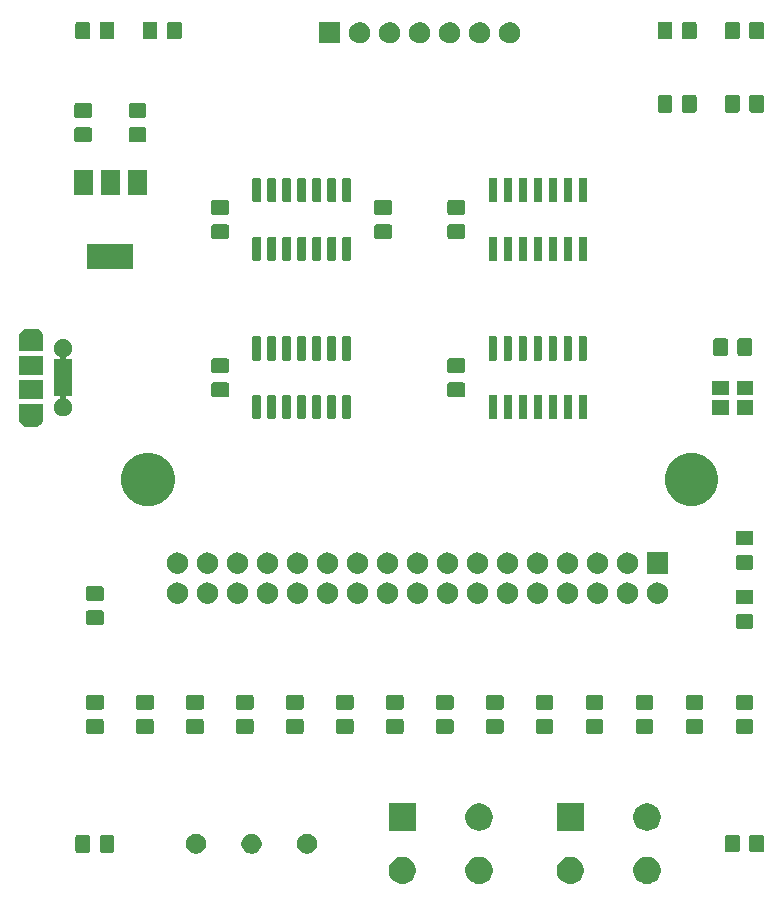
<source format=gbr>
G04 #@! TF.GenerationSoftware,KiCad,Pcbnew,5.1.5-52549c5~84~ubuntu19.10.1*
G04 #@! TF.CreationDate,2020-02-17T22:34:59+13:00*
G04 #@! TF.ProjectId,Snepper-1,536e6570-7065-4722-9d31-2e6b69636164,rev?*
G04 #@! TF.SameCoordinates,Original*
G04 #@! TF.FileFunction,Soldermask,Top*
G04 #@! TF.FilePolarity,Negative*
%FSLAX46Y46*%
G04 Gerber Fmt 4.6, Leading zero omitted, Abs format (unit mm)*
G04 Created by KiCad (PCBNEW 5.1.5-52549c5~84~ubuntu19.10.1) date 2020-02-17 22:34:59*
%MOMM*%
%LPD*%
G04 APERTURE LIST*
%ADD10C,0.100000*%
G04 APERTURE END LIST*
D10*
G36*
X169465799Y-133971116D02*
G01*
X169576984Y-133993232D01*
X169786453Y-134079997D01*
X169974970Y-134205960D01*
X170135290Y-134366280D01*
X170261253Y-134554797D01*
X170348018Y-134764266D01*
X170392250Y-134986636D01*
X170392250Y-135213364D01*
X170348018Y-135435734D01*
X170261253Y-135645203D01*
X170135290Y-135833720D01*
X169974970Y-135994040D01*
X169786453Y-136120003D01*
X169576984Y-136206768D01*
X169465799Y-136228884D01*
X169354615Y-136251000D01*
X169127885Y-136251000D01*
X169016701Y-136228884D01*
X168905516Y-136206768D01*
X168696047Y-136120003D01*
X168507530Y-135994040D01*
X168347210Y-135833720D01*
X168221247Y-135645203D01*
X168134482Y-135435734D01*
X168090250Y-135213364D01*
X168090250Y-134986636D01*
X168134482Y-134764266D01*
X168221247Y-134554797D01*
X168347210Y-134366280D01*
X168507530Y-134205960D01*
X168696047Y-134079997D01*
X168905516Y-133993232D01*
X169016701Y-133971116D01*
X169127885Y-133949000D01*
X169354615Y-133949000D01*
X169465799Y-133971116D01*
G37*
G36*
X155252049Y-133971116D02*
G01*
X155363234Y-133993232D01*
X155572703Y-134079997D01*
X155761220Y-134205960D01*
X155921540Y-134366280D01*
X156047503Y-134554797D01*
X156134268Y-134764266D01*
X156178500Y-134986636D01*
X156178500Y-135213364D01*
X156134268Y-135435734D01*
X156047503Y-135645203D01*
X155921540Y-135833720D01*
X155761220Y-135994040D01*
X155572703Y-136120003D01*
X155363234Y-136206768D01*
X155252049Y-136228884D01*
X155140865Y-136251000D01*
X154914135Y-136251000D01*
X154802951Y-136228884D01*
X154691766Y-136206768D01*
X154482297Y-136120003D01*
X154293780Y-135994040D01*
X154133460Y-135833720D01*
X154007497Y-135645203D01*
X153920732Y-135435734D01*
X153876500Y-135213364D01*
X153876500Y-134986636D01*
X153920732Y-134764266D01*
X154007497Y-134554797D01*
X154133460Y-134366280D01*
X154293780Y-134205960D01*
X154482297Y-134079997D01*
X154691766Y-133993232D01*
X154802951Y-133971116D01*
X154914135Y-133949000D01*
X155140865Y-133949000D01*
X155252049Y-133971116D01*
G37*
G36*
X148752049Y-133971116D02*
G01*
X148863234Y-133993232D01*
X149072703Y-134079997D01*
X149261220Y-134205960D01*
X149421540Y-134366280D01*
X149547503Y-134554797D01*
X149634268Y-134764266D01*
X149678500Y-134986636D01*
X149678500Y-135213364D01*
X149634268Y-135435734D01*
X149547503Y-135645203D01*
X149421540Y-135833720D01*
X149261220Y-135994040D01*
X149072703Y-136120003D01*
X148863234Y-136206768D01*
X148752049Y-136228884D01*
X148640865Y-136251000D01*
X148414135Y-136251000D01*
X148302951Y-136228884D01*
X148191766Y-136206768D01*
X147982297Y-136120003D01*
X147793780Y-135994040D01*
X147633460Y-135833720D01*
X147507497Y-135645203D01*
X147420732Y-135435734D01*
X147376500Y-135213364D01*
X147376500Y-134986636D01*
X147420732Y-134764266D01*
X147507497Y-134554797D01*
X147633460Y-134366280D01*
X147793780Y-134205960D01*
X147982297Y-134079997D01*
X148191766Y-133993232D01*
X148302951Y-133971116D01*
X148414135Y-133949000D01*
X148640865Y-133949000D01*
X148752049Y-133971116D01*
G37*
G36*
X162965799Y-133971116D02*
G01*
X163076984Y-133993232D01*
X163286453Y-134079997D01*
X163474970Y-134205960D01*
X163635290Y-134366280D01*
X163761253Y-134554797D01*
X163848018Y-134764266D01*
X163892250Y-134986636D01*
X163892250Y-135213364D01*
X163848018Y-135435734D01*
X163761253Y-135645203D01*
X163635290Y-135833720D01*
X163474970Y-135994040D01*
X163286453Y-136120003D01*
X163076984Y-136206768D01*
X162965799Y-136228884D01*
X162854615Y-136251000D01*
X162627885Y-136251000D01*
X162516701Y-136228884D01*
X162405516Y-136206768D01*
X162196047Y-136120003D01*
X162007530Y-135994040D01*
X161847210Y-135833720D01*
X161721247Y-135645203D01*
X161634482Y-135435734D01*
X161590250Y-135213364D01*
X161590250Y-134986636D01*
X161634482Y-134764266D01*
X161721247Y-134554797D01*
X161847210Y-134366280D01*
X162007530Y-134205960D01*
X162196047Y-134079997D01*
X162405516Y-133993232D01*
X162516701Y-133971116D01*
X162627885Y-133949000D01*
X162854615Y-133949000D01*
X162965799Y-133971116D01*
G37*
G36*
X140711978Y-132031703D02*
G01*
X140866850Y-132095853D01*
X141006231Y-132188985D01*
X141124765Y-132307519D01*
X141217897Y-132446900D01*
X141282047Y-132601772D01*
X141314750Y-132766184D01*
X141314750Y-132933816D01*
X141282047Y-133098228D01*
X141217897Y-133253100D01*
X141124765Y-133392481D01*
X141006231Y-133511015D01*
X140866850Y-133604147D01*
X140711978Y-133668297D01*
X140547566Y-133701000D01*
X140379934Y-133701000D01*
X140215522Y-133668297D01*
X140060650Y-133604147D01*
X139921269Y-133511015D01*
X139802735Y-133392481D01*
X139709603Y-133253100D01*
X139645453Y-133098228D01*
X139612750Y-132933816D01*
X139612750Y-132766184D01*
X139645453Y-132601772D01*
X139709603Y-132446900D01*
X139802735Y-132307519D01*
X139921269Y-132188985D01*
X140060650Y-132095853D01*
X140215522Y-132031703D01*
X140379934Y-131999000D01*
X140547566Y-131999000D01*
X140711978Y-132031703D01*
G37*
G36*
X136011978Y-132031703D02*
G01*
X136166850Y-132095853D01*
X136306231Y-132188985D01*
X136424765Y-132307519D01*
X136517897Y-132446900D01*
X136582047Y-132601772D01*
X136614750Y-132766184D01*
X136614750Y-132933816D01*
X136582047Y-133098228D01*
X136517897Y-133253100D01*
X136424765Y-133392481D01*
X136306231Y-133511015D01*
X136166850Y-133604147D01*
X136011978Y-133668297D01*
X135847566Y-133701000D01*
X135679934Y-133701000D01*
X135515522Y-133668297D01*
X135360650Y-133604147D01*
X135221269Y-133511015D01*
X135102735Y-133392481D01*
X135009603Y-133253100D01*
X134945453Y-133098228D01*
X134912750Y-132933816D01*
X134912750Y-132766184D01*
X134945453Y-132601772D01*
X135009603Y-132446900D01*
X135102735Y-132307519D01*
X135221269Y-132188985D01*
X135360650Y-132095853D01*
X135515522Y-132031703D01*
X135679934Y-131999000D01*
X135847566Y-131999000D01*
X136011978Y-132031703D01*
G37*
G36*
X131311978Y-132031703D02*
G01*
X131466850Y-132095853D01*
X131606231Y-132188985D01*
X131724765Y-132307519D01*
X131817897Y-132446900D01*
X131882047Y-132601772D01*
X131914750Y-132766184D01*
X131914750Y-132933816D01*
X131882047Y-133098228D01*
X131817897Y-133253100D01*
X131724765Y-133392481D01*
X131606231Y-133511015D01*
X131466850Y-133604147D01*
X131311978Y-133668297D01*
X131147566Y-133701000D01*
X130979934Y-133701000D01*
X130815522Y-133668297D01*
X130660650Y-133604147D01*
X130521269Y-133511015D01*
X130402735Y-133392481D01*
X130309603Y-133253100D01*
X130245453Y-133098228D01*
X130212750Y-132933816D01*
X130212750Y-132766184D01*
X130245453Y-132601772D01*
X130309603Y-132446900D01*
X130402735Y-132307519D01*
X130521269Y-132188985D01*
X130660650Y-132095853D01*
X130815522Y-132031703D01*
X130979934Y-131999000D01*
X131147566Y-131999000D01*
X131311978Y-132031703D01*
G37*
G36*
X123988674Y-132125965D02*
G01*
X124026367Y-132137399D01*
X124061103Y-132155966D01*
X124091548Y-132180952D01*
X124116534Y-132211397D01*
X124135101Y-132246133D01*
X124146535Y-132283826D01*
X124151000Y-132329161D01*
X124151000Y-133415839D01*
X124146535Y-133461174D01*
X124135101Y-133498867D01*
X124116534Y-133533603D01*
X124091548Y-133564048D01*
X124061103Y-133589034D01*
X124026367Y-133607601D01*
X123988674Y-133619035D01*
X123943339Y-133623500D01*
X123106661Y-133623500D01*
X123061326Y-133619035D01*
X123023633Y-133607601D01*
X122988897Y-133589034D01*
X122958452Y-133564048D01*
X122933466Y-133533603D01*
X122914899Y-133498867D01*
X122903465Y-133461174D01*
X122899000Y-133415839D01*
X122899000Y-132329161D01*
X122903465Y-132283826D01*
X122914899Y-132246133D01*
X122933466Y-132211397D01*
X122958452Y-132180952D01*
X122988897Y-132155966D01*
X123023633Y-132137399D01*
X123061326Y-132125965D01*
X123106661Y-132121500D01*
X123943339Y-132121500D01*
X123988674Y-132125965D01*
G37*
G36*
X121938674Y-132125965D02*
G01*
X121976367Y-132137399D01*
X122011103Y-132155966D01*
X122041548Y-132180952D01*
X122066534Y-132211397D01*
X122085101Y-132246133D01*
X122096535Y-132283826D01*
X122101000Y-132329161D01*
X122101000Y-133415839D01*
X122096535Y-133461174D01*
X122085101Y-133498867D01*
X122066534Y-133533603D01*
X122041548Y-133564048D01*
X122011103Y-133589034D01*
X121976367Y-133607601D01*
X121938674Y-133619035D01*
X121893339Y-133623500D01*
X121056661Y-133623500D01*
X121011326Y-133619035D01*
X120973633Y-133607601D01*
X120938897Y-133589034D01*
X120908452Y-133564048D01*
X120883466Y-133533603D01*
X120864899Y-133498867D01*
X120853465Y-133461174D01*
X120849000Y-133415839D01*
X120849000Y-132329161D01*
X120853465Y-132283826D01*
X120864899Y-132246133D01*
X120883466Y-132211397D01*
X120908452Y-132180952D01*
X120938897Y-132155966D01*
X120973633Y-132137399D01*
X121011326Y-132125965D01*
X121056661Y-132121500D01*
X121893339Y-132121500D01*
X121938674Y-132125965D01*
G37*
G36*
X178988674Y-132080965D02*
G01*
X179026367Y-132092399D01*
X179061103Y-132110966D01*
X179091548Y-132135952D01*
X179116534Y-132166397D01*
X179135101Y-132201133D01*
X179146535Y-132238826D01*
X179151000Y-132284161D01*
X179151000Y-133370839D01*
X179146535Y-133416174D01*
X179135101Y-133453867D01*
X179116534Y-133488603D01*
X179091548Y-133519048D01*
X179061103Y-133544034D01*
X179026367Y-133562601D01*
X178988674Y-133574035D01*
X178943339Y-133578500D01*
X178106661Y-133578500D01*
X178061326Y-133574035D01*
X178023633Y-133562601D01*
X177988897Y-133544034D01*
X177958452Y-133519048D01*
X177933466Y-133488603D01*
X177914899Y-133453867D01*
X177903465Y-133416174D01*
X177899000Y-133370839D01*
X177899000Y-132284161D01*
X177903465Y-132238826D01*
X177914899Y-132201133D01*
X177933466Y-132166397D01*
X177958452Y-132135952D01*
X177988897Y-132110966D01*
X178023633Y-132092399D01*
X178061326Y-132080965D01*
X178106661Y-132076500D01*
X178943339Y-132076500D01*
X178988674Y-132080965D01*
G37*
G36*
X176938674Y-132080965D02*
G01*
X176976367Y-132092399D01*
X177011103Y-132110966D01*
X177041548Y-132135952D01*
X177066534Y-132166397D01*
X177085101Y-132201133D01*
X177096535Y-132238826D01*
X177101000Y-132284161D01*
X177101000Y-133370839D01*
X177096535Y-133416174D01*
X177085101Y-133453867D01*
X177066534Y-133488603D01*
X177041548Y-133519048D01*
X177011103Y-133544034D01*
X176976367Y-133562601D01*
X176938674Y-133574035D01*
X176893339Y-133578500D01*
X176056661Y-133578500D01*
X176011326Y-133574035D01*
X175973633Y-133562601D01*
X175938897Y-133544034D01*
X175908452Y-133519048D01*
X175883466Y-133488603D01*
X175864899Y-133453867D01*
X175853465Y-133416174D01*
X175849000Y-133370839D01*
X175849000Y-132284161D01*
X175853465Y-132238826D01*
X175864899Y-132201133D01*
X175883466Y-132166397D01*
X175908452Y-132135952D01*
X175938897Y-132110966D01*
X175973633Y-132092399D01*
X176011326Y-132080965D01*
X176056661Y-132076500D01*
X176893339Y-132076500D01*
X176938674Y-132080965D01*
G37*
G36*
X155252049Y-129471116D02*
G01*
X155363234Y-129493232D01*
X155572703Y-129579997D01*
X155761220Y-129705960D01*
X155921540Y-129866280D01*
X156047503Y-130054797D01*
X156134268Y-130264266D01*
X156178500Y-130486636D01*
X156178500Y-130713364D01*
X156134268Y-130935734D01*
X156047503Y-131145203D01*
X155921540Y-131333720D01*
X155761220Y-131494040D01*
X155572703Y-131620003D01*
X155363234Y-131706768D01*
X155252049Y-131728884D01*
X155140865Y-131751000D01*
X154914135Y-131751000D01*
X154802951Y-131728884D01*
X154691766Y-131706768D01*
X154482297Y-131620003D01*
X154293780Y-131494040D01*
X154133460Y-131333720D01*
X154007497Y-131145203D01*
X153920732Y-130935734D01*
X153876500Y-130713364D01*
X153876500Y-130486636D01*
X153920732Y-130264266D01*
X154007497Y-130054797D01*
X154133460Y-129866280D01*
X154293780Y-129705960D01*
X154482297Y-129579997D01*
X154691766Y-129493232D01*
X154802951Y-129471116D01*
X154914135Y-129449000D01*
X155140865Y-129449000D01*
X155252049Y-129471116D01*
G37*
G36*
X169465799Y-129471116D02*
G01*
X169576984Y-129493232D01*
X169786453Y-129579997D01*
X169974970Y-129705960D01*
X170135290Y-129866280D01*
X170261253Y-130054797D01*
X170348018Y-130264266D01*
X170392250Y-130486636D01*
X170392250Y-130713364D01*
X170348018Y-130935734D01*
X170261253Y-131145203D01*
X170135290Y-131333720D01*
X169974970Y-131494040D01*
X169786453Y-131620003D01*
X169576984Y-131706768D01*
X169465799Y-131728884D01*
X169354615Y-131751000D01*
X169127885Y-131751000D01*
X169016701Y-131728884D01*
X168905516Y-131706768D01*
X168696047Y-131620003D01*
X168507530Y-131494040D01*
X168347210Y-131333720D01*
X168221247Y-131145203D01*
X168134482Y-130935734D01*
X168090250Y-130713364D01*
X168090250Y-130486636D01*
X168134482Y-130264266D01*
X168221247Y-130054797D01*
X168347210Y-129866280D01*
X168507530Y-129705960D01*
X168696047Y-129579997D01*
X168905516Y-129493232D01*
X169016701Y-129471116D01*
X169127885Y-129449000D01*
X169354615Y-129449000D01*
X169465799Y-129471116D01*
G37*
G36*
X163892250Y-131751000D02*
G01*
X161590250Y-131751000D01*
X161590250Y-129449000D01*
X163892250Y-129449000D01*
X163892250Y-131751000D01*
G37*
G36*
X149678500Y-131751000D02*
G01*
X147376500Y-131751000D01*
X147376500Y-129449000D01*
X149678500Y-129449000D01*
X149678500Y-131751000D01*
G37*
G36*
X156934826Y-122303465D02*
G01*
X156972519Y-122314899D01*
X157007255Y-122333466D01*
X157037700Y-122358452D01*
X157062686Y-122388897D01*
X157081253Y-122423633D01*
X157092687Y-122461326D01*
X157097152Y-122506661D01*
X157097152Y-123343339D01*
X157092687Y-123388674D01*
X157081253Y-123426367D01*
X157062686Y-123461103D01*
X157037700Y-123491548D01*
X157007255Y-123516534D01*
X156972519Y-123535101D01*
X156934826Y-123546535D01*
X156889491Y-123551000D01*
X155802813Y-123551000D01*
X155757478Y-123546535D01*
X155719785Y-123535101D01*
X155685049Y-123516534D01*
X155654604Y-123491548D01*
X155629618Y-123461103D01*
X155611051Y-123426367D01*
X155599617Y-123388674D01*
X155595152Y-123343339D01*
X155595152Y-122506661D01*
X155599617Y-122461326D01*
X155611051Y-122423633D01*
X155629618Y-122388897D01*
X155654604Y-122358452D01*
X155685049Y-122333466D01*
X155719785Y-122314899D01*
X155757478Y-122303465D01*
X155802813Y-122299000D01*
X156889491Y-122299000D01*
X156934826Y-122303465D01*
G37*
G36*
X123088674Y-122303465D02*
G01*
X123126367Y-122314899D01*
X123161103Y-122333466D01*
X123191548Y-122358452D01*
X123216534Y-122388897D01*
X123235101Y-122423633D01*
X123246535Y-122461326D01*
X123251000Y-122506661D01*
X123251000Y-123343339D01*
X123246535Y-123388674D01*
X123235101Y-123426367D01*
X123216534Y-123461103D01*
X123191548Y-123491548D01*
X123161103Y-123516534D01*
X123126367Y-123535101D01*
X123088674Y-123546535D01*
X123043339Y-123551000D01*
X121956661Y-123551000D01*
X121911326Y-123546535D01*
X121873633Y-123535101D01*
X121838897Y-123516534D01*
X121808452Y-123491548D01*
X121783466Y-123461103D01*
X121764899Y-123426367D01*
X121753465Y-123388674D01*
X121749000Y-123343339D01*
X121749000Y-122506661D01*
X121753465Y-122461326D01*
X121764899Y-122423633D01*
X121783466Y-122388897D01*
X121808452Y-122358452D01*
X121838897Y-122333466D01*
X121873633Y-122314899D01*
X121911326Y-122303465D01*
X121956661Y-122299000D01*
X123043339Y-122299000D01*
X123088674Y-122303465D01*
G37*
G36*
X140011750Y-122303465D02*
G01*
X140049443Y-122314899D01*
X140084179Y-122333466D01*
X140114624Y-122358452D01*
X140139610Y-122388897D01*
X140158177Y-122423633D01*
X140169611Y-122461326D01*
X140174076Y-122506661D01*
X140174076Y-123343339D01*
X140169611Y-123388674D01*
X140158177Y-123426367D01*
X140139610Y-123461103D01*
X140114624Y-123491548D01*
X140084179Y-123516534D01*
X140049443Y-123535101D01*
X140011750Y-123546535D01*
X139966415Y-123551000D01*
X138879737Y-123551000D01*
X138834402Y-123546535D01*
X138796709Y-123535101D01*
X138761973Y-123516534D01*
X138731528Y-123491548D01*
X138706542Y-123461103D01*
X138687975Y-123426367D01*
X138676541Y-123388674D01*
X138672076Y-123343339D01*
X138672076Y-122506661D01*
X138676541Y-122461326D01*
X138687975Y-122423633D01*
X138706542Y-122388897D01*
X138731528Y-122358452D01*
X138761973Y-122333466D01*
X138796709Y-122314899D01*
X138834402Y-122303465D01*
X138879737Y-122299000D01*
X139966415Y-122299000D01*
X140011750Y-122303465D01*
G37*
G36*
X165396364Y-122303465D02*
G01*
X165434057Y-122314899D01*
X165468793Y-122333466D01*
X165499238Y-122358452D01*
X165524224Y-122388897D01*
X165542791Y-122423633D01*
X165554225Y-122461326D01*
X165558690Y-122506661D01*
X165558690Y-123343339D01*
X165554225Y-123388674D01*
X165542791Y-123426367D01*
X165524224Y-123461103D01*
X165499238Y-123491548D01*
X165468793Y-123516534D01*
X165434057Y-123535101D01*
X165396364Y-123546535D01*
X165351029Y-123551000D01*
X164264351Y-123551000D01*
X164219016Y-123546535D01*
X164181323Y-123535101D01*
X164146587Y-123516534D01*
X164116142Y-123491548D01*
X164091156Y-123461103D01*
X164072589Y-123426367D01*
X164061155Y-123388674D01*
X164056690Y-123343339D01*
X164056690Y-122506661D01*
X164061155Y-122461326D01*
X164072589Y-122423633D01*
X164091156Y-122388897D01*
X164116142Y-122358452D01*
X164146587Y-122333466D01*
X164181323Y-122314899D01*
X164219016Y-122303465D01*
X164264351Y-122299000D01*
X165351029Y-122299000D01*
X165396364Y-122303465D01*
G37*
G36*
X178088674Y-122303465D02*
G01*
X178126367Y-122314899D01*
X178161103Y-122333466D01*
X178191548Y-122358452D01*
X178216534Y-122388897D01*
X178235101Y-122423633D01*
X178246535Y-122461326D01*
X178251000Y-122506661D01*
X178251000Y-123343339D01*
X178246535Y-123388674D01*
X178235101Y-123426367D01*
X178216534Y-123461103D01*
X178191548Y-123491548D01*
X178161103Y-123516534D01*
X178126367Y-123535101D01*
X178088674Y-123546535D01*
X178043339Y-123551000D01*
X176956661Y-123551000D01*
X176911326Y-123546535D01*
X176873633Y-123535101D01*
X176838897Y-123516534D01*
X176808452Y-123491548D01*
X176783466Y-123461103D01*
X176764899Y-123426367D01*
X176753465Y-123388674D01*
X176749000Y-123343339D01*
X176749000Y-122506661D01*
X176753465Y-122461326D01*
X176764899Y-122423633D01*
X176783466Y-122388897D01*
X176808452Y-122358452D01*
X176838897Y-122333466D01*
X176873633Y-122314899D01*
X176911326Y-122303465D01*
X176956661Y-122299000D01*
X178043339Y-122299000D01*
X178088674Y-122303465D01*
G37*
G36*
X144242519Y-122303465D02*
G01*
X144280212Y-122314899D01*
X144314948Y-122333466D01*
X144345393Y-122358452D01*
X144370379Y-122388897D01*
X144388946Y-122423633D01*
X144400380Y-122461326D01*
X144404845Y-122506661D01*
X144404845Y-123343339D01*
X144400380Y-123388674D01*
X144388946Y-123426367D01*
X144370379Y-123461103D01*
X144345393Y-123491548D01*
X144314948Y-123516534D01*
X144280212Y-123535101D01*
X144242519Y-123546535D01*
X144197184Y-123551000D01*
X143110506Y-123551000D01*
X143065171Y-123546535D01*
X143027478Y-123535101D01*
X142992742Y-123516534D01*
X142962297Y-123491548D01*
X142937311Y-123461103D01*
X142918744Y-123426367D01*
X142907310Y-123388674D01*
X142902845Y-123343339D01*
X142902845Y-122506661D01*
X142907310Y-122461326D01*
X142918744Y-122423633D01*
X142937311Y-122388897D01*
X142962297Y-122358452D01*
X142992742Y-122333466D01*
X143027478Y-122314899D01*
X143065171Y-122303465D01*
X143110506Y-122299000D01*
X144197184Y-122299000D01*
X144242519Y-122303465D01*
G37*
G36*
X127319443Y-122303465D02*
G01*
X127357136Y-122314899D01*
X127391872Y-122333466D01*
X127422317Y-122358452D01*
X127447303Y-122388897D01*
X127465870Y-122423633D01*
X127477304Y-122461326D01*
X127481769Y-122506661D01*
X127481769Y-123343339D01*
X127477304Y-123388674D01*
X127465870Y-123426367D01*
X127447303Y-123461103D01*
X127422317Y-123491548D01*
X127391872Y-123516534D01*
X127357136Y-123535101D01*
X127319443Y-123546535D01*
X127274108Y-123551000D01*
X126187430Y-123551000D01*
X126142095Y-123546535D01*
X126104402Y-123535101D01*
X126069666Y-123516534D01*
X126039221Y-123491548D01*
X126014235Y-123461103D01*
X125995668Y-123426367D01*
X125984234Y-123388674D01*
X125979769Y-123343339D01*
X125979769Y-122506661D01*
X125984234Y-122461326D01*
X125995668Y-122423633D01*
X126014235Y-122388897D01*
X126039221Y-122358452D01*
X126069666Y-122333466D01*
X126104402Y-122314899D01*
X126142095Y-122303465D01*
X126187430Y-122299000D01*
X127274108Y-122299000D01*
X127319443Y-122303465D01*
G37*
G36*
X131550212Y-122303465D02*
G01*
X131587905Y-122314899D01*
X131622641Y-122333466D01*
X131653086Y-122358452D01*
X131678072Y-122388897D01*
X131696639Y-122423633D01*
X131708073Y-122461326D01*
X131712538Y-122506661D01*
X131712538Y-123343339D01*
X131708073Y-123388674D01*
X131696639Y-123426367D01*
X131678072Y-123461103D01*
X131653086Y-123491548D01*
X131622641Y-123516534D01*
X131587905Y-123535101D01*
X131550212Y-123546535D01*
X131504877Y-123551000D01*
X130418199Y-123551000D01*
X130372864Y-123546535D01*
X130335171Y-123535101D01*
X130300435Y-123516534D01*
X130269990Y-123491548D01*
X130245004Y-123461103D01*
X130226437Y-123426367D01*
X130215003Y-123388674D01*
X130210538Y-123343339D01*
X130210538Y-122506661D01*
X130215003Y-122461326D01*
X130226437Y-122423633D01*
X130245004Y-122388897D01*
X130269990Y-122358452D01*
X130300435Y-122333466D01*
X130335171Y-122314899D01*
X130372864Y-122303465D01*
X130418199Y-122299000D01*
X131504877Y-122299000D01*
X131550212Y-122303465D01*
G37*
G36*
X152704057Y-122303465D02*
G01*
X152741750Y-122314899D01*
X152776486Y-122333466D01*
X152806931Y-122358452D01*
X152831917Y-122388897D01*
X152850484Y-122423633D01*
X152861918Y-122461326D01*
X152866383Y-122506661D01*
X152866383Y-123343339D01*
X152861918Y-123388674D01*
X152850484Y-123426367D01*
X152831917Y-123461103D01*
X152806931Y-123491548D01*
X152776486Y-123516534D01*
X152741750Y-123535101D01*
X152704057Y-123546535D01*
X152658722Y-123551000D01*
X151572044Y-123551000D01*
X151526709Y-123546535D01*
X151489016Y-123535101D01*
X151454280Y-123516534D01*
X151423835Y-123491548D01*
X151398849Y-123461103D01*
X151380282Y-123426367D01*
X151368848Y-123388674D01*
X151364383Y-123343339D01*
X151364383Y-122506661D01*
X151368848Y-122461326D01*
X151380282Y-122423633D01*
X151398849Y-122388897D01*
X151423835Y-122358452D01*
X151454280Y-122333466D01*
X151489016Y-122314899D01*
X151526709Y-122303465D01*
X151572044Y-122299000D01*
X152658722Y-122299000D01*
X152704057Y-122303465D01*
G37*
G36*
X135780981Y-122303465D02*
G01*
X135818674Y-122314899D01*
X135853410Y-122333466D01*
X135883855Y-122358452D01*
X135908841Y-122388897D01*
X135927408Y-122423633D01*
X135938842Y-122461326D01*
X135943307Y-122506661D01*
X135943307Y-123343339D01*
X135938842Y-123388674D01*
X135927408Y-123426367D01*
X135908841Y-123461103D01*
X135883855Y-123491548D01*
X135853410Y-123516534D01*
X135818674Y-123535101D01*
X135780981Y-123546535D01*
X135735646Y-123551000D01*
X134648968Y-123551000D01*
X134603633Y-123546535D01*
X134565940Y-123535101D01*
X134531204Y-123516534D01*
X134500759Y-123491548D01*
X134475773Y-123461103D01*
X134457206Y-123426367D01*
X134445772Y-123388674D01*
X134441307Y-123343339D01*
X134441307Y-122506661D01*
X134445772Y-122461326D01*
X134457206Y-122423633D01*
X134475773Y-122388897D01*
X134500759Y-122358452D01*
X134531204Y-122333466D01*
X134565940Y-122314899D01*
X134603633Y-122303465D01*
X134648968Y-122299000D01*
X135735646Y-122299000D01*
X135780981Y-122303465D01*
G37*
G36*
X161165595Y-122303465D02*
G01*
X161203288Y-122314899D01*
X161238024Y-122333466D01*
X161268469Y-122358452D01*
X161293455Y-122388897D01*
X161312022Y-122423633D01*
X161323456Y-122461326D01*
X161327921Y-122506661D01*
X161327921Y-123343339D01*
X161323456Y-123388674D01*
X161312022Y-123426367D01*
X161293455Y-123461103D01*
X161268469Y-123491548D01*
X161238024Y-123516534D01*
X161203288Y-123535101D01*
X161165595Y-123546535D01*
X161120260Y-123551000D01*
X160033582Y-123551000D01*
X159988247Y-123546535D01*
X159950554Y-123535101D01*
X159915818Y-123516534D01*
X159885373Y-123491548D01*
X159860387Y-123461103D01*
X159841820Y-123426367D01*
X159830386Y-123388674D01*
X159825921Y-123343339D01*
X159825921Y-122506661D01*
X159830386Y-122461326D01*
X159841820Y-122423633D01*
X159860387Y-122388897D01*
X159885373Y-122358452D01*
X159915818Y-122333466D01*
X159950554Y-122314899D01*
X159988247Y-122303465D01*
X160033582Y-122299000D01*
X161120260Y-122299000D01*
X161165595Y-122303465D01*
G37*
G36*
X173857902Y-122303465D02*
G01*
X173895595Y-122314899D01*
X173930331Y-122333466D01*
X173960776Y-122358452D01*
X173985762Y-122388897D01*
X174004329Y-122423633D01*
X174015763Y-122461326D01*
X174020228Y-122506661D01*
X174020228Y-123343339D01*
X174015763Y-123388674D01*
X174004329Y-123426367D01*
X173985762Y-123461103D01*
X173960776Y-123491548D01*
X173930331Y-123516534D01*
X173895595Y-123535101D01*
X173857902Y-123546535D01*
X173812567Y-123551000D01*
X172725889Y-123551000D01*
X172680554Y-123546535D01*
X172642861Y-123535101D01*
X172608125Y-123516534D01*
X172577680Y-123491548D01*
X172552694Y-123461103D01*
X172534127Y-123426367D01*
X172522693Y-123388674D01*
X172518228Y-123343339D01*
X172518228Y-122506661D01*
X172522693Y-122461326D01*
X172534127Y-122423633D01*
X172552694Y-122388897D01*
X172577680Y-122358452D01*
X172608125Y-122333466D01*
X172642861Y-122314899D01*
X172680554Y-122303465D01*
X172725889Y-122299000D01*
X173812567Y-122299000D01*
X173857902Y-122303465D01*
G37*
G36*
X169627133Y-122303465D02*
G01*
X169664826Y-122314899D01*
X169699562Y-122333466D01*
X169730007Y-122358452D01*
X169754993Y-122388897D01*
X169773560Y-122423633D01*
X169784994Y-122461326D01*
X169789459Y-122506661D01*
X169789459Y-123343339D01*
X169784994Y-123388674D01*
X169773560Y-123426367D01*
X169754993Y-123461103D01*
X169730007Y-123491548D01*
X169699562Y-123516534D01*
X169664826Y-123535101D01*
X169627133Y-123546535D01*
X169581798Y-123551000D01*
X168495120Y-123551000D01*
X168449785Y-123546535D01*
X168412092Y-123535101D01*
X168377356Y-123516534D01*
X168346911Y-123491548D01*
X168321925Y-123461103D01*
X168303358Y-123426367D01*
X168291924Y-123388674D01*
X168287459Y-123343339D01*
X168287459Y-122506661D01*
X168291924Y-122461326D01*
X168303358Y-122423633D01*
X168321925Y-122388897D01*
X168346911Y-122358452D01*
X168377356Y-122333466D01*
X168412092Y-122314899D01*
X168449785Y-122303465D01*
X168495120Y-122299000D01*
X169581798Y-122299000D01*
X169627133Y-122303465D01*
G37*
G36*
X148473288Y-122303465D02*
G01*
X148510981Y-122314899D01*
X148545717Y-122333466D01*
X148576162Y-122358452D01*
X148601148Y-122388897D01*
X148619715Y-122423633D01*
X148631149Y-122461326D01*
X148635614Y-122506661D01*
X148635614Y-123343339D01*
X148631149Y-123388674D01*
X148619715Y-123426367D01*
X148601148Y-123461103D01*
X148576162Y-123491548D01*
X148545717Y-123516534D01*
X148510981Y-123535101D01*
X148473288Y-123546535D01*
X148427953Y-123551000D01*
X147341275Y-123551000D01*
X147295940Y-123546535D01*
X147258247Y-123535101D01*
X147223511Y-123516534D01*
X147193066Y-123491548D01*
X147168080Y-123461103D01*
X147149513Y-123426367D01*
X147138079Y-123388674D01*
X147133614Y-123343339D01*
X147133614Y-122506661D01*
X147138079Y-122461326D01*
X147149513Y-122423633D01*
X147168080Y-122388897D01*
X147193066Y-122358452D01*
X147223511Y-122333466D01*
X147258247Y-122314899D01*
X147295940Y-122303465D01*
X147341275Y-122299000D01*
X148427953Y-122299000D01*
X148473288Y-122303465D01*
G37*
G36*
X169627133Y-120253465D02*
G01*
X169664826Y-120264899D01*
X169699562Y-120283466D01*
X169730007Y-120308452D01*
X169754993Y-120338897D01*
X169773560Y-120373633D01*
X169784994Y-120411326D01*
X169789459Y-120456661D01*
X169789459Y-121293339D01*
X169784994Y-121338674D01*
X169773560Y-121376367D01*
X169754993Y-121411103D01*
X169730007Y-121441548D01*
X169699562Y-121466534D01*
X169664826Y-121485101D01*
X169627133Y-121496535D01*
X169581798Y-121501000D01*
X168495120Y-121501000D01*
X168449785Y-121496535D01*
X168412092Y-121485101D01*
X168377356Y-121466534D01*
X168346911Y-121441548D01*
X168321925Y-121411103D01*
X168303358Y-121376367D01*
X168291924Y-121338674D01*
X168287459Y-121293339D01*
X168287459Y-120456661D01*
X168291924Y-120411326D01*
X168303358Y-120373633D01*
X168321925Y-120338897D01*
X168346911Y-120308452D01*
X168377356Y-120283466D01*
X168412092Y-120264899D01*
X168449785Y-120253465D01*
X168495120Y-120249000D01*
X169581798Y-120249000D01*
X169627133Y-120253465D01*
G37*
G36*
X127319443Y-120253465D02*
G01*
X127357136Y-120264899D01*
X127391872Y-120283466D01*
X127422317Y-120308452D01*
X127447303Y-120338897D01*
X127465870Y-120373633D01*
X127477304Y-120411326D01*
X127481769Y-120456661D01*
X127481769Y-121293339D01*
X127477304Y-121338674D01*
X127465870Y-121376367D01*
X127447303Y-121411103D01*
X127422317Y-121441548D01*
X127391872Y-121466534D01*
X127357136Y-121485101D01*
X127319443Y-121496535D01*
X127274108Y-121501000D01*
X126187430Y-121501000D01*
X126142095Y-121496535D01*
X126104402Y-121485101D01*
X126069666Y-121466534D01*
X126039221Y-121441548D01*
X126014235Y-121411103D01*
X125995668Y-121376367D01*
X125984234Y-121338674D01*
X125979769Y-121293339D01*
X125979769Y-120456661D01*
X125984234Y-120411326D01*
X125995668Y-120373633D01*
X126014235Y-120338897D01*
X126039221Y-120308452D01*
X126069666Y-120283466D01*
X126104402Y-120264899D01*
X126142095Y-120253465D01*
X126187430Y-120249000D01*
X127274108Y-120249000D01*
X127319443Y-120253465D01*
G37*
G36*
X123088674Y-120253465D02*
G01*
X123126367Y-120264899D01*
X123161103Y-120283466D01*
X123191548Y-120308452D01*
X123216534Y-120338897D01*
X123235101Y-120373633D01*
X123246535Y-120411326D01*
X123251000Y-120456661D01*
X123251000Y-121293339D01*
X123246535Y-121338674D01*
X123235101Y-121376367D01*
X123216534Y-121411103D01*
X123191548Y-121441548D01*
X123161103Y-121466534D01*
X123126367Y-121485101D01*
X123088674Y-121496535D01*
X123043339Y-121501000D01*
X121956661Y-121501000D01*
X121911326Y-121496535D01*
X121873633Y-121485101D01*
X121838897Y-121466534D01*
X121808452Y-121441548D01*
X121783466Y-121411103D01*
X121764899Y-121376367D01*
X121753465Y-121338674D01*
X121749000Y-121293339D01*
X121749000Y-120456661D01*
X121753465Y-120411326D01*
X121764899Y-120373633D01*
X121783466Y-120338897D01*
X121808452Y-120308452D01*
X121838897Y-120283466D01*
X121873633Y-120264899D01*
X121911326Y-120253465D01*
X121956661Y-120249000D01*
X123043339Y-120249000D01*
X123088674Y-120253465D01*
G37*
G36*
X135780981Y-120253465D02*
G01*
X135818674Y-120264899D01*
X135853410Y-120283466D01*
X135883855Y-120308452D01*
X135908841Y-120338897D01*
X135927408Y-120373633D01*
X135938842Y-120411326D01*
X135943307Y-120456661D01*
X135943307Y-121293339D01*
X135938842Y-121338674D01*
X135927408Y-121376367D01*
X135908841Y-121411103D01*
X135883855Y-121441548D01*
X135853410Y-121466534D01*
X135818674Y-121485101D01*
X135780981Y-121496535D01*
X135735646Y-121501000D01*
X134648968Y-121501000D01*
X134603633Y-121496535D01*
X134565940Y-121485101D01*
X134531204Y-121466534D01*
X134500759Y-121441548D01*
X134475773Y-121411103D01*
X134457206Y-121376367D01*
X134445772Y-121338674D01*
X134441307Y-121293339D01*
X134441307Y-120456661D01*
X134445772Y-120411326D01*
X134457206Y-120373633D01*
X134475773Y-120338897D01*
X134500759Y-120308452D01*
X134531204Y-120283466D01*
X134565940Y-120264899D01*
X134603633Y-120253465D01*
X134648968Y-120249000D01*
X135735646Y-120249000D01*
X135780981Y-120253465D01*
G37*
G36*
X178088674Y-120253465D02*
G01*
X178126367Y-120264899D01*
X178161103Y-120283466D01*
X178191548Y-120308452D01*
X178216534Y-120338897D01*
X178235101Y-120373633D01*
X178246535Y-120411326D01*
X178251000Y-120456661D01*
X178251000Y-121293339D01*
X178246535Y-121338674D01*
X178235101Y-121376367D01*
X178216534Y-121411103D01*
X178191548Y-121441548D01*
X178161103Y-121466534D01*
X178126367Y-121485101D01*
X178088674Y-121496535D01*
X178043339Y-121501000D01*
X176956661Y-121501000D01*
X176911326Y-121496535D01*
X176873633Y-121485101D01*
X176838897Y-121466534D01*
X176808452Y-121441548D01*
X176783466Y-121411103D01*
X176764899Y-121376367D01*
X176753465Y-121338674D01*
X176749000Y-121293339D01*
X176749000Y-120456661D01*
X176753465Y-120411326D01*
X176764899Y-120373633D01*
X176783466Y-120338897D01*
X176808452Y-120308452D01*
X176838897Y-120283466D01*
X176873633Y-120264899D01*
X176911326Y-120253465D01*
X176956661Y-120249000D01*
X178043339Y-120249000D01*
X178088674Y-120253465D01*
G37*
G36*
X165396364Y-120253465D02*
G01*
X165434057Y-120264899D01*
X165468793Y-120283466D01*
X165499238Y-120308452D01*
X165524224Y-120338897D01*
X165542791Y-120373633D01*
X165554225Y-120411326D01*
X165558690Y-120456661D01*
X165558690Y-121293339D01*
X165554225Y-121338674D01*
X165542791Y-121376367D01*
X165524224Y-121411103D01*
X165499238Y-121441548D01*
X165468793Y-121466534D01*
X165434057Y-121485101D01*
X165396364Y-121496535D01*
X165351029Y-121501000D01*
X164264351Y-121501000D01*
X164219016Y-121496535D01*
X164181323Y-121485101D01*
X164146587Y-121466534D01*
X164116142Y-121441548D01*
X164091156Y-121411103D01*
X164072589Y-121376367D01*
X164061155Y-121338674D01*
X164056690Y-121293339D01*
X164056690Y-120456661D01*
X164061155Y-120411326D01*
X164072589Y-120373633D01*
X164091156Y-120338897D01*
X164116142Y-120308452D01*
X164146587Y-120283466D01*
X164181323Y-120264899D01*
X164219016Y-120253465D01*
X164264351Y-120249000D01*
X165351029Y-120249000D01*
X165396364Y-120253465D01*
G37*
G36*
X161165595Y-120253465D02*
G01*
X161203288Y-120264899D01*
X161238024Y-120283466D01*
X161268469Y-120308452D01*
X161293455Y-120338897D01*
X161312022Y-120373633D01*
X161323456Y-120411326D01*
X161327921Y-120456661D01*
X161327921Y-121293339D01*
X161323456Y-121338674D01*
X161312022Y-121376367D01*
X161293455Y-121411103D01*
X161268469Y-121441548D01*
X161238024Y-121466534D01*
X161203288Y-121485101D01*
X161165595Y-121496535D01*
X161120260Y-121501000D01*
X160033582Y-121501000D01*
X159988247Y-121496535D01*
X159950554Y-121485101D01*
X159915818Y-121466534D01*
X159885373Y-121441548D01*
X159860387Y-121411103D01*
X159841820Y-121376367D01*
X159830386Y-121338674D01*
X159825921Y-121293339D01*
X159825921Y-120456661D01*
X159830386Y-120411326D01*
X159841820Y-120373633D01*
X159860387Y-120338897D01*
X159885373Y-120308452D01*
X159915818Y-120283466D01*
X159950554Y-120264899D01*
X159988247Y-120253465D01*
X160033582Y-120249000D01*
X161120260Y-120249000D01*
X161165595Y-120253465D01*
G37*
G36*
X156934826Y-120253465D02*
G01*
X156972519Y-120264899D01*
X157007255Y-120283466D01*
X157037700Y-120308452D01*
X157062686Y-120338897D01*
X157081253Y-120373633D01*
X157092687Y-120411326D01*
X157097152Y-120456661D01*
X157097152Y-121293339D01*
X157092687Y-121338674D01*
X157081253Y-121376367D01*
X157062686Y-121411103D01*
X157037700Y-121441548D01*
X157007255Y-121466534D01*
X156972519Y-121485101D01*
X156934826Y-121496535D01*
X156889491Y-121501000D01*
X155802813Y-121501000D01*
X155757478Y-121496535D01*
X155719785Y-121485101D01*
X155685049Y-121466534D01*
X155654604Y-121441548D01*
X155629618Y-121411103D01*
X155611051Y-121376367D01*
X155599617Y-121338674D01*
X155595152Y-121293339D01*
X155595152Y-120456661D01*
X155599617Y-120411326D01*
X155611051Y-120373633D01*
X155629618Y-120338897D01*
X155654604Y-120308452D01*
X155685049Y-120283466D01*
X155719785Y-120264899D01*
X155757478Y-120253465D01*
X155802813Y-120249000D01*
X156889491Y-120249000D01*
X156934826Y-120253465D01*
G37*
G36*
X148473288Y-120253465D02*
G01*
X148510981Y-120264899D01*
X148545717Y-120283466D01*
X148576162Y-120308452D01*
X148601148Y-120338897D01*
X148619715Y-120373633D01*
X148631149Y-120411326D01*
X148635614Y-120456661D01*
X148635614Y-121293339D01*
X148631149Y-121338674D01*
X148619715Y-121376367D01*
X148601148Y-121411103D01*
X148576162Y-121441548D01*
X148545717Y-121466534D01*
X148510981Y-121485101D01*
X148473288Y-121496535D01*
X148427953Y-121501000D01*
X147341275Y-121501000D01*
X147295940Y-121496535D01*
X147258247Y-121485101D01*
X147223511Y-121466534D01*
X147193066Y-121441548D01*
X147168080Y-121411103D01*
X147149513Y-121376367D01*
X147138079Y-121338674D01*
X147133614Y-121293339D01*
X147133614Y-120456661D01*
X147138079Y-120411326D01*
X147149513Y-120373633D01*
X147168080Y-120338897D01*
X147193066Y-120308452D01*
X147223511Y-120283466D01*
X147258247Y-120264899D01*
X147295940Y-120253465D01*
X147341275Y-120249000D01*
X148427953Y-120249000D01*
X148473288Y-120253465D01*
G37*
G36*
X173857902Y-120253465D02*
G01*
X173895595Y-120264899D01*
X173930331Y-120283466D01*
X173960776Y-120308452D01*
X173985762Y-120338897D01*
X174004329Y-120373633D01*
X174015763Y-120411326D01*
X174020228Y-120456661D01*
X174020228Y-121293339D01*
X174015763Y-121338674D01*
X174004329Y-121376367D01*
X173985762Y-121411103D01*
X173960776Y-121441548D01*
X173930331Y-121466534D01*
X173895595Y-121485101D01*
X173857902Y-121496535D01*
X173812567Y-121501000D01*
X172725889Y-121501000D01*
X172680554Y-121496535D01*
X172642861Y-121485101D01*
X172608125Y-121466534D01*
X172577680Y-121441548D01*
X172552694Y-121411103D01*
X172534127Y-121376367D01*
X172522693Y-121338674D01*
X172518228Y-121293339D01*
X172518228Y-120456661D01*
X172522693Y-120411326D01*
X172534127Y-120373633D01*
X172552694Y-120338897D01*
X172577680Y-120308452D01*
X172608125Y-120283466D01*
X172642861Y-120264899D01*
X172680554Y-120253465D01*
X172725889Y-120249000D01*
X173812567Y-120249000D01*
X173857902Y-120253465D01*
G37*
G36*
X144242519Y-120253465D02*
G01*
X144280212Y-120264899D01*
X144314948Y-120283466D01*
X144345393Y-120308452D01*
X144370379Y-120338897D01*
X144388946Y-120373633D01*
X144400380Y-120411326D01*
X144404845Y-120456661D01*
X144404845Y-121293339D01*
X144400380Y-121338674D01*
X144388946Y-121376367D01*
X144370379Y-121411103D01*
X144345393Y-121441548D01*
X144314948Y-121466534D01*
X144280212Y-121485101D01*
X144242519Y-121496535D01*
X144197184Y-121501000D01*
X143110506Y-121501000D01*
X143065171Y-121496535D01*
X143027478Y-121485101D01*
X142992742Y-121466534D01*
X142962297Y-121441548D01*
X142937311Y-121411103D01*
X142918744Y-121376367D01*
X142907310Y-121338674D01*
X142902845Y-121293339D01*
X142902845Y-120456661D01*
X142907310Y-120411326D01*
X142918744Y-120373633D01*
X142937311Y-120338897D01*
X142962297Y-120308452D01*
X142992742Y-120283466D01*
X143027478Y-120264899D01*
X143065171Y-120253465D01*
X143110506Y-120249000D01*
X144197184Y-120249000D01*
X144242519Y-120253465D01*
G37*
G36*
X131550212Y-120253465D02*
G01*
X131587905Y-120264899D01*
X131622641Y-120283466D01*
X131653086Y-120308452D01*
X131678072Y-120338897D01*
X131696639Y-120373633D01*
X131708073Y-120411326D01*
X131712538Y-120456661D01*
X131712538Y-121293339D01*
X131708073Y-121338674D01*
X131696639Y-121376367D01*
X131678072Y-121411103D01*
X131653086Y-121441548D01*
X131622641Y-121466534D01*
X131587905Y-121485101D01*
X131550212Y-121496535D01*
X131504877Y-121501000D01*
X130418199Y-121501000D01*
X130372864Y-121496535D01*
X130335171Y-121485101D01*
X130300435Y-121466534D01*
X130269990Y-121441548D01*
X130245004Y-121411103D01*
X130226437Y-121376367D01*
X130215003Y-121338674D01*
X130210538Y-121293339D01*
X130210538Y-120456661D01*
X130215003Y-120411326D01*
X130226437Y-120373633D01*
X130245004Y-120338897D01*
X130269990Y-120308452D01*
X130300435Y-120283466D01*
X130335171Y-120264899D01*
X130372864Y-120253465D01*
X130418199Y-120249000D01*
X131504877Y-120249000D01*
X131550212Y-120253465D01*
G37*
G36*
X140011750Y-120253465D02*
G01*
X140049443Y-120264899D01*
X140084179Y-120283466D01*
X140114624Y-120308452D01*
X140139610Y-120338897D01*
X140158177Y-120373633D01*
X140169611Y-120411326D01*
X140174076Y-120456661D01*
X140174076Y-121293339D01*
X140169611Y-121338674D01*
X140158177Y-121376367D01*
X140139610Y-121411103D01*
X140114624Y-121441548D01*
X140084179Y-121466534D01*
X140049443Y-121485101D01*
X140011750Y-121496535D01*
X139966415Y-121501000D01*
X138879737Y-121501000D01*
X138834402Y-121496535D01*
X138796709Y-121485101D01*
X138761973Y-121466534D01*
X138731528Y-121441548D01*
X138706542Y-121411103D01*
X138687975Y-121376367D01*
X138676541Y-121338674D01*
X138672076Y-121293339D01*
X138672076Y-120456661D01*
X138676541Y-120411326D01*
X138687975Y-120373633D01*
X138706542Y-120338897D01*
X138731528Y-120308452D01*
X138761973Y-120283466D01*
X138796709Y-120264899D01*
X138834402Y-120253465D01*
X138879737Y-120249000D01*
X139966415Y-120249000D01*
X140011750Y-120253465D01*
G37*
G36*
X152704057Y-120253465D02*
G01*
X152741750Y-120264899D01*
X152776486Y-120283466D01*
X152806931Y-120308452D01*
X152831917Y-120338897D01*
X152850484Y-120373633D01*
X152861918Y-120411326D01*
X152866383Y-120456661D01*
X152866383Y-121293339D01*
X152861918Y-121338674D01*
X152850484Y-121376367D01*
X152831917Y-121411103D01*
X152806931Y-121441548D01*
X152776486Y-121466534D01*
X152741750Y-121485101D01*
X152704057Y-121496535D01*
X152658722Y-121501000D01*
X151572044Y-121501000D01*
X151526709Y-121496535D01*
X151489016Y-121485101D01*
X151454280Y-121466534D01*
X151423835Y-121441548D01*
X151398849Y-121411103D01*
X151380282Y-121376367D01*
X151368848Y-121338674D01*
X151364383Y-121293339D01*
X151364383Y-120456661D01*
X151368848Y-120411326D01*
X151380282Y-120373633D01*
X151398849Y-120338897D01*
X151423835Y-120308452D01*
X151454280Y-120283466D01*
X151489016Y-120264899D01*
X151526709Y-120253465D01*
X151572044Y-120249000D01*
X152658722Y-120249000D01*
X152704057Y-120253465D01*
G37*
G36*
X178088674Y-113403465D02*
G01*
X178126367Y-113414899D01*
X178161103Y-113433466D01*
X178191548Y-113458452D01*
X178216534Y-113488897D01*
X178235101Y-113523633D01*
X178246535Y-113561326D01*
X178251000Y-113606661D01*
X178251000Y-114443339D01*
X178246535Y-114488674D01*
X178235101Y-114526367D01*
X178216534Y-114561103D01*
X178191548Y-114591548D01*
X178161103Y-114616534D01*
X178126367Y-114635101D01*
X178088674Y-114646535D01*
X178043339Y-114651000D01*
X176956661Y-114651000D01*
X176911326Y-114646535D01*
X176873633Y-114635101D01*
X176838897Y-114616534D01*
X176808452Y-114591548D01*
X176783466Y-114561103D01*
X176764899Y-114526367D01*
X176753465Y-114488674D01*
X176749000Y-114443339D01*
X176749000Y-113606661D01*
X176753465Y-113561326D01*
X176764899Y-113523633D01*
X176783466Y-113488897D01*
X176808452Y-113458452D01*
X176838897Y-113433466D01*
X176873633Y-113414899D01*
X176911326Y-113403465D01*
X176956661Y-113399000D01*
X178043339Y-113399000D01*
X178088674Y-113403465D01*
G37*
G36*
X123088674Y-113103465D02*
G01*
X123126367Y-113114899D01*
X123161103Y-113133466D01*
X123191548Y-113158452D01*
X123216534Y-113188897D01*
X123235101Y-113223633D01*
X123246535Y-113261326D01*
X123251000Y-113306661D01*
X123251000Y-114143339D01*
X123246535Y-114188674D01*
X123235101Y-114226367D01*
X123216534Y-114261103D01*
X123191548Y-114291548D01*
X123161103Y-114316534D01*
X123126367Y-114335101D01*
X123088674Y-114346535D01*
X123043339Y-114351000D01*
X121956661Y-114351000D01*
X121911326Y-114346535D01*
X121873633Y-114335101D01*
X121838897Y-114316534D01*
X121808452Y-114291548D01*
X121783466Y-114261103D01*
X121764899Y-114226367D01*
X121753465Y-114188674D01*
X121749000Y-114143339D01*
X121749000Y-113306661D01*
X121753465Y-113261326D01*
X121764899Y-113223633D01*
X121783466Y-113188897D01*
X121808452Y-113158452D01*
X121838897Y-113133466D01*
X121873633Y-113114899D01*
X121911326Y-113103465D01*
X121956661Y-113099000D01*
X123043339Y-113099000D01*
X123088674Y-113103465D01*
G37*
G36*
X178088674Y-111353465D02*
G01*
X178126367Y-111364899D01*
X178161103Y-111383466D01*
X178191548Y-111408452D01*
X178216534Y-111438897D01*
X178235101Y-111473633D01*
X178246535Y-111511326D01*
X178251000Y-111556661D01*
X178251000Y-112393339D01*
X178246535Y-112438674D01*
X178235101Y-112476367D01*
X178216534Y-112511103D01*
X178191548Y-112541548D01*
X178161103Y-112566534D01*
X178126367Y-112585101D01*
X178088674Y-112596535D01*
X178043339Y-112601000D01*
X176956661Y-112601000D01*
X176911326Y-112596535D01*
X176873633Y-112585101D01*
X176838897Y-112566534D01*
X176808452Y-112541548D01*
X176783466Y-112511103D01*
X176764899Y-112476367D01*
X176753465Y-112438674D01*
X176749000Y-112393339D01*
X176749000Y-111556661D01*
X176753465Y-111511326D01*
X176764899Y-111473633D01*
X176783466Y-111438897D01*
X176808452Y-111408452D01*
X176838897Y-111383466D01*
X176873633Y-111364899D01*
X176911326Y-111353465D01*
X176956661Y-111349000D01*
X178043339Y-111349000D01*
X178088674Y-111353465D01*
G37*
G36*
X147373512Y-110743927D02*
G01*
X147522812Y-110773624D01*
X147686784Y-110841544D01*
X147834354Y-110940147D01*
X147959853Y-111065646D01*
X148058456Y-111213216D01*
X148126376Y-111377188D01*
X148161000Y-111551259D01*
X148161000Y-111728741D01*
X148126376Y-111902812D01*
X148058456Y-112066784D01*
X147959853Y-112214354D01*
X147834354Y-112339853D01*
X147686784Y-112438456D01*
X147522812Y-112506376D01*
X147373512Y-112536073D01*
X147348742Y-112541000D01*
X147171258Y-112541000D01*
X147146488Y-112536073D01*
X146997188Y-112506376D01*
X146833216Y-112438456D01*
X146685646Y-112339853D01*
X146560147Y-112214354D01*
X146461544Y-112066784D01*
X146393624Y-111902812D01*
X146359000Y-111728741D01*
X146359000Y-111551259D01*
X146393624Y-111377188D01*
X146461544Y-111213216D01*
X146560147Y-111065646D01*
X146685646Y-110940147D01*
X146833216Y-110841544D01*
X146997188Y-110773624D01*
X147146488Y-110743927D01*
X147171258Y-110739000D01*
X147348742Y-110739000D01*
X147373512Y-110743927D01*
G37*
G36*
X170233512Y-110743927D02*
G01*
X170382812Y-110773624D01*
X170546784Y-110841544D01*
X170694354Y-110940147D01*
X170819853Y-111065646D01*
X170918456Y-111213216D01*
X170986376Y-111377188D01*
X171021000Y-111551259D01*
X171021000Y-111728741D01*
X170986376Y-111902812D01*
X170918456Y-112066784D01*
X170819853Y-112214354D01*
X170694354Y-112339853D01*
X170546784Y-112438456D01*
X170382812Y-112506376D01*
X170233512Y-112536073D01*
X170208742Y-112541000D01*
X170031258Y-112541000D01*
X170006488Y-112536073D01*
X169857188Y-112506376D01*
X169693216Y-112438456D01*
X169545646Y-112339853D01*
X169420147Y-112214354D01*
X169321544Y-112066784D01*
X169253624Y-111902812D01*
X169219000Y-111728741D01*
X169219000Y-111551259D01*
X169253624Y-111377188D01*
X169321544Y-111213216D01*
X169420147Y-111065646D01*
X169545646Y-110940147D01*
X169693216Y-110841544D01*
X169857188Y-110773624D01*
X170006488Y-110743927D01*
X170031258Y-110739000D01*
X170208742Y-110739000D01*
X170233512Y-110743927D01*
G37*
G36*
X152453512Y-110743927D02*
G01*
X152602812Y-110773624D01*
X152766784Y-110841544D01*
X152914354Y-110940147D01*
X153039853Y-111065646D01*
X153138456Y-111213216D01*
X153206376Y-111377188D01*
X153241000Y-111551259D01*
X153241000Y-111728741D01*
X153206376Y-111902812D01*
X153138456Y-112066784D01*
X153039853Y-112214354D01*
X152914354Y-112339853D01*
X152766784Y-112438456D01*
X152602812Y-112506376D01*
X152453512Y-112536073D01*
X152428742Y-112541000D01*
X152251258Y-112541000D01*
X152226488Y-112536073D01*
X152077188Y-112506376D01*
X151913216Y-112438456D01*
X151765646Y-112339853D01*
X151640147Y-112214354D01*
X151541544Y-112066784D01*
X151473624Y-111902812D01*
X151439000Y-111728741D01*
X151439000Y-111551259D01*
X151473624Y-111377188D01*
X151541544Y-111213216D01*
X151640147Y-111065646D01*
X151765646Y-110940147D01*
X151913216Y-110841544D01*
X152077188Y-110773624D01*
X152226488Y-110743927D01*
X152251258Y-110739000D01*
X152428742Y-110739000D01*
X152453512Y-110743927D01*
G37*
G36*
X154993512Y-110743927D02*
G01*
X155142812Y-110773624D01*
X155306784Y-110841544D01*
X155454354Y-110940147D01*
X155579853Y-111065646D01*
X155678456Y-111213216D01*
X155746376Y-111377188D01*
X155781000Y-111551259D01*
X155781000Y-111728741D01*
X155746376Y-111902812D01*
X155678456Y-112066784D01*
X155579853Y-112214354D01*
X155454354Y-112339853D01*
X155306784Y-112438456D01*
X155142812Y-112506376D01*
X154993512Y-112536073D01*
X154968742Y-112541000D01*
X154791258Y-112541000D01*
X154766488Y-112536073D01*
X154617188Y-112506376D01*
X154453216Y-112438456D01*
X154305646Y-112339853D01*
X154180147Y-112214354D01*
X154081544Y-112066784D01*
X154013624Y-111902812D01*
X153979000Y-111728741D01*
X153979000Y-111551259D01*
X154013624Y-111377188D01*
X154081544Y-111213216D01*
X154180147Y-111065646D01*
X154305646Y-110940147D01*
X154453216Y-110841544D01*
X154617188Y-110773624D01*
X154766488Y-110743927D01*
X154791258Y-110739000D01*
X154968742Y-110739000D01*
X154993512Y-110743927D01*
G37*
G36*
X157533512Y-110743927D02*
G01*
X157682812Y-110773624D01*
X157846784Y-110841544D01*
X157994354Y-110940147D01*
X158119853Y-111065646D01*
X158218456Y-111213216D01*
X158286376Y-111377188D01*
X158321000Y-111551259D01*
X158321000Y-111728741D01*
X158286376Y-111902812D01*
X158218456Y-112066784D01*
X158119853Y-112214354D01*
X157994354Y-112339853D01*
X157846784Y-112438456D01*
X157682812Y-112506376D01*
X157533512Y-112536073D01*
X157508742Y-112541000D01*
X157331258Y-112541000D01*
X157306488Y-112536073D01*
X157157188Y-112506376D01*
X156993216Y-112438456D01*
X156845646Y-112339853D01*
X156720147Y-112214354D01*
X156621544Y-112066784D01*
X156553624Y-111902812D01*
X156519000Y-111728741D01*
X156519000Y-111551259D01*
X156553624Y-111377188D01*
X156621544Y-111213216D01*
X156720147Y-111065646D01*
X156845646Y-110940147D01*
X156993216Y-110841544D01*
X157157188Y-110773624D01*
X157306488Y-110743927D01*
X157331258Y-110739000D01*
X157508742Y-110739000D01*
X157533512Y-110743927D01*
G37*
G36*
X160073512Y-110743927D02*
G01*
X160222812Y-110773624D01*
X160386784Y-110841544D01*
X160534354Y-110940147D01*
X160659853Y-111065646D01*
X160758456Y-111213216D01*
X160826376Y-111377188D01*
X160861000Y-111551259D01*
X160861000Y-111728741D01*
X160826376Y-111902812D01*
X160758456Y-112066784D01*
X160659853Y-112214354D01*
X160534354Y-112339853D01*
X160386784Y-112438456D01*
X160222812Y-112506376D01*
X160073512Y-112536073D01*
X160048742Y-112541000D01*
X159871258Y-112541000D01*
X159846488Y-112536073D01*
X159697188Y-112506376D01*
X159533216Y-112438456D01*
X159385646Y-112339853D01*
X159260147Y-112214354D01*
X159161544Y-112066784D01*
X159093624Y-111902812D01*
X159059000Y-111728741D01*
X159059000Y-111551259D01*
X159093624Y-111377188D01*
X159161544Y-111213216D01*
X159260147Y-111065646D01*
X159385646Y-110940147D01*
X159533216Y-110841544D01*
X159697188Y-110773624D01*
X159846488Y-110743927D01*
X159871258Y-110739000D01*
X160048742Y-110739000D01*
X160073512Y-110743927D01*
G37*
G36*
X162613512Y-110743927D02*
G01*
X162762812Y-110773624D01*
X162926784Y-110841544D01*
X163074354Y-110940147D01*
X163199853Y-111065646D01*
X163298456Y-111213216D01*
X163366376Y-111377188D01*
X163401000Y-111551259D01*
X163401000Y-111728741D01*
X163366376Y-111902812D01*
X163298456Y-112066784D01*
X163199853Y-112214354D01*
X163074354Y-112339853D01*
X162926784Y-112438456D01*
X162762812Y-112506376D01*
X162613512Y-112536073D01*
X162588742Y-112541000D01*
X162411258Y-112541000D01*
X162386488Y-112536073D01*
X162237188Y-112506376D01*
X162073216Y-112438456D01*
X161925646Y-112339853D01*
X161800147Y-112214354D01*
X161701544Y-112066784D01*
X161633624Y-111902812D01*
X161599000Y-111728741D01*
X161599000Y-111551259D01*
X161633624Y-111377188D01*
X161701544Y-111213216D01*
X161800147Y-111065646D01*
X161925646Y-110940147D01*
X162073216Y-110841544D01*
X162237188Y-110773624D01*
X162386488Y-110743927D01*
X162411258Y-110739000D01*
X162588742Y-110739000D01*
X162613512Y-110743927D01*
G37*
G36*
X165153512Y-110743927D02*
G01*
X165302812Y-110773624D01*
X165466784Y-110841544D01*
X165614354Y-110940147D01*
X165739853Y-111065646D01*
X165838456Y-111213216D01*
X165906376Y-111377188D01*
X165941000Y-111551259D01*
X165941000Y-111728741D01*
X165906376Y-111902812D01*
X165838456Y-112066784D01*
X165739853Y-112214354D01*
X165614354Y-112339853D01*
X165466784Y-112438456D01*
X165302812Y-112506376D01*
X165153512Y-112536073D01*
X165128742Y-112541000D01*
X164951258Y-112541000D01*
X164926488Y-112536073D01*
X164777188Y-112506376D01*
X164613216Y-112438456D01*
X164465646Y-112339853D01*
X164340147Y-112214354D01*
X164241544Y-112066784D01*
X164173624Y-111902812D01*
X164139000Y-111728741D01*
X164139000Y-111551259D01*
X164173624Y-111377188D01*
X164241544Y-111213216D01*
X164340147Y-111065646D01*
X164465646Y-110940147D01*
X164613216Y-110841544D01*
X164777188Y-110773624D01*
X164926488Y-110743927D01*
X164951258Y-110739000D01*
X165128742Y-110739000D01*
X165153512Y-110743927D01*
G37*
G36*
X129593512Y-110743927D02*
G01*
X129742812Y-110773624D01*
X129906784Y-110841544D01*
X130054354Y-110940147D01*
X130179853Y-111065646D01*
X130278456Y-111213216D01*
X130346376Y-111377188D01*
X130381000Y-111551259D01*
X130381000Y-111728741D01*
X130346376Y-111902812D01*
X130278456Y-112066784D01*
X130179853Y-112214354D01*
X130054354Y-112339853D01*
X129906784Y-112438456D01*
X129742812Y-112506376D01*
X129593512Y-112536073D01*
X129568742Y-112541000D01*
X129391258Y-112541000D01*
X129366488Y-112536073D01*
X129217188Y-112506376D01*
X129053216Y-112438456D01*
X128905646Y-112339853D01*
X128780147Y-112214354D01*
X128681544Y-112066784D01*
X128613624Y-111902812D01*
X128579000Y-111728741D01*
X128579000Y-111551259D01*
X128613624Y-111377188D01*
X128681544Y-111213216D01*
X128780147Y-111065646D01*
X128905646Y-110940147D01*
X129053216Y-110841544D01*
X129217188Y-110773624D01*
X129366488Y-110743927D01*
X129391258Y-110739000D01*
X129568742Y-110739000D01*
X129593512Y-110743927D01*
G37*
G36*
X134673512Y-110743927D02*
G01*
X134822812Y-110773624D01*
X134986784Y-110841544D01*
X135134354Y-110940147D01*
X135259853Y-111065646D01*
X135358456Y-111213216D01*
X135426376Y-111377188D01*
X135461000Y-111551259D01*
X135461000Y-111728741D01*
X135426376Y-111902812D01*
X135358456Y-112066784D01*
X135259853Y-112214354D01*
X135134354Y-112339853D01*
X134986784Y-112438456D01*
X134822812Y-112506376D01*
X134673512Y-112536073D01*
X134648742Y-112541000D01*
X134471258Y-112541000D01*
X134446488Y-112536073D01*
X134297188Y-112506376D01*
X134133216Y-112438456D01*
X133985646Y-112339853D01*
X133860147Y-112214354D01*
X133761544Y-112066784D01*
X133693624Y-111902812D01*
X133659000Y-111728741D01*
X133659000Y-111551259D01*
X133693624Y-111377188D01*
X133761544Y-111213216D01*
X133860147Y-111065646D01*
X133985646Y-110940147D01*
X134133216Y-110841544D01*
X134297188Y-110773624D01*
X134446488Y-110743927D01*
X134471258Y-110739000D01*
X134648742Y-110739000D01*
X134673512Y-110743927D01*
G37*
G36*
X137213512Y-110743927D02*
G01*
X137362812Y-110773624D01*
X137526784Y-110841544D01*
X137674354Y-110940147D01*
X137799853Y-111065646D01*
X137898456Y-111213216D01*
X137966376Y-111377188D01*
X138001000Y-111551259D01*
X138001000Y-111728741D01*
X137966376Y-111902812D01*
X137898456Y-112066784D01*
X137799853Y-112214354D01*
X137674354Y-112339853D01*
X137526784Y-112438456D01*
X137362812Y-112506376D01*
X137213512Y-112536073D01*
X137188742Y-112541000D01*
X137011258Y-112541000D01*
X136986488Y-112536073D01*
X136837188Y-112506376D01*
X136673216Y-112438456D01*
X136525646Y-112339853D01*
X136400147Y-112214354D01*
X136301544Y-112066784D01*
X136233624Y-111902812D01*
X136199000Y-111728741D01*
X136199000Y-111551259D01*
X136233624Y-111377188D01*
X136301544Y-111213216D01*
X136400147Y-111065646D01*
X136525646Y-110940147D01*
X136673216Y-110841544D01*
X136837188Y-110773624D01*
X136986488Y-110743927D01*
X137011258Y-110739000D01*
X137188742Y-110739000D01*
X137213512Y-110743927D01*
G37*
G36*
X139753512Y-110743927D02*
G01*
X139902812Y-110773624D01*
X140066784Y-110841544D01*
X140214354Y-110940147D01*
X140339853Y-111065646D01*
X140438456Y-111213216D01*
X140506376Y-111377188D01*
X140541000Y-111551259D01*
X140541000Y-111728741D01*
X140506376Y-111902812D01*
X140438456Y-112066784D01*
X140339853Y-112214354D01*
X140214354Y-112339853D01*
X140066784Y-112438456D01*
X139902812Y-112506376D01*
X139753512Y-112536073D01*
X139728742Y-112541000D01*
X139551258Y-112541000D01*
X139526488Y-112536073D01*
X139377188Y-112506376D01*
X139213216Y-112438456D01*
X139065646Y-112339853D01*
X138940147Y-112214354D01*
X138841544Y-112066784D01*
X138773624Y-111902812D01*
X138739000Y-111728741D01*
X138739000Y-111551259D01*
X138773624Y-111377188D01*
X138841544Y-111213216D01*
X138940147Y-111065646D01*
X139065646Y-110940147D01*
X139213216Y-110841544D01*
X139377188Y-110773624D01*
X139526488Y-110743927D01*
X139551258Y-110739000D01*
X139728742Y-110739000D01*
X139753512Y-110743927D01*
G37*
G36*
X167693512Y-110743927D02*
G01*
X167842812Y-110773624D01*
X168006784Y-110841544D01*
X168154354Y-110940147D01*
X168279853Y-111065646D01*
X168378456Y-111213216D01*
X168446376Y-111377188D01*
X168481000Y-111551259D01*
X168481000Y-111728741D01*
X168446376Y-111902812D01*
X168378456Y-112066784D01*
X168279853Y-112214354D01*
X168154354Y-112339853D01*
X168006784Y-112438456D01*
X167842812Y-112506376D01*
X167693512Y-112536073D01*
X167668742Y-112541000D01*
X167491258Y-112541000D01*
X167466488Y-112536073D01*
X167317188Y-112506376D01*
X167153216Y-112438456D01*
X167005646Y-112339853D01*
X166880147Y-112214354D01*
X166781544Y-112066784D01*
X166713624Y-111902812D01*
X166679000Y-111728741D01*
X166679000Y-111551259D01*
X166713624Y-111377188D01*
X166781544Y-111213216D01*
X166880147Y-111065646D01*
X167005646Y-110940147D01*
X167153216Y-110841544D01*
X167317188Y-110773624D01*
X167466488Y-110743927D01*
X167491258Y-110739000D01*
X167668742Y-110739000D01*
X167693512Y-110743927D01*
G37*
G36*
X142293512Y-110743927D02*
G01*
X142442812Y-110773624D01*
X142606784Y-110841544D01*
X142754354Y-110940147D01*
X142879853Y-111065646D01*
X142978456Y-111213216D01*
X143046376Y-111377188D01*
X143081000Y-111551259D01*
X143081000Y-111728741D01*
X143046376Y-111902812D01*
X142978456Y-112066784D01*
X142879853Y-112214354D01*
X142754354Y-112339853D01*
X142606784Y-112438456D01*
X142442812Y-112506376D01*
X142293512Y-112536073D01*
X142268742Y-112541000D01*
X142091258Y-112541000D01*
X142066488Y-112536073D01*
X141917188Y-112506376D01*
X141753216Y-112438456D01*
X141605646Y-112339853D01*
X141480147Y-112214354D01*
X141381544Y-112066784D01*
X141313624Y-111902812D01*
X141279000Y-111728741D01*
X141279000Y-111551259D01*
X141313624Y-111377188D01*
X141381544Y-111213216D01*
X141480147Y-111065646D01*
X141605646Y-110940147D01*
X141753216Y-110841544D01*
X141917188Y-110773624D01*
X142066488Y-110743927D01*
X142091258Y-110739000D01*
X142268742Y-110739000D01*
X142293512Y-110743927D01*
G37*
G36*
X144833512Y-110743927D02*
G01*
X144982812Y-110773624D01*
X145146784Y-110841544D01*
X145294354Y-110940147D01*
X145419853Y-111065646D01*
X145518456Y-111213216D01*
X145586376Y-111377188D01*
X145621000Y-111551259D01*
X145621000Y-111728741D01*
X145586376Y-111902812D01*
X145518456Y-112066784D01*
X145419853Y-112214354D01*
X145294354Y-112339853D01*
X145146784Y-112438456D01*
X144982812Y-112506376D01*
X144833512Y-112536073D01*
X144808742Y-112541000D01*
X144631258Y-112541000D01*
X144606488Y-112536073D01*
X144457188Y-112506376D01*
X144293216Y-112438456D01*
X144145646Y-112339853D01*
X144020147Y-112214354D01*
X143921544Y-112066784D01*
X143853624Y-111902812D01*
X143819000Y-111728741D01*
X143819000Y-111551259D01*
X143853624Y-111377188D01*
X143921544Y-111213216D01*
X144020147Y-111065646D01*
X144145646Y-110940147D01*
X144293216Y-110841544D01*
X144457188Y-110773624D01*
X144606488Y-110743927D01*
X144631258Y-110739000D01*
X144808742Y-110739000D01*
X144833512Y-110743927D01*
G37*
G36*
X149913512Y-110743927D02*
G01*
X150062812Y-110773624D01*
X150226784Y-110841544D01*
X150374354Y-110940147D01*
X150499853Y-111065646D01*
X150598456Y-111213216D01*
X150666376Y-111377188D01*
X150701000Y-111551259D01*
X150701000Y-111728741D01*
X150666376Y-111902812D01*
X150598456Y-112066784D01*
X150499853Y-112214354D01*
X150374354Y-112339853D01*
X150226784Y-112438456D01*
X150062812Y-112506376D01*
X149913512Y-112536073D01*
X149888742Y-112541000D01*
X149711258Y-112541000D01*
X149686488Y-112536073D01*
X149537188Y-112506376D01*
X149373216Y-112438456D01*
X149225646Y-112339853D01*
X149100147Y-112214354D01*
X149001544Y-112066784D01*
X148933624Y-111902812D01*
X148899000Y-111728741D01*
X148899000Y-111551259D01*
X148933624Y-111377188D01*
X149001544Y-111213216D01*
X149100147Y-111065646D01*
X149225646Y-110940147D01*
X149373216Y-110841544D01*
X149537188Y-110773624D01*
X149686488Y-110743927D01*
X149711258Y-110739000D01*
X149888742Y-110739000D01*
X149913512Y-110743927D01*
G37*
G36*
X132133512Y-110743927D02*
G01*
X132282812Y-110773624D01*
X132446784Y-110841544D01*
X132594354Y-110940147D01*
X132719853Y-111065646D01*
X132818456Y-111213216D01*
X132886376Y-111377188D01*
X132921000Y-111551259D01*
X132921000Y-111728741D01*
X132886376Y-111902812D01*
X132818456Y-112066784D01*
X132719853Y-112214354D01*
X132594354Y-112339853D01*
X132446784Y-112438456D01*
X132282812Y-112506376D01*
X132133512Y-112536073D01*
X132108742Y-112541000D01*
X131931258Y-112541000D01*
X131906488Y-112536073D01*
X131757188Y-112506376D01*
X131593216Y-112438456D01*
X131445646Y-112339853D01*
X131320147Y-112214354D01*
X131221544Y-112066784D01*
X131153624Y-111902812D01*
X131119000Y-111728741D01*
X131119000Y-111551259D01*
X131153624Y-111377188D01*
X131221544Y-111213216D01*
X131320147Y-111065646D01*
X131445646Y-110940147D01*
X131593216Y-110841544D01*
X131757188Y-110773624D01*
X131906488Y-110743927D01*
X131931258Y-110739000D01*
X132108742Y-110739000D01*
X132133512Y-110743927D01*
G37*
G36*
X123088674Y-111053465D02*
G01*
X123126367Y-111064899D01*
X123161103Y-111083466D01*
X123191548Y-111108452D01*
X123216534Y-111138897D01*
X123235101Y-111173633D01*
X123246535Y-111211326D01*
X123251000Y-111256661D01*
X123251000Y-112093339D01*
X123246535Y-112138674D01*
X123235101Y-112176367D01*
X123216534Y-112211103D01*
X123191548Y-112241548D01*
X123161103Y-112266534D01*
X123126367Y-112285101D01*
X123088674Y-112296535D01*
X123043339Y-112301000D01*
X121956661Y-112301000D01*
X121911326Y-112296535D01*
X121873633Y-112285101D01*
X121838897Y-112266534D01*
X121808452Y-112241548D01*
X121783466Y-112211103D01*
X121764899Y-112176367D01*
X121753465Y-112138674D01*
X121749000Y-112093339D01*
X121749000Y-111256661D01*
X121753465Y-111211326D01*
X121764899Y-111173633D01*
X121783466Y-111138897D01*
X121808452Y-111108452D01*
X121838897Y-111083466D01*
X121873633Y-111064899D01*
X121911326Y-111053465D01*
X121956661Y-111049000D01*
X123043339Y-111049000D01*
X123088674Y-111053465D01*
G37*
G36*
X167693512Y-108203927D02*
G01*
X167842812Y-108233624D01*
X168006784Y-108301544D01*
X168154354Y-108400147D01*
X168279853Y-108525646D01*
X168378456Y-108673216D01*
X168446376Y-108837188D01*
X168481000Y-109011259D01*
X168481000Y-109188741D01*
X168446376Y-109362812D01*
X168378456Y-109526784D01*
X168279853Y-109674354D01*
X168154354Y-109799853D01*
X168006784Y-109898456D01*
X167842812Y-109966376D01*
X167693512Y-109996073D01*
X167668742Y-110001000D01*
X167491258Y-110001000D01*
X167466488Y-109996073D01*
X167317188Y-109966376D01*
X167153216Y-109898456D01*
X167005646Y-109799853D01*
X166880147Y-109674354D01*
X166781544Y-109526784D01*
X166713624Y-109362812D01*
X166679000Y-109188741D01*
X166679000Y-109011259D01*
X166713624Y-108837188D01*
X166781544Y-108673216D01*
X166880147Y-108525646D01*
X167005646Y-108400147D01*
X167153216Y-108301544D01*
X167317188Y-108233624D01*
X167466488Y-108203927D01*
X167491258Y-108199000D01*
X167668742Y-108199000D01*
X167693512Y-108203927D01*
G37*
G36*
X165153512Y-108203927D02*
G01*
X165302812Y-108233624D01*
X165466784Y-108301544D01*
X165614354Y-108400147D01*
X165739853Y-108525646D01*
X165838456Y-108673216D01*
X165906376Y-108837188D01*
X165941000Y-109011259D01*
X165941000Y-109188741D01*
X165906376Y-109362812D01*
X165838456Y-109526784D01*
X165739853Y-109674354D01*
X165614354Y-109799853D01*
X165466784Y-109898456D01*
X165302812Y-109966376D01*
X165153512Y-109996073D01*
X165128742Y-110001000D01*
X164951258Y-110001000D01*
X164926488Y-109996073D01*
X164777188Y-109966376D01*
X164613216Y-109898456D01*
X164465646Y-109799853D01*
X164340147Y-109674354D01*
X164241544Y-109526784D01*
X164173624Y-109362812D01*
X164139000Y-109188741D01*
X164139000Y-109011259D01*
X164173624Y-108837188D01*
X164241544Y-108673216D01*
X164340147Y-108525646D01*
X164465646Y-108400147D01*
X164613216Y-108301544D01*
X164777188Y-108233624D01*
X164926488Y-108203927D01*
X164951258Y-108199000D01*
X165128742Y-108199000D01*
X165153512Y-108203927D01*
G37*
G36*
X162613512Y-108203927D02*
G01*
X162762812Y-108233624D01*
X162926784Y-108301544D01*
X163074354Y-108400147D01*
X163199853Y-108525646D01*
X163298456Y-108673216D01*
X163366376Y-108837188D01*
X163401000Y-109011259D01*
X163401000Y-109188741D01*
X163366376Y-109362812D01*
X163298456Y-109526784D01*
X163199853Y-109674354D01*
X163074354Y-109799853D01*
X162926784Y-109898456D01*
X162762812Y-109966376D01*
X162613512Y-109996073D01*
X162588742Y-110001000D01*
X162411258Y-110001000D01*
X162386488Y-109996073D01*
X162237188Y-109966376D01*
X162073216Y-109898456D01*
X161925646Y-109799853D01*
X161800147Y-109674354D01*
X161701544Y-109526784D01*
X161633624Y-109362812D01*
X161599000Y-109188741D01*
X161599000Y-109011259D01*
X161633624Y-108837188D01*
X161701544Y-108673216D01*
X161800147Y-108525646D01*
X161925646Y-108400147D01*
X162073216Y-108301544D01*
X162237188Y-108233624D01*
X162386488Y-108203927D01*
X162411258Y-108199000D01*
X162588742Y-108199000D01*
X162613512Y-108203927D01*
G37*
G36*
X171021000Y-110001000D02*
G01*
X169219000Y-110001000D01*
X169219000Y-108199000D01*
X171021000Y-108199000D01*
X171021000Y-110001000D01*
G37*
G36*
X160073512Y-108203927D02*
G01*
X160222812Y-108233624D01*
X160386784Y-108301544D01*
X160534354Y-108400147D01*
X160659853Y-108525646D01*
X160758456Y-108673216D01*
X160826376Y-108837188D01*
X160861000Y-109011259D01*
X160861000Y-109188741D01*
X160826376Y-109362812D01*
X160758456Y-109526784D01*
X160659853Y-109674354D01*
X160534354Y-109799853D01*
X160386784Y-109898456D01*
X160222812Y-109966376D01*
X160073512Y-109996073D01*
X160048742Y-110001000D01*
X159871258Y-110001000D01*
X159846488Y-109996073D01*
X159697188Y-109966376D01*
X159533216Y-109898456D01*
X159385646Y-109799853D01*
X159260147Y-109674354D01*
X159161544Y-109526784D01*
X159093624Y-109362812D01*
X159059000Y-109188741D01*
X159059000Y-109011259D01*
X159093624Y-108837188D01*
X159161544Y-108673216D01*
X159260147Y-108525646D01*
X159385646Y-108400147D01*
X159533216Y-108301544D01*
X159697188Y-108233624D01*
X159846488Y-108203927D01*
X159871258Y-108199000D01*
X160048742Y-108199000D01*
X160073512Y-108203927D01*
G37*
G36*
X157533512Y-108203927D02*
G01*
X157682812Y-108233624D01*
X157846784Y-108301544D01*
X157994354Y-108400147D01*
X158119853Y-108525646D01*
X158218456Y-108673216D01*
X158286376Y-108837188D01*
X158321000Y-109011259D01*
X158321000Y-109188741D01*
X158286376Y-109362812D01*
X158218456Y-109526784D01*
X158119853Y-109674354D01*
X157994354Y-109799853D01*
X157846784Y-109898456D01*
X157682812Y-109966376D01*
X157533512Y-109996073D01*
X157508742Y-110001000D01*
X157331258Y-110001000D01*
X157306488Y-109996073D01*
X157157188Y-109966376D01*
X156993216Y-109898456D01*
X156845646Y-109799853D01*
X156720147Y-109674354D01*
X156621544Y-109526784D01*
X156553624Y-109362812D01*
X156519000Y-109188741D01*
X156519000Y-109011259D01*
X156553624Y-108837188D01*
X156621544Y-108673216D01*
X156720147Y-108525646D01*
X156845646Y-108400147D01*
X156993216Y-108301544D01*
X157157188Y-108233624D01*
X157306488Y-108203927D01*
X157331258Y-108199000D01*
X157508742Y-108199000D01*
X157533512Y-108203927D01*
G37*
G36*
X147373512Y-108203927D02*
G01*
X147522812Y-108233624D01*
X147686784Y-108301544D01*
X147834354Y-108400147D01*
X147959853Y-108525646D01*
X148058456Y-108673216D01*
X148126376Y-108837188D01*
X148161000Y-109011259D01*
X148161000Y-109188741D01*
X148126376Y-109362812D01*
X148058456Y-109526784D01*
X147959853Y-109674354D01*
X147834354Y-109799853D01*
X147686784Y-109898456D01*
X147522812Y-109966376D01*
X147373512Y-109996073D01*
X147348742Y-110001000D01*
X147171258Y-110001000D01*
X147146488Y-109996073D01*
X146997188Y-109966376D01*
X146833216Y-109898456D01*
X146685646Y-109799853D01*
X146560147Y-109674354D01*
X146461544Y-109526784D01*
X146393624Y-109362812D01*
X146359000Y-109188741D01*
X146359000Y-109011259D01*
X146393624Y-108837188D01*
X146461544Y-108673216D01*
X146560147Y-108525646D01*
X146685646Y-108400147D01*
X146833216Y-108301544D01*
X146997188Y-108233624D01*
X147146488Y-108203927D01*
X147171258Y-108199000D01*
X147348742Y-108199000D01*
X147373512Y-108203927D01*
G37*
G36*
X144833512Y-108203927D02*
G01*
X144982812Y-108233624D01*
X145146784Y-108301544D01*
X145294354Y-108400147D01*
X145419853Y-108525646D01*
X145518456Y-108673216D01*
X145586376Y-108837188D01*
X145621000Y-109011259D01*
X145621000Y-109188741D01*
X145586376Y-109362812D01*
X145518456Y-109526784D01*
X145419853Y-109674354D01*
X145294354Y-109799853D01*
X145146784Y-109898456D01*
X144982812Y-109966376D01*
X144833512Y-109996073D01*
X144808742Y-110001000D01*
X144631258Y-110001000D01*
X144606488Y-109996073D01*
X144457188Y-109966376D01*
X144293216Y-109898456D01*
X144145646Y-109799853D01*
X144020147Y-109674354D01*
X143921544Y-109526784D01*
X143853624Y-109362812D01*
X143819000Y-109188741D01*
X143819000Y-109011259D01*
X143853624Y-108837188D01*
X143921544Y-108673216D01*
X144020147Y-108525646D01*
X144145646Y-108400147D01*
X144293216Y-108301544D01*
X144457188Y-108233624D01*
X144606488Y-108203927D01*
X144631258Y-108199000D01*
X144808742Y-108199000D01*
X144833512Y-108203927D01*
G37*
G36*
X142293512Y-108203927D02*
G01*
X142442812Y-108233624D01*
X142606784Y-108301544D01*
X142754354Y-108400147D01*
X142879853Y-108525646D01*
X142978456Y-108673216D01*
X143046376Y-108837188D01*
X143081000Y-109011259D01*
X143081000Y-109188741D01*
X143046376Y-109362812D01*
X142978456Y-109526784D01*
X142879853Y-109674354D01*
X142754354Y-109799853D01*
X142606784Y-109898456D01*
X142442812Y-109966376D01*
X142293512Y-109996073D01*
X142268742Y-110001000D01*
X142091258Y-110001000D01*
X142066488Y-109996073D01*
X141917188Y-109966376D01*
X141753216Y-109898456D01*
X141605646Y-109799853D01*
X141480147Y-109674354D01*
X141381544Y-109526784D01*
X141313624Y-109362812D01*
X141279000Y-109188741D01*
X141279000Y-109011259D01*
X141313624Y-108837188D01*
X141381544Y-108673216D01*
X141480147Y-108525646D01*
X141605646Y-108400147D01*
X141753216Y-108301544D01*
X141917188Y-108233624D01*
X142066488Y-108203927D01*
X142091258Y-108199000D01*
X142268742Y-108199000D01*
X142293512Y-108203927D01*
G37*
G36*
X139753512Y-108203927D02*
G01*
X139902812Y-108233624D01*
X140066784Y-108301544D01*
X140214354Y-108400147D01*
X140339853Y-108525646D01*
X140438456Y-108673216D01*
X140506376Y-108837188D01*
X140541000Y-109011259D01*
X140541000Y-109188741D01*
X140506376Y-109362812D01*
X140438456Y-109526784D01*
X140339853Y-109674354D01*
X140214354Y-109799853D01*
X140066784Y-109898456D01*
X139902812Y-109966376D01*
X139753512Y-109996073D01*
X139728742Y-110001000D01*
X139551258Y-110001000D01*
X139526488Y-109996073D01*
X139377188Y-109966376D01*
X139213216Y-109898456D01*
X139065646Y-109799853D01*
X138940147Y-109674354D01*
X138841544Y-109526784D01*
X138773624Y-109362812D01*
X138739000Y-109188741D01*
X138739000Y-109011259D01*
X138773624Y-108837188D01*
X138841544Y-108673216D01*
X138940147Y-108525646D01*
X139065646Y-108400147D01*
X139213216Y-108301544D01*
X139377188Y-108233624D01*
X139526488Y-108203927D01*
X139551258Y-108199000D01*
X139728742Y-108199000D01*
X139753512Y-108203927D01*
G37*
G36*
X152453512Y-108203927D02*
G01*
X152602812Y-108233624D01*
X152766784Y-108301544D01*
X152914354Y-108400147D01*
X153039853Y-108525646D01*
X153138456Y-108673216D01*
X153206376Y-108837188D01*
X153241000Y-109011259D01*
X153241000Y-109188741D01*
X153206376Y-109362812D01*
X153138456Y-109526784D01*
X153039853Y-109674354D01*
X152914354Y-109799853D01*
X152766784Y-109898456D01*
X152602812Y-109966376D01*
X152453512Y-109996073D01*
X152428742Y-110001000D01*
X152251258Y-110001000D01*
X152226488Y-109996073D01*
X152077188Y-109966376D01*
X151913216Y-109898456D01*
X151765646Y-109799853D01*
X151640147Y-109674354D01*
X151541544Y-109526784D01*
X151473624Y-109362812D01*
X151439000Y-109188741D01*
X151439000Y-109011259D01*
X151473624Y-108837188D01*
X151541544Y-108673216D01*
X151640147Y-108525646D01*
X151765646Y-108400147D01*
X151913216Y-108301544D01*
X152077188Y-108233624D01*
X152226488Y-108203927D01*
X152251258Y-108199000D01*
X152428742Y-108199000D01*
X152453512Y-108203927D01*
G37*
G36*
X134673512Y-108203927D02*
G01*
X134822812Y-108233624D01*
X134986784Y-108301544D01*
X135134354Y-108400147D01*
X135259853Y-108525646D01*
X135358456Y-108673216D01*
X135426376Y-108837188D01*
X135461000Y-109011259D01*
X135461000Y-109188741D01*
X135426376Y-109362812D01*
X135358456Y-109526784D01*
X135259853Y-109674354D01*
X135134354Y-109799853D01*
X134986784Y-109898456D01*
X134822812Y-109966376D01*
X134673512Y-109996073D01*
X134648742Y-110001000D01*
X134471258Y-110001000D01*
X134446488Y-109996073D01*
X134297188Y-109966376D01*
X134133216Y-109898456D01*
X133985646Y-109799853D01*
X133860147Y-109674354D01*
X133761544Y-109526784D01*
X133693624Y-109362812D01*
X133659000Y-109188741D01*
X133659000Y-109011259D01*
X133693624Y-108837188D01*
X133761544Y-108673216D01*
X133860147Y-108525646D01*
X133985646Y-108400147D01*
X134133216Y-108301544D01*
X134297188Y-108233624D01*
X134446488Y-108203927D01*
X134471258Y-108199000D01*
X134648742Y-108199000D01*
X134673512Y-108203927D01*
G37*
G36*
X132133512Y-108203927D02*
G01*
X132282812Y-108233624D01*
X132446784Y-108301544D01*
X132594354Y-108400147D01*
X132719853Y-108525646D01*
X132818456Y-108673216D01*
X132886376Y-108837188D01*
X132921000Y-109011259D01*
X132921000Y-109188741D01*
X132886376Y-109362812D01*
X132818456Y-109526784D01*
X132719853Y-109674354D01*
X132594354Y-109799853D01*
X132446784Y-109898456D01*
X132282812Y-109966376D01*
X132133512Y-109996073D01*
X132108742Y-110001000D01*
X131931258Y-110001000D01*
X131906488Y-109996073D01*
X131757188Y-109966376D01*
X131593216Y-109898456D01*
X131445646Y-109799853D01*
X131320147Y-109674354D01*
X131221544Y-109526784D01*
X131153624Y-109362812D01*
X131119000Y-109188741D01*
X131119000Y-109011259D01*
X131153624Y-108837188D01*
X131221544Y-108673216D01*
X131320147Y-108525646D01*
X131445646Y-108400147D01*
X131593216Y-108301544D01*
X131757188Y-108233624D01*
X131906488Y-108203927D01*
X131931258Y-108199000D01*
X132108742Y-108199000D01*
X132133512Y-108203927D01*
G37*
G36*
X129593512Y-108203927D02*
G01*
X129742812Y-108233624D01*
X129906784Y-108301544D01*
X130054354Y-108400147D01*
X130179853Y-108525646D01*
X130278456Y-108673216D01*
X130346376Y-108837188D01*
X130381000Y-109011259D01*
X130381000Y-109188741D01*
X130346376Y-109362812D01*
X130278456Y-109526784D01*
X130179853Y-109674354D01*
X130054354Y-109799853D01*
X129906784Y-109898456D01*
X129742812Y-109966376D01*
X129593512Y-109996073D01*
X129568742Y-110001000D01*
X129391258Y-110001000D01*
X129366488Y-109996073D01*
X129217188Y-109966376D01*
X129053216Y-109898456D01*
X128905646Y-109799853D01*
X128780147Y-109674354D01*
X128681544Y-109526784D01*
X128613624Y-109362812D01*
X128579000Y-109188741D01*
X128579000Y-109011259D01*
X128613624Y-108837188D01*
X128681544Y-108673216D01*
X128780147Y-108525646D01*
X128905646Y-108400147D01*
X129053216Y-108301544D01*
X129217188Y-108233624D01*
X129366488Y-108203927D01*
X129391258Y-108199000D01*
X129568742Y-108199000D01*
X129593512Y-108203927D01*
G37*
G36*
X149913512Y-108203927D02*
G01*
X150062812Y-108233624D01*
X150226784Y-108301544D01*
X150374354Y-108400147D01*
X150499853Y-108525646D01*
X150598456Y-108673216D01*
X150666376Y-108837188D01*
X150701000Y-109011259D01*
X150701000Y-109188741D01*
X150666376Y-109362812D01*
X150598456Y-109526784D01*
X150499853Y-109674354D01*
X150374354Y-109799853D01*
X150226784Y-109898456D01*
X150062812Y-109966376D01*
X149913512Y-109996073D01*
X149888742Y-110001000D01*
X149711258Y-110001000D01*
X149686488Y-109996073D01*
X149537188Y-109966376D01*
X149373216Y-109898456D01*
X149225646Y-109799853D01*
X149100147Y-109674354D01*
X149001544Y-109526784D01*
X148933624Y-109362812D01*
X148899000Y-109188741D01*
X148899000Y-109011259D01*
X148933624Y-108837188D01*
X149001544Y-108673216D01*
X149100147Y-108525646D01*
X149225646Y-108400147D01*
X149373216Y-108301544D01*
X149537188Y-108233624D01*
X149686488Y-108203927D01*
X149711258Y-108199000D01*
X149888742Y-108199000D01*
X149913512Y-108203927D01*
G37*
G36*
X137213512Y-108203927D02*
G01*
X137362812Y-108233624D01*
X137526784Y-108301544D01*
X137674354Y-108400147D01*
X137799853Y-108525646D01*
X137898456Y-108673216D01*
X137966376Y-108837188D01*
X138001000Y-109011259D01*
X138001000Y-109188741D01*
X137966376Y-109362812D01*
X137898456Y-109526784D01*
X137799853Y-109674354D01*
X137674354Y-109799853D01*
X137526784Y-109898456D01*
X137362812Y-109966376D01*
X137213512Y-109996073D01*
X137188742Y-110001000D01*
X137011258Y-110001000D01*
X136986488Y-109996073D01*
X136837188Y-109966376D01*
X136673216Y-109898456D01*
X136525646Y-109799853D01*
X136400147Y-109674354D01*
X136301544Y-109526784D01*
X136233624Y-109362812D01*
X136199000Y-109188741D01*
X136199000Y-109011259D01*
X136233624Y-108837188D01*
X136301544Y-108673216D01*
X136400147Y-108525646D01*
X136525646Y-108400147D01*
X136673216Y-108301544D01*
X136837188Y-108233624D01*
X136986488Y-108203927D01*
X137011258Y-108199000D01*
X137188742Y-108199000D01*
X137213512Y-108203927D01*
G37*
G36*
X154993512Y-108203927D02*
G01*
X155142812Y-108233624D01*
X155306784Y-108301544D01*
X155454354Y-108400147D01*
X155579853Y-108525646D01*
X155678456Y-108673216D01*
X155746376Y-108837188D01*
X155781000Y-109011259D01*
X155781000Y-109188741D01*
X155746376Y-109362812D01*
X155678456Y-109526784D01*
X155579853Y-109674354D01*
X155454354Y-109799853D01*
X155306784Y-109898456D01*
X155142812Y-109966376D01*
X154993512Y-109996073D01*
X154968742Y-110001000D01*
X154791258Y-110001000D01*
X154766488Y-109996073D01*
X154617188Y-109966376D01*
X154453216Y-109898456D01*
X154305646Y-109799853D01*
X154180147Y-109674354D01*
X154081544Y-109526784D01*
X154013624Y-109362812D01*
X153979000Y-109188741D01*
X153979000Y-109011259D01*
X154013624Y-108837188D01*
X154081544Y-108673216D01*
X154180147Y-108525646D01*
X154305646Y-108400147D01*
X154453216Y-108301544D01*
X154617188Y-108233624D01*
X154766488Y-108203927D01*
X154791258Y-108199000D01*
X154968742Y-108199000D01*
X154993512Y-108203927D01*
G37*
G36*
X178088674Y-108403465D02*
G01*
X178126367Y-108414899D01*
X178161103Y-108433466D01*
X178191548Y-108458452D01*
X178216534Y-108488897D01*
X178235101Y-108523633D01*
X178246535Y-108561326D01*
X178251000Y-108606661D01*
X178251000Y-109443339D01*
X178246535Y-109488674D01*
X178235101Y-109526367D01*
X178216534Y-109561103D01*
X178191548Y-109591548D01*
X178161103Y-109616534D01*
X178126367Y-109635101D01*
X178088674Y-109646535D01*
X178043339Y-109651000D01*
X176956661Y-109651000D01*
X176911326Y-109646535D01*
X176873633Y-109635101D01*
X176838897Y-109616534D01*
X176808452Y-109591548D01*
X176783466Y-109561103D01*
X176764899Y-109526367D01*
X176753465Y-109488674D01*
X176749000Y-109443339D01*
X176749000Y-108606661D01*
X176753465Y-108561326D01*
X176764899Y-108523633D01*
X176783466Y-108488897D01*
X176808452Y-108458452D01*
X176838897Y-108433466D01*
X176873633Y-108414899D01*
X176911326Y-108403465D01*
X176956661Y-108399000D01*
X178043339Y-108399000D01*
X178088674Y-108403465D01*
G37*
G36*
X178088674Y-106353465D02*
G01*
X178126367Y-106364899D01*
X178161103Y-106383466D01*
X178191548Y-106408452D01*
X178216534Y-106438897D01*
X178235101Y-106473633D01*
X178246535Y-106511326D01*
X178251000Y-106556661D01*
X178251000Y-107393339D01*
X178246535Y-107438674D01*
X178235101Y-107476367D01*
X178216534Y-107511103D01*
X178191548Y-107541548D01*
X178161103Y-107566534D01*
X178126367Y-107585101D01*
X178088674Y-107596535D01*
X178043339Y-107601000D01*
X176956661Y-107601000D01*
X176911326Y-107596535D01*
X176873633Y-107585101D01*
X176838897Y-107566534D01*
X176808452Y-107541548D01*
X176783466Y-107511103D01*
X176764899Y-107476367D01*
X176753465Y-107438674D01*
X176749000Y-107393339D01*
X176749000Y-106556661D01*
X176753465Y-106511326D01*
X176764899Y-106473633D01*
X176783466Y-106438897D01*
X176808452Y-106408452D01*
X176838897Y-106383466D01*
X176873633Y-106364899D01*
X176911326Y-106353465D01*
X176956661Y-106349000D01*
X178043339Y-106349000D01*
X178088674Y-106353465D01*
G37*
G36*
X127275880Y-99759776D02*
G01*
X127656593Y-99835504D01*
X128066249Y-100005189D01*
X128434929Y-100251534D01*
X128748466Y-100565071D01*
X128994811Y-100933751D01*
X129164496Y-101343407D01*
X129251000Y-101778296D01*
X129251000Y-102221704D01*
X129164496Y-102656593D01*
X128994811Y-103066249D01*
X128748466Y-103434929D01*
X128434929Y-103748466D01*
X128066249Y-103994811D01*
X127656593Y-104164496D01*
X127275880Y-104240224D01*
X127221705Y-104251000D01*
X126778295Y-104251000D01*
X126724120Y-104240224D01*
X126343407Y-104164496D01*
X125933751Y-103994811D01*
X125565071Y-103748466D01*
X125251534Y-103434929D01*
X125005189Y-103066249D01*
X124835504Y-102656593D01*
X124749000Y-102221704D01*
X124749000Y-101778296D01*
X124835504Y-101343407D01*
X125005189Y-100933751D01*
X125251534Y-100565071D01*
X125565071Y-100251534D01*
X125933751Y-100005189D01*
X126343407Y-99835504D01*
X126724120Y-99759776D01*
X126778295Y-99749000D01*
X127221705Y-99749000D01*
X127275880Y-99759776D01*
G37*
G36*
X173275880Y-99759776D02*
G01*
X173656593Y-99835504D01*
X174066249Y-100005189D01*
X174434929Y-100251534D01*
X174748466Y-100565071D01*
X174994811Y-100933751D01*
X175164496Y-101343407D01*
X175251000Y-101778296D01*
X175251000Y-102221704D01*
X175164496Y-102656593D01*
X174994811Y-103066249D01*
X174748466Y-103434929D01*
X174434929Y-103748466D01*
X174066249Y-103994811D01*
X173656593Y-104164496D01*
X173275880Y-104240224D01*
X173221705Y-104251000D01*
X172778295Y-104251000D01*
X172724120Y-104240224D01*
X172343407Y-104164496D01*
X171933751Y-103994811D01*
X171565071Y-103748466D01*
X171251534Y-103434929D01*
X171005189Y-103066249D01*
X170835504Y-102656593D01*
X170749000Y-102221704D01*
X170749000Y-101778296D01*
X170835504Y-101343407D01*
X171005189Y-100933751D01*
X171251534Y-100565071D01*
X171565071Y-100251534D01*
X171933751Y-100005189D01*
X172343407Y-99835504D01*
X172724120Y-99759776D01*
X172778295Y-99749000D01*
X173221705Y-99749000D01*
X173275880Y-99759776D01*
G37*
G36*
X118101000Y-96861886D02*
G01*
X118101602Y-96874138D01*
X118104149Y-96900000D01*
X118101602Y-96925862D01*
X118101000Y-96938114D01*
X118101000Y-97011406D01*
X118092043Y-97028164D01*
X118087915Y-97039701D01*
X118062132Y-97124693D01*
X118054354Y-97150336D01*
X117993906Y-97263425D01*
X117912554Y-97362554D01*
X117813425Y-97443906D01*
X117700336Y-97504354D01*
X117668404Y-97514040D01*
X117577618Y-97541580D01*
X117513855Y-97547860D01*
X117481974Y-97551000D01*
X116718026Y-97551000D01*
X116686145Y-97547860D01*
X116622382Y-97541580D01*
X116531596Y-97514040D01*
X116499664Y-97504354D01*
X116386575Y-97443906D01*
X116287446Y-97362554D01*
X116206094Y-97263425D01*
X116145646Y-97150336D01*
X116137868Y-97124693D01*
X116112087Y-97039708D01*
X116102713Y-97017075D01*
X116099000Y-97011518D01*
X116099000Y-96938114D01*
X116098398Y-96925862D01*
X116095851Y-96900000D01*
X116098398Y-96874138D01*
X116099000Y-96861886D01*
X116099000Y-95649000D01*
X118101000Y-95649000D01*
X118101000Y-96861886D01*
G37*
G36*
X136449928Y-94851764D02*
G01*
X136471009Y-94858160D01*
X136490445Y-94868548D01*
X136507476Y-94882524D01*
X136521452Y-94899555D01*
X136531840Y-94918991D01*
X136538236Y-94940072D01*
X136541000Y-94968140D01*
X136541000Y-96781860D01*
X136538236Y-96809928D01*
X136531840Y-96831009D01*
X136521452Y-96850445D01*
X136507476Y-96867476D01*
X136490445Y-96881452D01*
X136471009Y-96891840D01*
X136449928Y-96898236D01*
X136421860Y-96901000D01*
X135958140Y-96901000D01*
X135930072Y-96898236D01*
X135908991Y-96891840D01*
X135889555Y-96881452D01*
X135872524Y-96867476D01*
X135858548Y-96850445D01*
X135848160Y-96831009D01*
X135841764Y-96809928D01*
X135839000Y-96781860D01*
X135839000Y-94968140D01*
X135841764Y-94940072D01*
X135848160Y-94918991D01*
X135858548Y-94899555D01*
X135872524Y-94882524D01*
X135889555Y-94868548D01*
X135908991Y-94858160D01*
X135930072Y-94851764D01*
X135958140Y-94849000D01*
X136421860Y-94849000D01*
X136449928Y-94851764D01*
G37*
G36*
X137719928Y-94851764D02*
G01*
X137741009Y-94858160D01*
X137760445Y-94868548D01*
X137777476Y-94882524D01*
X137791452Y-94899555D01*
X137801840Y-94918991D01*
X137808236Y-94940072D01*
X137811000Y-94968140D01*
X137811000Y-96781860D01*
X137808236Y-96809928D01*
X137801840Y-96831009D01*
X137791452Y-96850445D01*
X137777476Y-96867476D01*
X137760445Y-96881452D01*
X137741009Y-96891840D01*
X137719928Y-96898236D01*
X137691860Y-96901000D01*
X137228140Y-96901000D01*
X137200072Y-96898236D01*
X137178991Y-96891840D01*
X137159555Y-96881452D01*
X137142524Y-96867476D01*
X137128548Y-96850445D01*
X137118160Y-96831009D01*
X137111764Y-96809928D01*
X137109000Y-96781860D01*
X137109000Y-94968140D01*
X137111764Y-94940072D01*
X137118160Y-94918991D01*
X137128548Y-94899555D01*
X137142524Y-94882524D01*
X137159555Y-94868548D01*
X137178991Y-94858160D01*
X137200072Y-94851764D01*
X137228140Y-94849000D01*
X137691860Y-94849000D01*
X137719928Y-94851764D01*
G37*
G36*
X138989928Y-94851764D02*
G01*
X139011009Y-94858160D01*
X139030445Y-94868548D01*
X139047476Y-94882524D01*
X139061452Y-94899555D01*
X139071840Y-94918991D01*
X139078236Y-94940072D01*
X139081000Y-94968140D01*
X139081000Y-96781860D01*
X139078236Y-96809928D01*
X139071840Y-96831009D01*
X139061452Y-96850445D01*
X139047476Y-96867476D01*
X139030445Y-96881452D01*
X139011009Y-96891840D01*
X138989928Y-96898236D01*
X138961860Y-96901000D01*
X138498140Y-96901000D01*
X138470072Y-96898236D01*
X138448991Y-96891840D01*
X138429555Y-96881452D01*
X138412524Y-96867476D01*
X138398548Y-96850445D01*
X138388160Y-96831009D01*
X138381764Y-96809928D01*
X138379000Y-96781860D01*
X138379000Y-94968140D01*
X138381764Y-94940072D01*
X138388160Y-94918991D01*
X138398548Y-94899555D01*
X138412524Y-94882524D01*
X138429555Y-94868548D01*
X138448991Y-94858160D01*
X138470072Y-94851764D01*
X138498140Y-94849000D01*
X138961860Y-94849000D01*
X138989928Y-94851764D01*
G37*
G36*
X140259928Y-94851764D02*
G01*
X140281009Y-94858160D01*
X140300445Y-94868548D01*
X140317476Y-94882524D01*
X140331452Y-94899555D01*
X140341840Y-94918991D01*
X140348236Y-94940072D01*
X140351000Y-94968140D01*
X140351000Y-96781860D01*
X140348236Y-96809928D01*
X140341840Y-96831009D01*
X140331452Y-96850445D01*
X140317476Y-96867476D01*
X140300445Y-96881452D01*
X140281009Y-96891840D01*
X140259928Y-96898236D01*
X140231860Y-96901000D01*
X139768140Y-96901000D01*
X139740072Y-96898236D01*
X139718991Y-96891840D01*
X139699555Y-96881452D01*
X139682524Y-96867476D01*
X139668548Y-96850445D01*
X139658160Y-96831009D01*
X139651764Y-96809928D01*
X139649000Y-96781860D01*
X139649000Y-94968140D01*
X139651764Y-94940072D01*
X139658160Y-94918991D01*
X139668548Y-94899555D01*
X139682524Y-94882524D01*
X139699555Y-94868548D01*
X139718991Y-94858160D01*
X139740072Y-94851764D01*
X139768140Y-94849000D01*
X140231860Y-94849000D01*
X140259928Y-94851764D01*
G37*
G36*
X141529928Y-94851764D02*
G01*
X141551009Y-94858160D01*
X141570445Y-94868548D01*
X141587476Y-94882524D01*
X141601452Y-94899555D01*
X141611840Y-94918991D01*
X141618236Y-94940072D01*
X141621000Y-94968140D01*
X141621000Y-96781860D01*
X141618236Y-96809928D01*
X141611840Y-96831009D01*
X141601452Y-96850445D01*
X141587476Y-96867476D01*
X141570445Y-96881452D01*
X141551009Y-96891840D01*
X141529928Y-96898236D01*
X141501860Y-96901000D01*
X141038140Y-96901000D01*
X141010072Y-96898236D01*
X140988991Y-96891840D01*
X140969555Y-96881452D01*
X140952524Y-96867476D01*
X140938548Y-96850445D01*
X140928160Y-96831009D01*
X140921764Y-96809928D01*
X140919000Y-96781860D01*
X140919000Y-94968140D01*
X140921764Y-94940072D01*
X140928160Y-94918991D01*
X140938548Y-94899555D01*
X140952524Y-94882524D01*
X140969555Y-94868548D01*
X140988991Y-94858160D01*
X141010072Y-94851764D01*
X141038140Y-94849000D01*
X141501860Y-94849000D01*
X141529928Y-94851764D01*
G37*
G36*
X142799928Y-94851764D02*
G01*
X142821009Y-94858160D01*
X142840445Y-94868548D01*
X142857476Y-94882524D01*
X142871452Y-94899555D01*
X142881840Y-94918991D01*
X142888236Y-94940072D01*
X142891000Y-94968140D01*
X142891000Y-96781860D01*
X142888236Y-96809928D01*
X142881840Y-96831009D01*
X142871452Y-96850445D01*
X142857476Y-96867476D01*
X142840445Y-96881452D01*
X142821009Y-96891840D01*
X142799928Y-96898236D01*
X142771860Y-96901000D01*
X142308140Y-96901000D01*
X142280072Y-96898236D01*
X142258991Y-96891840D01*
X142239555Y-96881452D01*
X142222524Y-96867476D01*
X142208548Y-96850445D01*
X142198160Y-96831009D01*
X142191764Y-96809928D01*
X142189000Y-96781860D01*
X142189000Y-94968140D01*
X142191764Y-94940072D01*
X142198160Y-94918991D01*
X142208548Y-94899555D01*
X142222524Y-94882524D01*
X142239555Y-94868548D01*
X142258991Y-94858160D01*
X142280072Y-94851764D01*
X142308140Y-94849000D01*
X142771860Y-94849000D01*
X142799928Y-94851764D01*
G37*
G36*
X160259928Y-94851764D02*
G01*
X160281009Y-94858160D01*
X160300445Y-94868548D01*
X160317476Y-94882524D01*
X160331452Y-94899555D01*
X160341840Y-94918991D01*
X160348236Y-94940072D01*
X160351000Y-94968140D01*
X160351000Y-96781860D01*
X160348236Y-96809928D01*
X160341840Y-96831009D01*
X160331452Y-96850445D01*
X160317476Y-96867476D01*
X160300445Y-96881452D01*
X160281009Y-96891840D01*
X160259928Y-96898236D01*
X160231860Y-96901000D01*
X159768140Y-96901000D01*
X159740072Y-96898236D01*
X159718991Y-96891840D01*
X159699555Y-96881452D01*
X159682524Y-96867476D01*
X159668548Y-96850445D01*
X159658160Y-96831009D01*
X159651764Y-96809928D01*
X159649000Y-96781860D01*
X159649000Y-94968140D01*
X159651764Y-94940072D01*
X159658160Y-94918991D01*
X159668548Y-94899555D01*
X159682524Y-94882524D01*
X159699555Y-94868548D01*
X159718991Y-94858160D01*
X159740072Y-94851764D01*
X159768140Y-94849000D01*
X160231860Y-94849000D01*
X160259928Y-94851764D01*
G37*
G36*
X164069928Y-94851764D02*
G01*
X164091009Y-94858160D01*
X164110445Y-94868548D01*
X164127476Y-94882524D01*
X164141452Y-94899555D01*
X164151840Y-94918991D01*
X164158236Y-94940072D01*
X164161000Y-94968140D01*
X164161000Y-96781860D01*
X164158236Y-96809928D01*
X164151840Y-96831009D01*
X164141452Y-96850445D01*
X164127476Y-96867476D01*
X164110445Y-96881452D01*
X164091009Y-96891840D01*
X164069928Y-96898236D01*
X164041860Y-96901000D01*
X163578140Y-96901000D01*
X163550072Y-96898236D01*
X163528991Y-96891840D01*
X163509555Y-96881452D01*
X163492524Y-96867476D01*
X163478548Y-96850445D01*
X163468160Y-96831009D01*
X163461764Y-96809928D01*
X163459000Y-96781860D01*
X163459000Y-94968140D01*
X163461764Y-94940072D01*
X163468160Y-94918991D01*
X163478548Y-94899555D01*
X163492524Y-94882524D01*
X163509555Y-94868548D01*
X163528991Y-94858160D01*
X163550072Y-94851764D01*
X163578140Y-94849000D01*
X164041860Y-94849000D01*
X164069928Y-94851764D01*
G37*
G36*
X162799928Y-94851764D02*
G01*
X162821009Y-94858160D01*
X162840445Y-94868548D01*
X162857476Y-94882524D01*
X162871452Y-94899555D01*
X162881840Y-94918991D01*
X162888236Y-94940072D01*
X162891000Y-94968140D01*
X162891000Y-96781860D01*
X162888236Y-96809928D01*
X162881840Y-96831009D01*
X162871452Y-96850445D01*
X162857476Y-96867476D01*
X162840445Y-96881452D01*
X162821009Y-96891840D01*
X162799928Y-96898236D01*
X162771860Y-96901000D01*
X162308140Y-96901000D01*
X162280072Y-96898236D01*
X162258991Y-96891840D01*
X162239555Y-96881452D01*
X162222524Y-96867476D01*
X162208548Y-96850445D01*
X162198160Y-96831009D01*
X162191764Y-96809928D01*
X162189000Y-96781860D01*
X162189000Y-94968140D01*
X162191764Y-94940072D01*
X162198160Y-94918991D01*
X162208548Y-94899555D01*
X162222524Y-94882524D01*
X162239555Y-94868548D01*
X162258991Y-94858160D01*
X162280072Y-94851764D01*
X162308140Y-94849000D01*
X162771860Y-94849000D01*
X162799928Y-94851764D01*
G37*
G36*
X161529928Y-94851764D02*
G01*
X161551009Y-94858160D01*
X161570445Y-94868548D01*
X161587476Y-94882524D01*
X161601452Y-94899555D01*
X161611840Y-94918991D01*
X161618236Y-94940072D01*
X161621000Y-94968140D01*
X161621000Y-96781860D01*
X161618236Y-96809928D01*
X161611840Y-96831009D01*
X161601452Y-96850445D01*
X161587476Y-96867476D01*
X161570445Y-96881452D01*
X161551009Y-96891840D01*
X161529928Y-96898236D01*
X161501860Y-96901000D01*
X161038140Y-96901000D01*
X161010072Y-96898236D01*
X160988991Y-96891840D01*
X160969555Y-96881452D01*
X160952524Y-96867476D01*
X160938548Y-96850445D01*
X160928160Y-96831009D01*
X160921764Y-96809928D01*
X160919000Y-96781860D01*
X160919000Y-94968140D01*
X160921764Y-94940072D01*
X160928160Y-94918991D01*
X160938548Y-94899555D01*
X160952524Y-94882524D01*
X160969555Y-94868548D01*
X160988991Y-94858160D01*
X161010072Y-94851764D01*
X161038140Y-94849000D01*
X161501860Y-94849000D01*
X161529928Y-94851764D01*
G37*
G36*
X156449928Y-94851764D02*
G01*
X156471009Y-94858160D01*
X156490445Y-94868548D01*
X156507476Y-94882524D01*
X156521452Y-94899555D01*
X156531840Y-94918991D01*
X156538236Y-94940072D01*
X156541000Y-94968140D01*
X156541000Y-96781860D01*
X156538236Y-96809928D01*
X156531840Y-96831009D01*
X156521452Y-96850445D01*
X156507476Y-96867476D01*
X156490445Y-96881452D01*
X156471009Y-96891840D01*
X156449928Y-96898236D01*
X156421860Y-96901000D01*
X155958140Y-96901000D01*
X155930072Y-96898236D01*
X155908991Y-96891840D01*
X155889555Y-96881452D01*
X155872524Y-96867476D01*
X155858548Y-96850445D01*
X155848160Y-96831009D01*
X155841764Y-96809928D01*
X155839000Y-96781860D01*
X155839000Y-94968140D01*
X155841764Y-94940072D01*
X155848160Y-94918991D01*
X155858548Y-94899555D01*
X155872524Y-94882524D01*
X155889555Y-94868548D01*
X155908991Y-94858160D01*
X155930072Y-94851764D01*
X155958140Y-94849000D01*
X156421860Y-94849000D01*
X156449928Y-94851764D01*
G37*
G36*
X158989928Y-94851764D02*
G01*
X159011009Y-94858160D01*
X159030445Y-94868548D01*
X159047476Y-94882524D01*
X159061452Y-94899555D01*
X159071840Y-94918991D01*
X159078236Y-94940072D01*
X159081000Y-94968140D01*
X159081000Y-96781860D01*
X159078236Y-96809928D01*
X159071840Y-96831009D01*
X159061452Y-96850445D01*
X159047476Y-96867476D01*
X159030445Y-96881452D01*
X159011009Y-96891840D01*
X158989928Y-96898236D01*
X158961860Y-96901000D01*
X158498140Y-96901000D01*
X158470072Y-96898236D01*
X158448991Y-96891840D01*
X158429555Y-96881452D01*
X158412524Y-96867476D01*
X158398548Y-96850445D01*
X158388160Y-96831009D01*
X158381764Y-96809928D01*
X158379000Y-96781860D01*
X158379000Y-94968140D01*
X158381764Y-94940072D01*
X158388160Y-94918991D01*
X158398548Y-94899555D01*
X158412524Y-94882524D01*
X158429555Y-94868548D01*
X158448991Y-94858160D01*
X158470072Y-94851764D01*
X158498140Y-94849000D01*
X158961860Y-94849000D01*
X158989928Y-94851764D01*
G37*
G36*
X144069928Y-94851764D02*
G01*
X144091009Y-94858160D01*
X144110445Y-94868548D01*
X144127476Y-94882524D01*
X144141452Y-94899555D01*
X144151840Y-94918991D01*
X144158236Y-94940072D01*
X144161000Y-94968140D01*
X144161000Y-96781860D01*
X144158236Y-96809928D01*
X144151840Y-96831009D01*
X144141452Y-96850445D01*
X144127476Y-96867476D01*
X144110445Y-96881452D01*
X144091009Y-96891840D01*
X144069928Y-96898236D01*
X144041860Y-96901000D01*
X143578140Y-96901000D01*
X143550072Y-96898236D01*
X143528991Y-96891840D01*
X143509555Y-96881452D01*
X143492524Y-96867476D01*
X143478548Y-96850445D01*
X143468160Y-96831009D01*
X143461764Y-96809928D01*
X143459000Y-96781860D01*
X143459000Y-94968140D01*
X143461764Y-94940072D01*
X143468160Y-94918991D01*
X143478548Y-94899555D01*
X143492524Y-94882524D01*
X143509555Y-94868548D01*
X143528991Y-94858160D01*
X143550072Y-94851764D01*
X143578140Y-94849000D01*
X144041860Y-94849000D01*
X144069928Y-94851764D01*
G37*
G36*
X157719928Y-94851764D02*
G01*
X157741009Y-94858160D01*
X157760445Y-94868548D01*
X157777476Y-94882524D01*
X157791452Y-94899555D01*
X157801840Y-94918991D01*
X157808236Y-94940072D01*
X157811000Y-94968140D01*
X157811000Y-96781860D01*
X157808236Y-96809928D01*
X157801840Y-96831009D01*
X157791452Y-96850445D01*
X157777476Y-96867476D01*
X157760445Y-96881452D01*
X157741009Y-96891840D01*
X157719928Y-96898236D01*
X157691860Y-96901000D01*
X157228140Y-96901000D01*
X157200072Y-96898236D01*
X157178991Y-96891840D01*
X157159555Y-96881452D01*
X157142524Y-96867476D01*
X157128548Y-96850445D01*
X157118160Y-96831009D01*
X157111764Y-96809928D01*
X157109000Y-96781860D01*
X157109000Y-94968140D01*
X157111764Y-94940072D01*
X157118160Y-94918991D01*
X157128548Y-94899555D01*
X157142524Y-94882524D01*
X157159555Y-94868548D01*
X157178991Y-94858160D01*
X157200072Y-94851764D01*
X157228140Y-94849000D01*
X157691860Y-94849000D01*
X157719928Y-94851764D01*
G37*
G36*
X120026348Y-90153820D02*
G01*
X120026350Y-90153821D01*
X120026351Y-90153821D01*
X120167574Y-90212317D01*
X120167577Y-90212319D01*
X120294669Y-90297239D01*
X120402761Y-90405331D01*
X120487681Y-90532423D01*
X120487683Y-90532426D01*
X120546179Y-90673649D01*
X120576000Y-90823571D01*
X120576000Y-90976429D01*
X120546179Y-91126351D01*
X120487683Y-91267574D01*
X120487681Y-91267577D01*
X120402761Y-91394669D01*
X120294669Y-91502761D01*
X120246268Y-91535101D01*
X120167574Y-91587683D01*
X120117272Y-91608519D01*
X120095664Y-91620068D01*
X120076722Y-91635614D01*
X120061177Y-91654556D01*
X120049626Y-91676166D01*
X120042513Y-91699615D01*
X120040111Y-91724001D01*
X120042513Y-91748387D01*
X120049626Y-91771836D01*
X120061177Y-91793447D01*
X120076723Y-91812389D01*
X120095665Y-91827934D01*
X120117275Y-91839485D01*
X120140724Y-91846598D01*
X120165110Y-91849000D01*
X120526000Y-91849000D01*
X120526000Y-94951000D01*
X120165110Y-94951000D01*
X120140724Y-94953402D01*
X120117275Y-94960515D01*
X120095664Y-94972066D01*
X120076722Y-94987611D01*
X120061177Y-95006553D01*
X120049626Y-95028164D01*
X120042513Y-95051613D01*
X120040111Y-95075999D01*
X120042513Y-95100385D01*
X120049626Y-95123834D01*
X120061177Y-95145445D01*
X120076722Y-95164387D01*
X120095664Y-95179932D01*
X120117272Y-95191481D01*
X120167574Y-95212317D01*
X120167575Y-95212318D01*
X120294669Y-95297239D01*
X120402761Y-95405331D01*
X120487681Y-95532423D01*
X120487683Y-95532426D01*
X120546179Y-95673649D01*
X120576000Y-95823571D01*
X120576000Y-95976429D01*
X120546179Y-96126351D01*
X120487683Y-96267574D01*
X120487681Y-96267577D01*
X120402761Y-96394669D01*
X120294669Y-96502761D01*
X120259889Y-96526000D01*
X120167574Y-96587683D01*
X120026351Y-96646179D01*
X120026350Y-96646179D01*
X120026348Y-96646180D01*
X119876431Y-96676000D01*
X119723569Y-96676000D01*
X119573652Y-96646180D01*
X119573650Y-96646179D01*
X119573649Y-96646179D01*
X119432426Y-96587683D01*
X119340111Y-96526000D01*
X119305331Y-96502761D01*
X119197239Y-96394669D01*
X119112319Y-96267577D01*
X119112317Y-96267574D01*
X119053821Y-96126351D01*
X119024000Y-95976429D01*
X119024000Y-95823571D01*
X119053821Y-95673649D01*
X119112317Y-95532426D01*
X119112319Y-95532423D01*
X119197239Y-95405331D01*
X119305331Y-95297239D01*
X119432425Y-95212318D01*
X119432426Y-95212317D01*
X119482728Y-95191481D01*
X119504336Y-95179932D01*
X119523278Y-95164386D01*
X119538823Y-95145444D01*
X119550374Y-95123834D01*
X119557487Y-95100385D01*
X119559889Y-95075999D01*
X119557487Y-95051613D01*
X119550374Y-95028164D01*
X119538823Y-95006553D01*
X119523277Y-94987611D01*
X119504335Y-94972066D01*
X119482725Y-94960515D01*
X119459276Y-94953402D01*
X119434890Y-94951000D01*
X119074000Y-94951000D01*
X119074000Y-91849000D01*
X119434890Y-91849000D01*
X119459276Y-91846598D01*
X119482725Y-91839485D01*
X119504336Y-91827934D01*
X119523278Y-91812389D01*
X119538823Y-91793447D01*
X119550374Y-91771836D01*
X119557487Y-91748387D01*
X119559889Y-91724001D01*
X119557487Y-91699615D01*
X119550374Y-91676166D01*
X119538823Y-91654555D01*
X119523278Y-91635613D01*
X119504336Y-91620068D01*
X119482728Y-91608519D01*
X119432426Y-91587683D01*
X119353732Y-91535101D01*
X119305331Y-91502761D01*
X119197239Y-91394669D01*
X119112319Y-91267577D01*
X119112317Y-91267574D01*
X119053821Y-91126351D01*
X119024000Y-90976429D01*
X119024000Y-90823571D01*
X119053821Y-90673649D01*
X119112317Y-90532426D01*
X119112319Y-90532423D01*
X119197239Y-90405331D01*
X119305331Y-90297239D01*
X119432423Y-90212319D01*
X119432426Y-90212317D01*
X119573649Y-90153821D01*
X119573650Y-90153821D01*
X119573652Y-90153820D01*
X119723569Y-90124000D01*
X119876431Y-90124000D01*
X120026348Y-90153820D01*
G37*
G36*
X176151000Y-96526000D02*
G01*
X174749000Y-96526000D01*
X174749000Y-95324000D01*
X176151000Y-95324000D01*
X176151000Y-96526000D01*
G37*
G36*
X178251000Y-96526000D02*
G01*
X176849000Y-96526000D01*
X176849000Y-95324000D01*
X178251000Y-95324000D01*
X178251000Y-96526000D01*
G37*
G36*
X118101000Y-95201000D02*
G01*
X116099000Y-95201000D01*
X116099000Y-93599000D01*
X118101000Y-93599000D01*
X118101000Y-95201000D01*
G37*
G36*
X133688674Y-93803465D02*
G01*
X133726367Y-93814899D01*
X133761103Y-93833466D01*
X133791548Y-93858452D01*
X133816534Y-93888897D01*
X133835101Y-93923633D01*
X133846535Y-93961326D01*
X133851000Y-94006661D01*
X133851000Y-94843339D01*
X133846535Y-94888674D01*
X133835101Y-94926367D01*
X133816534Y-94961103D01*
X133791548Y-94991548D01*
X133761103Y-95016534D01*
X133726367Y-95035101D01*
X133688674Y-95046535D01*
X133643339Y-95051000D01*
X132556661Y-95051000D01*
X132511326Y-95046535D01*
X132473633Y-95035101D01*
X132438897Y-95016534D01*
X132408452Y-94991548D01*
X132383466Y-94961103D01*
X132364899Y-94926367D01*
X132353465Y-94888674D01*
X132349000Y-94843339D01*
X132349000Y-94006661D01*
X132353465Y-93961326D01*
X132364899Y-93923633D01*
X132383466Y-93888897D01*
X132408452Y-93858452D01*
X132438897Y-93833466D01*
X132473633Y-93814899D01*
X132511326Y-93803465D01*
X132556661Y-93799000D01*
X133643339Y-93799000D01*
X133688674Y-93803465D01*
G37*
G36*
X153688674Y-93803465D02*
G01*
X153726367Y-93814899D01*
X153761103Y-93833466D01*
X153791548Y-93858452D01*
X153816534Y-93888897D01*
X153835101Y-93923633D01*
X153846535Y-93961326D01*
X153851000Y-94006661D01*
X153851000Y-94843339D01*
X153846535Y-94888674D01*
X153835101Y-94926367D01*
X153816534Y-94961103D01*
X153791548Y-94991548D01*
X153761103Y-95016534D01*
X153726367Y-95035101D01*
X153688674Y-95046535D01*
X153643339Y-95051000D01*
X152556661Y-95051000D01*
X152511326Y-95046535D01*
X152473633Y-95035101D01*
X152438897Y-95016534D01*
X152408452Y-94991548D01*
X152383466Y-94961103D01*
X152364899Y-94926367D01*
X152353465Y-94888674D01*
X152349000Y-94843339D01*
X152349000Y-94006661D01*
X152353465Y-93961326D01*
X152364899Y-93923633D01*
X152383466Y-93888897D01*
X152408452Y-93858452D01*
X152438897Y-93833466D01*
X152473633Y-93814899D01*
X152511326Y-93803465D01*
X152556661Y-93799000D01*
X153643339Y-93799000D01*
X153688674Y-93803465D01*
G37*
G36*
X178251000Y-94876000D02*
G01*
X176849000Y-94876000D01*
X176849000Y-93674000D01*
X178251000Y-93674000D01*
X178251000Y-94876000D01*
G37*
G36*
X176151000Y-94876000D02*
G01*
X174749000Y-94876000D01*
X174749000Y-93674000D01*
X176151000Y-93674000D01*
X176151000Y-94876000D01*
G37*
G36*
X118101000Y-93201000D02*
G01*
X116099000Y-93201000D01*
X116099000Y-91599000D01*
X118101000Y-91599000D01*
X118101000Y-93201000D01*
G37*
G36*
X153688674Y-91753465D02*
G01*
X153726367Y-91764899D01*
X153761103Y-91783466D01*
X153791548Y-91808452D01*
X153816534Y-91838897D01*
X153835101Y-91873633D01*
X153846535Y-91911326D01*
X153851000Y-91956661D01*
X153851000Y-92793339D01*
X153846535Y-92838674D01*
X153835101Y-92876367D01*
X153816534Y-92911103D01*
X153791548Y-92941548D01*
X153761103Y-92966534D01*
X153726367Y-92985101D01*
X153688674Y-92996535D01*
X153643339Y-93001000D01*
X152556661Y-93001000D01*
X152511326Y-92996535D01*
X152473633Y-92985101D01*
X152438897Y-92966534D01*
X152408452Y-92941548D01*
X152383466Y-92911103D01*
X152364899Y-92876367D01*
X152353465Y-92838674D01*
X152349000Y-92793339D01*
X152349000Y-91956661D01*
X152353465Y-91911326D01*
X152364899Y-91873633D01*
X152383466Y-91838897D01*
X152408452Y-91808452D01*
X152438897Y-91783466D01*
X152473633Y-91764899D01*
X152511326Y-91753465D01*
X152556661Y-91749000D01*
X153643339Y-91749000D01*
X153688674Y-91753465D01*
G37*
G36*
X133688674Y-91753465D02*
G01*
X133726367Y-91764899D01*
X133761103Y-91783466D01*
X133791548Y-91808452D01*
X133816534Y-91838897D01*
X133835101Y-91873633D01*
X133846535Y-91911326D01*
X133851000Y-91956661D01*
X133851000Y-92793339D01*
X133846535Y-92838674D01*
X133835101Y-92876367D01*
X133816534Y-92911103D01*
X133791548Y-92941548D01*
X133761103Y-92966534D01*
X133726367Y-92985101D01*
X133688674Y-92996535D01*
X133643339Y-93001000D01*
X132556661Y-93001000D01*
X132511326Y-92996535D01*
X132473633Y-92985101D01*
X132438897Y-92966534D01*
X132408452Y-92941548D01*
X132383466Y-92911103D01*
X132364899Y-92876367D01*
X132353465Y-92838674D01*
X132349000Y-92793339D01*
X132349000Y-91956661D01*
X132353465Y-91911326D01*
X132364899Y-91873633D01*
X132383466Y-91838897D01*
X132408452Y-91808452D01*
X132438897Y-91783466D01*
X132473633Y-91764899D01*
X132511326Y-91753465D01*
X132556661Y-91749000D01*
X133643339Y-91749000D01*
X133688674Y-91753465D01*
G37*
G36*
X144069928Y-89901764D02*
G01*
X144091009Y-89908160D01*
X144110445Y-89918548D01*
X144127476Y-89932524D01*
X144141452Y-89949555D01*
X144151840Y-89968991D01*
X144158236Y-89990072D01*
X144161000Y-90018140D01*
X144161000Y-91831860D01*
X144158236Y-91859928D01*
X144151840Y-91881009D01*
X144141452Y-91900445D01*
X144127476Y-91917476D01*
X144110445Y-91931452D01*
X144091009Y-91941840D01*
X144069928Y-91948236D01*
X144041860Y-91951000D01*
X143578140Y-91951000D01*
X143550072Y-91948236D01*
X143528991Y-91941840D01*
X143509555Y-91931452D01*
X143492524Y-91917476D01*
X143478548Y-91900445D01*
X143468160Y-91881009D01*
X143461764Y-91859928D01*
X143459000Y-91831860D01*
X143459000Y-90018140D01*
X143461764Y-89990072D01*
X143468160Y-89968991D01*
X143478548Y-89949555D01*
X143492524Y-89932524D01*
X143509555Y-89918548D01*
X143528991Y-89908160D01*
X143550072Y-89901764D01*
X143578140Y-89899000D01*
X144041860Y-89899000D01*
X144069928Y-89901764D01*
G37*
G36*
X156449928Y-89901764D02*
G01*
X156471009Y-89908160D01*
X156490445Y-89918548D01*
X156507476Y-89932524D01*
X156521452Y-89949555D01*
X156531840Y-89968991D01*
X156538236Y-89990072D01*
X156541000Y-90018140D01*
X156541000Y-91831860D01*
X156538236Y-91859928D01*
X156531840Y-91881009D01*
X156521452Y-91900445D01*
X156507476Y-91917476D01*
X156490445Y-91931452D01*
X156471009Y-91941840D01*
X156449928Y-91948236D01*
X156421860Y-91951000D01*
X155958140Y-91951000D01*
X155930072Y-91948236D01*
X155908991Y-91941840D01*
X155889555Y-91931452D01*
X155872524Y-91917476D01*
X155858548Y-91900445D01*
X155848160Y-91881009D01*
X155841764Y-91859928D01*
X155839000Y-91831860D01*
X155839000Y-90018140D01*
X155841764Y-89990072D01*
X155848160Y-89968991D01*
X155858548Y-89949555D01*
X155872524Y-89932524D01*
X155889555Y-89918548D01*
X155908991Y-89908160D01*
X155930072Y-89901764D01*
X155958140Y-89899000D01*
X156421860Y-89899000D01*
X156449928Y-89901764D01*
G37*
G36*
X142799928Y-89901764D02*
G01*
X142821009Y-89908160D01*
X142840445Y-89918548D01*
X142857476Y-89932524D01*
X142871452Y-89949555D01*
X142881840Y-89968991D01*
X142888236Y-89990072D01*
X142891000Y-90018140D01*
X142891000Y-91831860D01*
X142888236Y-91859928D01*
X142881840Y-91881009D01*
X142871452Y-91900445D01*
X142857476Y-91917476D01*
X142840445Y-91931452D01*
X142821009Y-91941840D01*
X142799928Y-91948236D01*
X142771860Y-91951000D01*
X142308140Y-91951000D01*
X142280072Y-91948236D01*
X142258991Y-91941840D01*
X142239555Y-91931452D01*
X142222524Y-91917476D01*
X142208548Y-91900445D01*
X142198160Y-91881009D01*
X142191764Y-91859928D01*
X142189000Y-91831860D01*
X142189000Y-90018140D01*
X142191764Y-89990072D01*
X142198160Y-89968991D01*
X142208548Y-89949555D01*
X142222524Y-89932524D01*
X142239555Y-89918548D01*
X142258991Y-89908160D01*
X142280072Y-89901764D01*
X142308140Y-89899000D01*
X142771860Y-89899000D01*
X142799928Y-89901764D01*
G37*
G36*
X141529928Y-89901764D02*
G01*
X141551009Y-89908160D01*
X141570445Y-89918548D01*
X141587476Y-89932524D01*
X141601452Y-89949555D01*
X141611840Y-89968991D01*
X141618236Y-89990072D01*
X141621000Y-90018140D01*
X141621000Y-91831860D01*
X141618236Y-91859928D01*
X141611840Y-91881009D01*
X141601452Y-91900445D01*
X141587476Y-91917476D01*
X141570445Y-91931452D01*
X141551009Y-91941840D01*
X141529928Y-91948236D01*
X141501860Y-91951000D01*
X141038140Y-91951000D01*
X141010072Y-91948236D01*
X140988991Y-91941840D01*
X140969555Y-91931452D01*
X140952524Y-91917476D01*
X140938548Y-91900445D01*
X140928160Y-91881009D01*
X140921764Y-91859928D01*
X140919000Y-91831860D01*
X140919000Y-90018140D01*
X140921764Y-89990072D01*
X140928160Y-89968991D01*
X140938548Y-89949555D01*
X140952524Y-89932524D01*
X140969555Y-89918548D01*
X140988991Y-89908160D01*
X141010072Y-89901764D01*
X141038140Y-89899000D01*
X141501860Y-89899000D01*
X141529928Y-89901764D01*
G37*
G36*
X140259928Y-89901764D02*
G01*
X140281009Y-89908160D01*
X140300445Y-89918548D01*
X140317476Y-89932524D01*
X140331452Y-89949555D01*
X140341840Y-89968991D01*
X140348236Y-89990072D01*
X140351000Y-90018140D01*
X140351000Y-91831860D01*
X140348236Y-91859928D01*
X140341840Y-91881009D01*
X140331452Y-91900445D01*
X140317476Y-91917476D01*
X140300445Y-91931452D01*
X140281009Y-91941840D01*
X140259928Y-91948236D01*
X140231860Y-91951000D01*
X139768140Y-91951000D01*
X139740072Y-91948236D01*
X139718991Y-91941840D01*
X139699555Y-91931452D01*
X139682524Y-91917476D01*
X139668548Y-91900445D01*
X139658160Y-91881009D01*
X139651764Y-91859928D01*
X139649000Y-91831860D01*
X139649000Y-90018140D01*
X139651764Y-89990072D01*
X139658160Y-89968991D01*
X139668548Y-89949555D01*
X139682524Y-89932524D01*
X139699555Y-89918548D01*
X139718991Y-89908160D01*
X139740072Y-89901764D01*
X139768140Y-89899000D01*
X140231860Y-89899000D01*
X140259928Y-89901764D01*
G37*
G36*
X138989928Y-89901764D02*
G01*
X139011009Y-89908160D01*
X139030445Y-89918548D01*
X139047476Y-89932524D01*
X139061452Y-89949555D01*
X139071840Y-89968991D01*
X139078236Y-89990072D01*
X139081000Y-90018140D01*
X139081000Y-91831860D01*
X139078236Y-91859928D01*
X139071840Y-91881009D01*
X139061452Y-91900445D01*
X139047476Y-91917476D01*
X139030445Y-91931452D01*
X139011009Y-91941840D01*
X138989928Y-91948236D01*
X138961860Y-91951000D01*
X138498140Y-91951000D01*
X138470072Y-91948236D01*
X138448991Y-91941840D01*
X138429555Y-91931452D01*
X138412524Y-91917476D01*
X138398548Y-91900445D01*
X138388160Y-91881009D01*
X138381764Y-91859928D01*
X138379000Y-91831860D01*
X138379000Y-90018140D01*
X138381764Y-89990072D01*
X138388160Y-89968991D01*
X138398548Y-89949555D01*
X138412524Y-89932524D01*
X138429555Y-89918548D01*
X138448991Y-89908160D01*
X138470072Y-89901764D01*
X138498140Y-89899000D01*
X138961860Y-89899000D01*
X138989928Y-89901764D01*
G37*
G36*
X137719928Y-89901764D02*
G01*
X137741009Y-89908160D01*
X137760445Y-89918548D01*
X137777476Y-89932524D01*
X137791452Y-89949555D01*
X137801840Y-89968991D01*
X137808236Y-89990072D01*
X137811000Y-90018140D01*
X137811000Y-91831860D01*
X137808236Y-91859928D01*
X137801840Y-91881009D01*
X137791452Y-91900445D01*
X137777476Y-91917476D01*
X137760445Y-91931452D01*
X137741009Y-91941840D01*
X137719928Y-91948236D01*
X137691860Y-91951000D01*
X137228140Y-91951000D01*
X137200072Y-91948236D01*
X137178991Y-91941840D01*
X137159555Y-91931452D01*
X137142524Y-91917476D01*
X137128548Y-91900445D01*
X137118160Y-91881009D01*
X137111764Y-91859928D01*
X137109000Y-91831860D01*
X137109000Y-90018140D01*
X137111764Y-89990072D01*
X137118160Y-89968991D01*
X137128548Y-89949555D01*
X137142524Y-89932524D01*
X137159555Y-89918548D01*
X137178991Y-89908160D01*
X137200072Y-89901764D01*
X137228140Y-89899000D01*
X137691860Y-89899000D01*
X137719928Y-89901764D01*
G37*
G36*
X160259928Y-89901764D02*
G01*
X160281009Y-89908160D01*
X160300445Y-89918548D01*
X160317476Y-89932524D01*
X160331452Y-89949555D01*
X160341840Y-89968991D01*
X160348236Y-89990072D01*
X160351000Y-90018140D01*
X160351000Y-91831860D01*
X160348236Y-91859928D01*
X160341840Y-91881009D01*
X160331452Y-91900445D01*
X160317476Y-91917476D01*
X160300445Y-91931452D01*
X160281009Y-91941840D01*
X160259928Y-91948236D01*
X160231860Y-91951000D01*
X159768140Y-91951000D01*
X159740072Y-91948236D01*
X159718991Y-91941840D01*
X159699555Y-91931452D01*
X159682524Y-91917476D01*
X159668548Y-91900445D01*
X159658160Y-91881009D01*
X159651764Y-91859928D01*
X159649000Y-91831860D01*
X159649000Y-90018140D01*
X159651764Y-89990072D01*
X159658160Y-89968991D01*
X159668548Y-89949555D01*
X159682524Y-89932524D01*
X159699555Y-89918548D01*
X159718991Y-89908160D01*
X159740072Y-89901764D01*
X159768140Y-89899000D01*
X160231860Y-89899000D01*
X160259928Y-89901764D01*
G37*
G36*
X161529928Y-89901764D02*
G01*
X161551009Y-89908160D01*
X161570445Y-89918548D01*
X161587476Y-89932524D01*
X161601452Y-89949555D01*
X161611840Y-89968991D01*
X161618236Y-89990072D01*
X161621000Y-90018140D01*
X161621000Y-91831860D01*
X161618236Y-91859928D01*
X161611840Y-91881009D01*
X161601452Y-91900445D01*
X161587476Y-91917476D01*
X161570445Y-91931452D01*
X161551009Y-91941840D01*
X161529928Y-91948236D01*
X161501860Y-91951000D01*
X161038140Y-91951000D01*
X161010072Y-91948236D01*
X160988991Y-91941840D01*
X160969555Y-91931452D01*
X160952524Y-91917476D01*
X160938548Y-91900445D01*
X160928160Y-91881009D01*
X160921764Y-91859928D01*
X160919000Y-91831860D01*
X160919000Y-90018140D01*
X160921764Y-89990072D01*
X160928160Y-89968991D01*
X160938548Y-89949555D01*
X160952524Y-89932524D01*
X160969555Y-89918548D01*
X160988991Y-89908160D01*
X161010072Y-89901764D01*
X161038140Y-89899000D01*
X161501860Y-89899000D01*
X161529928Y-89901764D01*
G37*
G36*
X162799928Y-89901764D02*
G01*
X162821009Y-89908160D01*
X162840445Y-89918548D01*
X162857476Y-89932524D01*
X162871452Y-89949555D01*
X162881840Y-89968991D01*
X162888236Y-89990072D01*
X162891000Y-90018140D01*
X162891000Y-91831860D01*
X162888236Y-91859928D01*
X162881840Y-91881009D01*
X162871452Y-91900445D01*
X162857476Y-91917476D01*
X162840445Y-91931452D01*
X162821009Y-91941840D01*
X162799928Y-91948236D01*
X162771860Y-91951000D01*
X162308140Y-91951000D01*
X162280072Y-91948236D01*
X162258991Y-91941840D01*
X162239555Y-91931452D01*
X162222524Y-91917476D01*
X162208548Y-91900445D01*
X162198160Y-91881009D01*
X162191764Y-91859928D01*
X162189000Y-91831860D01*
X162189000Y-90018140D01*
X162191764Y-89990072D01*
X162198160Y-89968991D01*
X162208548Y-89949555D01*
X162222524Y-89932524D01*
X162239555Y-89918548D01*
X162258991Y-89908160D01*
X162280072Y-89901764D01*
X162308140Y-89899000D01*
X162771860Y-89899000D01*
X162799928Y-89901764D01*
G37*
G36*
X136449928Y-89901764D02*
G01*
X136471009Y-89908160D01*
X136490445Y-89918548D01*
X136507476Y-89932524D01*
X136521452Y-89949555D01*
X136531840Y-89968991D01*
X136538236Y-89990072D01*
X136541000Y-90018140D01*
X136541000Y-91831860D01*
X136538236Y-91859928D01*
X136531840Y-91881009D01*
X136521452Y-91900445D01*
X136507476Y-91917476D01*
X136490445Y-91931452D01*
X136471009Y-91941840D01*
X136449928Y-91948236D01*
X136421860Y-91951000D01*
X135958140Y-91951000D01*
X135930072Y-91948236D01*
X135908991Y-91941840D01*
X135889555Y-91931452D01*
X135872524Y-91917476D01*
X135858548Y-91900445D01*
X135848160Y-91881009D01*
X135841764Y-91859928D01*
X135839000Y-91831860D01*
X135839000Y-90018140D01*
X135841764Y-89990072D01*
X135848160Y-89968991D01*
X135858548Y-89949555D01*
X135872524Y-89932524D01*
X135889555Y-89918548D01*
X135908991Y-89908160D01*
X135930072Y-89901764D01*
X135958140Y-89899000D01*
X136421860Y-89899000D01*
X136449928Y-89901764D01*
G37*
G36*
X164069928Y-89901764D02*
G01*
X164091009Y-89908160D01*
X164110445Y-89918548D01*
X164127476Y-89932524D01*
X164141452Y-89949555D01*
X164151840Y-89968991D01*
X164158236Y-89990072D01*
X164161000Y-90018140D01*
X164161000Y-91831860D01*
X164158236Y-91859928D01*
X164151840Y-91881009D01*
X164141452Y-91900445D01*
X164127476Y-91917476D01*
X164110445Y-91931452D01*
X164091009Y-91941840D01*
X164069928Y-91948236D01*
X164041860Y-91951000D01*
X163578140Y-91951000D01*
X163550072Y-91948236D01*
X163528991Y-91941840D01*
X163509555Y-91931452D01*
X163492524Y-91917476D01*
X163478548Y-91900445D01*
X163468160Y-91881009D01*
X163461764Y-91859928D01*
X163459000Y-91831860D01*
X163459000Y-90018140D01*
X163461764Y-89990072D01*
X163468160Y-89968991D01*
X163478548Y-89949555D01*
X163492524Y-89932524D01*
X163509555Y-89918548D01*
X163528991Y-89908160D01*
X163550072Y-89901764D01*
X163578140Y-89899000D01*
X164041860Y-89899000D01*
X164069928Y-89901764D01*
G37*
G36*
X157719928Y-89901764D02*
G01*
X157741009Y-89908160D01*
X157760445Y-89918548D01*
X157777476Y-89932524D01*
X157791452Y-89949555D01*
X157801840Y-89968991D01*
X157808236Y-89990072D01*
X157811000Y-90018140D01*
X157811000Y-91831860D01*
X157808236Y-91859928D01*
X157801840Y-91881009D01*
X157791452Y-91900445D01*
X157777476Y-91917476D01*
X157760445Y-91931452D01*
X157741009Y-91941840D01*
X157719928Y-91948236D01*
X157691860Y-91951000D01*
X157228140Y-91951000D01*
X157200072Y-91948236D01*
X157178991Y-91941840D01*
X157159555Y-91931452D01*
X157142524Y-91917476D01*
X157128548Y-91900445D01*
X157118160Y-91881009D01*
X157111764Y-91859928D01*
X157109000Y-91831860D01*
X157109000Y-90018140D01*
X157111764Y-89990072D01*
X157118160Y-89968991D01*
X157128548Y-89949555D01*
X157142524Y-89932524D01*
X157159555Y-89918548D01*
X157178991Y-89908160D01*
X157200072Y-89901764D01*
X157228140Y-89899000D01*
X157691860Y-89899000D01*
X157719928Y-89901764D01*
G37*
G36*
X158989928Y-89901764D02*
G01*
X159011009Y-89908160D01*
X159030445Y-89918548D01*
X159047476Y-89932524D01*
X159061452Y-89949555D01*
X159071840Y-89968991D01*
X159078236Y-89990072D01*
X159081000Y-90018140D01*
X159081000Y-91831860D01*
X159078236Y-91859928D01*
X159071840Y-91881009D01*
X159061452Y-91900445D01*
X159047476Y-91917476D01*
X159030445Y-91931452D01*
X159011009Y-91941840D01*
X158989928Y-91948236D01*
X158961860Y-91951000D01*
X158498140Y-91951000D01*
X158470072Y-91948236D01*
X158448991Y-91941840D01*
X158429555Y-91931452D01*
X158412524Y-91917476D01*
X158398548Y-91900445D01*
X158388160Y-91881009D01*
X158381764Y-91859928D01*
X158379000Y-91831860D01*
X158379000Y-90018140D01*
X158381764Y-89990072D01*
X158388160Y-89968991D01*
X158398548Y-89949555D01*
X158412524Y-89932524D01*
X158429555Y-89918548D01*
X158448991Y-89908160D01*
X158470072Y-89901764D01*
X158498140Y-89899000D01*
X158961860Y-89899000D01*
X158989928Y-89901764D01*
G37*
G36*
X175938674Y-90053465D02*
G01*
X175976367Y-90064899D01*
X176011103Y-90083466D01*
X176041548Y-90108452D01*
X176066534Y-90138897D01*
X176085101Y-90173633D01*
X176096535Y-90211326D01*
X176101000Y-90256661D01*
X176101000Y-91343339D01*
X176096535Y-91388674D01*
X176085101Y-91426367D01*
X176066534Y-91461103D01*
X176041548Y-91491548D01*
X176011103Y-91516534D01*
X175976367Y-91535101D01*
X175938674Y-91546535D01*
X175893339Y-91551000D01*
X175056661Y-91551000D01*
X175011326Y-91546535D01*
X174973633Y-91535101D01*
X174938897Y-91516534D01*
X174908452Y-91491548D01*
X174883466Y-91461103D01*
X174864899Y-91426367D01*
X174853465Y-91388674D01*
X174849000Y-91343339D01*
X174849000Y-90256661D01*
X174853465Y-90211326D01*
X174864899Y-90173633D01*
X174883466Y-90138897D01*
X174908452Y-90108452D01*
X174938897Y-90083466D01*
X174973633Y-90064899D01*
X175011326Y-90053465D01*
X175056661Y-90049000D01*
X175893339Y-90049000D01*
X175938674Y-90053465D01*
G37*
G36*
X177988674Y-90053465D02*
G01*
X178026367Y-90064899D01*
X178061103Y-90083466D01*
X178091548Y-90108452D01*
X178116534Y-90138897D01*
X178135101Y-90173633D01*
X178146535Y-90211326D01*
X178151000Y-90256661D01*
X178151000Y-91343339D01*
X178146535Y-91388674D01*
X178135101Y-91426367D01*
X178116534Y-91461103D01*
X178091548Y-91491548D01*
X178061103Y-91516534D01*
X178026367Y-91535101D01*
X177988674Y-91546535D01*
X177943339Y-91551000D01*
X177106661Y-91551000D01*
X177061326Y-91546535D01*
X177023633Y-91535101D01*
X176988897Y-91516534D01*
X176958452Y-91491548D01*
X176933466Y-91461103D01*
X176914899Y-91426367D01*
X176903465Y-91388674D01*
X176899000Y-91343339D01*
X176899000Y-90256661D01*
X176903465Y-90211326D01*
X176914899Y-90173633D01*
X176933466Y-90138897D01*
X176958452Y-90108452D01*
X176988897Y-90083466D01*
X177023633Y-90064899D01*
X177061326Y-90053465D01*
X177106661Y-90049000D01*
X177943339Y-90049000D01*
X177988674Y-90053465D01*
G37*
G36*
X117513855Y-89252140D02*
G01*
X117577618Y-89258420D01*
X117668404Y-89285960D01*
X117700336Y-89295646D01*
X117813425Y-89356094D01*
X117912554Y-89437446D01*
X117993906Y-89536575D01*
X118054354Y-89649664D01*
X118054355Y-89649668D01*
X118087913Y-89760292D01*
X118097287Y-89782925D01*
X118101000Y-89788482D01*
X118101000Y-89861886D01*
X118101602Y-89874138D01*
X118104149Y-89900000D01*
X118101602Y-89925862D01*
X118101000Y-89938114D01*
X118101000Y-91151000D01*
X116099000Y-91151000D01*
X116099000Y-89938114D01*
X116098398Y-89925862D01*
X116095851Y-89900000D01*
X116098398Y-89874138D01*
X116099000Y-89861886D01*
X116099000Y-89788594D01*
X116107957Y-89771836D01*
X116112085Y-89760299D01*
X116145645Y-89649668D01*
X116145646Y-89649664D01*
X116206094Y-89536575D01*
X116287446Y-89437446D01*
X116386575Y-89356094D01*
X116499664Y-89295646D01*
X116531596Y-89285960D01*
X116622382Y-89258420D01*
X116686145Y-89252140D01*
X116718026Y-89249000D01*
X117481974Y-89249000D01*
X117513855Y-89252140D01*
G37*
G36*
X125751000Y-84201000D02*
G01*
X121849000Y-84201000D01*
X121849000Y-82099000D01*
X125751000Y-82099000D01*
X125751000Y-84201000D01*
G37*
G36*
X158989928Y-81451764D02*
G01*
X159011009Y-81458160D01*
X159030445Y-81468548D01*
X159047476Y-81482524D01*
X159061452Y-81499555D01*
X159071840Y-81518991D01*
X159078236Y-81540072D01*
X159081000Y-81568140D01*
X159081000Y-83381860D01*
X159078236Y-83409928D01*
X159071840Y-83431009D01*
X159061452Y-83450445D01*
X159047476Y-83467476D01*
X159030445Y-83481452D01*
X159011009Y-83491840D01*
X158989928Y-83498236D01*
X158961860Y-83501000D01*
X158498140Y-83501000D01*
X158470072Y-83498236D01*
X158448991Y-83491840D01*
X158429555Y-83481452D01*
X158412524Y-83467476D01*
X158398548Y-83450445D01*
X158388160Y-83431009D01*
X158381764Y-83409928D01*
X158379000Y-83381860D01*
X158379000Y-81568140D01*
X158381764Y-81540072D01*
X158388160Y-81518991D01*
X158398548Y-81499555D01*
X158412524Y-81482524D01*
X158429555Y-81468548D01*
X158448991Y-81458160D01*
X158470072Y-81451764D01*
X158498140Y-81449000D01*
X158961860Y-81449000D01*
X158989928Y-81451764D01*
G37*
G36*
X157719928Y-81451764D02*
G01*
X157741009Y-81458160D01*
X157760445Y-81468548D01*
X157777476Y-81482524D01*
X157791452Y-81499555D01*
X157801840Y-81518991D01*
X157808236Y-81540072D01*
X157811000Y-81568140D01*
X157811000Y-83381860D01*
X157808236Y-83409928D01*
X157801840Y-83431009D01*
X157791452Y-83450445D01*
X157777476Y-83467476D01*
X157760445Y-83481452D01*
X157741009Y-83491840D01*
X157719928Y-83498236D01*
X157691860Y-83501000D01*
X157228140Y-83501000D01*
X157200072Y-83498236D01*
X157178991Y-83491840D01*
X157159555Y-83481452D01*
X157142524Y-83467476D01*
X157128548Y-83450445D01*
X157118160Y-83431009D01*
X157111764Y-83409928D01*
X157109000Y-83381860D01*
X157109000Y-81568140D01*
X157111764Y-81540072D01*
X157118160Y-81518991D01*
X157128548Y-81499555D01*
X157142524Y-81482524D01*
X157159555Y-81468548D01*
X157178991Y-81458160D01*
X157200072Y-81451764D01*
X157228140Y-81449000D01*
X157691860Y-81449000D01*
X157719928Y-81451764D01*
G37*
G36*
X156449928Y-81451764D02*
G01*
X156471009Y-81458160D01*
X156490445Y-81468548D01*
X156507476Y-81482524D01*
X156521452Y-81499555D01*
X156531840Y-81518991D01*
X156538236Y-81540072D01*
X156541000Y-81568140D01*
X156541000Y-83381860D01*
X156538236Y-83409928D01*
X156531840Y-83431009D01*
X156521452Y-83450445D01*
X156507476Y-83467476D01*
X156490445Y-83481452D01*
X156471009Y-83491840D01*
X156449928Y-83498236D01*
X156421860Y-83501000D01*
X155958140Y-83501000D01*
X155930072Y-83498236D01*
X155908991Y-83491840D01*
X155889555Y-83481452D01*
X155872524Y-83467476D01*
X155858548Y-83450445D01*
X155848160Y-83431009D01*
X155841764Y-83409928D01*
X155839000Y-83381860D01*
X155839000Y-81568140D01*
X155841764Y-81540072D01*
X155848160Y-81518991D01*
X155858548Y-81499555D01*
X155872524Y-81482524D01*
X155889555Y-81468548D01*
X155908991Y-81458160D01*
X155930072Y-81451764D01*
X155958140Y-81449000D01*
X156421860Y-81449000D01*
X156449928Y-81451764D01*
G37*
G36*
X144069928Y-81451764D02*
G01*
X144091009Y-81458160D01*
X144110445Y-81468548D01*
X144127476Y-81482524D01*
X144141452Y-81499555D01*
X144151840Y-81518991D01*
X144158236Y-81540072D01*
X144161000Y-81568140D01*
X144161000Y-83381860D01*
X144158236Y-83409928D01*
X144151840Y-83431009D01*
X144141452Y-83450445D01*
X144127476Y-83467476D01*
X144110445Y-83481452D01*
X144091009Y-83491840D01*
X144069928Y-83498236D01*
X144041860Y-83501000D01*
X143578140Y-83501000D01*
X143550072Y-83498236D01*
X143528991Y-83491840D01*
X143509555Y-83481452D01*
X143492524Y-83467476D01*
X143478548Y-83450445D01*
X143468160Y-83431009D01*
X143461764Y-83409928D01*
X143459000Y-83381860D01*
X143459000Y-81568140D01*
X143461764Y-81540072D01*
X143468160Y-81518991D01*
X143478548Y-81499555D01*
X143492524Y-81482524D01*
X143509555Y-81468548D01*
X143528991Y-81458160D01*
X143550072Y-81451764D01*
X143578140Y-81449000D01*
X144041860Y-81449000D01*
X144069928Y-81451764D01*
G37*
G36*
X142799928Y-81451764D02*
G01*
X142821009Y-81458160D01*
X142840445Y-81468548D01*
X142857476Y-81482524D01*
X142871452Y-81499555D01*
X142881840Y-81518991D01*
X142888236Y-81540072D01*
X142891000Y-81568140D01*
X142891000Y-83381860D01*
X142888236Y-83409928D01*
X142881840Y-83431009D01*
X142871452Y-83450445D01*
X142857476Y-83467476D01*
X142840445Y-83481452D01*
X142821009Y-83491840D01*
X142799928Y-83498236D01*
X142771860Y-83501000D01*
X142308140Y-83501000D01*
X142280072Y-83498236D01*
X142258991Y-83491840D01*
X142239555Y-83481452D01*
X142222524Y-83467476D01*
X142208548Y-83450445D01*
X142198160Y-83431009D01*
X142191764Y-83409928D01*
X142189000Y-83381860D01*
X142189000Y-81568140D01*
X142191764Y-81540072D01*
X142198160Y-81518991D01*
X142208548Y-81499555D01*
X142222524Y-81482524D01*
X142239555Y-81468548D01*
X142258991Y-81458160D01*
X142280072Y-81451764D01*
X142308140Y-81449000D01*
X142771860Y-81449000D01*
X142799928Y-81451764D01*
G37*
G36*
X141529928Y-81451764D02*
G01*
X141551009Y-81458160D01*
X141570445Y-81468548D01*
X141587476Y-81482524D01*
X141601452Y-81499555D01*
X141611840Y-81518991D01*
X141618236Y-81540072D01*
X141621000Y-81568140D01*
X141621000Y-83381860D01*
X141618236Y-83409928D01*
X141611840Y-83431009D01*
X141601452Y-83450445D01*
X141587476Y-83467476D01*
X141570445Y-83481452D01*
X141551009Y-83491840D01*
X141529928Y-83498236D01*
X141501860Y-83501000D01*
X141038140Y-83501000D01*
X141010072Y-83498236D01*
X140988991Y-83491840D01*
X140969555Y-83481452D01*
X140952524Y-83467476D01*
X140938548Y-83450445D01*
X140928160Y-83431009D01*
X140921764Y-83409928D01*
X140919000Y-83381860D01*
X140919000Y-81568140D01*
X140921764Y-81540072D01*
X140928160Y-81518991D01*
X140938548Y-81499555D01*
X140952524Y-81482524D01*
X140969555Y-81468548D01*
X140988991Y-81458160D01*
X141010072Y-81451764D01*
X141038140Y-81449000D01*
X141501860Y-81449000D01*
X141529928Y-81451764D01*
G37*
G36*
X140259928Y-81451764D02*
G01*
X140281009Y-81458160D01*
X140300445Y-81468548D01*
X140317476Y-81482524D01*
X140331452Y-81499555D01*
X140341840Y-81518991D01*
X140348236Y-81540072D01*
X140351000Y-81568140D01*
X140351000Y-83381860D01*
X140348236Y-83409928D01*
X140341840Y-83431009D01*
X140331452Y-83450445D01*
X140317476Y-83467476D01*
X140300445Y-83481452D01*
X140281009Y-83491840D01*
X140259928Y-83498236D01*
X140231860Y-83501000D01*
X139768140Y-83501000D01*
X139740072Y-83498236D01*
X139718991Y-83491840D01*
X139699555Y-83481452D01*
X139682524Y-83467476D01*
X139668548Y-83450445D01*
X139658160Y-83431009D01*
X139651764Y-83409928D01*
X139649000Y-83381860D01*
X139649000Y-81568140D01*
X139651764Y-81540072D01*
X139658160Y-81518991D01*
X139668548Y-81499555D01*
X139682524Y-81482524D01*
X139699555Y-81468548D01*
X139718991Y-81458160D01*
X139740072Y-81451764D01*
X139768140Y-81449000D01*
X140231860Y-81449000D01*
X140259928Y-81451764D01*
G37*
G36*
X137719928Y-81451764D02*
G01*
X137741009Y-81458160D01*
X137760445Y-81468548D01*
X137777476Y-81482524D01*
X137791452Y-81499555D01*
X137801840Y-81518991D01*
X137808236Y-81540072D01*
X137811000Y-81568140D01*
X137811000Y-83381860D01*
X137808236Y-83409928D01*
X137801840Y-83431009D01*
X137791452Y-83450445D01*
X137777476Y-83467476D01*
X137760445Y-83481452D01*
X137741009Y-83491840D01*
X137719928Y-83498236D01*
X137691860Y-83501000D01*
X137228140Y-83501000D01*
X137200072Y-83498236D01*
X137178991Y-83491840D01*
X137159555Y-83481452D01*
X137142524Y-83467476D01*
X137128548Y-83450445D01*
X137118160Y-83431009D01*
X137111764Y-83409928D01*
X137109000Y-83381860D01*
X137109000Y-81568140D01*
X137111764Y-81540072D01*
X137118160Y-81518991D01*
X137128548Y-81499555D01*
X137142524Y-81482524D01*
X137159555Y-81468548D01*
X137178991Y-81458160D01*
X137200072Y-81451764D01*
X137228140Y-81449000D01*
X137691860Y-81449000D01*
X137719928Y-81451764D01*
G37*
G36*
X136449928Y-81451764D02*
G01*
X136471009Y-81458160D01*
X136490445Y-81468548D01*
X136507476Y-81482524D01*
X136521452Y-81499555D01*
X136531840Y-81518991D01*
X136538236Y-81540072D01*
X136541000Y-81568140D01*
X136541000Y-83381860D01*
X136538236Y-83409928D01*
X136531840Y-83431009D01*
X136521452Y-83450445D01*
X136507476Y-83467476D01*
X136490445Y-83481452D01*
X136471009Y-83491840D01*
X136449928Y-83498236D01*
X136421860Y-83501000D01*
X135958140Y-83501000D01*
X135930072Y-83498236D01*
X135908991Y-83491840D01*
X135889555Y-83481452D01*
X135872524Y-83467476D01*
X135858548Y-83450445D01*
X135848160Y-83431009D01*
X135841764Y-83409928D01*
X135839000Y-83381860D01*
X135839000Y-81568140D01*
X135841764Y-81540072D01*
X135848160Y-81518991D01*
X135858548Y-81499555D01*
X135872524Y-81482524D01*
X135889555Y-81468548D01*
X135908991Y-81458160D01*
X135930072Y-81451764D01*
X135958140Y-81449000D01*
X136421860Y-81449000D01*
X136449928Y-81451764D01*
G37*
G36*
X161529928Y-81451764D02*
G01*
X161551009Y-81458160D01*
X161570445Y-81468548D01*
X161587476Y-81482524D01*
X161601452Y-81499555D01*
X161611840Y-81518991D01*
X161618236Y-81540072D01*
X161621000Y-81568140D01*
X161621000Y-83381860D01*
X161618236Y-83409928D01*
X161611840Y-83431009D01*
X161601452Y-83450445D01*
X161587476Y-83467476D01*
X161570445Y-83481452D01*
X161551009Y-83491840D01*
X161529928Y-83498236D01*
X161501860Y-83501000D01*
X161038140Y-83501000D01*
X161010072Y-83498236D01*
X160988991Y-83491840D01*
X160969555Y-83481452D01*
X160952524Y-83467476D01*
X160938548Y-83450445D01*
X160928160Y-83431009D01*
X160921764Y-83409928D01*
X160919000Y-83381860D01*
X160919000Y-81568140D01*
X160921764Y-81540072D01*
X160928160Y-81518991D01*
X160938548Y-81499555D01*
X160952524Y-81482524D01*
X160969555Y-81468548D01*
X160988991Y-81458160D01*
X161010072Y-81451764D01*
X161038140Y-81449000D01*
X161501860Y-81449000D01*
X161529928Y-81451764D01*
G37*
G36*
X160259928Y-81451764D02*
G01*
X160281009Y-81458160D01*
X160300445Y-81468548D01*
X160317476Y-81482524D01*
X160331452Y-81499555D01*
X160341840Y-81518991D01*
X160348236Y-81540072D01*
X160351000Y-81568140D01*
X160351000Y-83381860D01*
X160348236Y-83409928D01*
X160341840Y-83431009D01*
X160331452Y-83450445D01*
X160317476Y-83467476D01*
X160300445Y-83481452D01*
X160281009Y-83491840D01*
X160259928Y-83498236D01*
X160231860Y-83501000D01*
X159768140Y-83501000D01*
X159740072Y-83498236D01*
X159718991Y-83491840D01*
X159699555Y-83481452D01*
X159682524Y-83467476D01*
X159668548Y-83450445D01*
X159658160Y-83431009D01*
X159651764Y-83409928D01*
X159649000Y-83381860D01*
X159649000Y-81568140D01*
X159651764Y-81540072D01*
X159658160Y-81518991D01*
X159668548Y-81499555D01*
X159682524Y-81482524D01*
X159699555Y-81468548D01*
X159718991Y-81458160D01*
X159740072Y-81451764D01*
X159768140Y-81449000D01*
X160231860Y-81449000D01*
X160259928Y-81451764D01*
G37*
G36*
X162799928Y-81451764D02*
G01*
X162821009Y-81458160D01*
X162840445Y-81468548D01*
X162857476Y-81482524D01*
X162871452Y-81499555D01*
X162881840Y-81518991D01*
X162888236Y-81540072D01*
X162891000Y-81568140D01*
X162891000Y-83381860D01*
X162888236Y-83409928D01*
X162881840Y-83431009D01*
X162871452Y-83450445D01*
X162857476Y-83467476D01*
X162840445Y-83481452D01*
X162821009Y-83491840D01*
X162799928Y-83498236D01*
X162771860Y-83501000D01*
X162308140Y-83501000D01*
X162280072Y-83498236D01*
X162258991Y-83491840D01*
X162239555Y-83481452D01*
X162222524Y-83467476D01*
X162208548Y-83450445D01*
X162198160Y-83431009D01*
X162191764Y-83409928D01*
X162189000Y-83381860D01*
X162189000Y-81568140D01*
X162191764Y-81540072D01*
X162198160Y-81518991D01*
X162208548Y-81499555D01*
X162222524Y-81482524D01*
X162239555Y-81468548D01*
X162258991Y-81458160D01*
X162280072Y-81451764D01*
X162308140Y-81449000D01*
X162771860Y-81449000D01*
X162799928Y-81451764D01*
G37*
G36*
X164069928Y-81451764D02*
G01*
X164091009Y-81458160D01*
X164110445Y-81468548D01*
X164127476Y-81482524D01*
X164141452Y-81499555D01*
X164151840Y-81518991D01*
X164158236Y-81540072D01*
X164161000Y-81568140D01*
X164161000Y-83381860D01*
X164158236Y-83409928D01*
X164151840Y-83431009D01*
X164141452Y-83450445D01*
X164127476Y-83467476D01*
X164110445Y-83481452D01*
X164091009Y-83491840D01*
X164069928Y-83498236D01*
X164041860Y-83501000D01*
X163578140Y-83501000D01*
X163550072Y-83498236D01*
X163528991Y-83491840D01*
X163509555Y-83481452D01*
X163492524Y-83467476D01*
X163478548Y-83450445D01*
X163468160Y-83431009D01*
X163461764Y-83409928D01*
X163459000Y-83381860D01*
X163459000Y-81568140D01*
X163461764Y-81540072D01*
X163468160Y-81518991D01*
X163478548Y-81499555D01*
X163492524Y-81482524D01*
X163509555Y-81468548D01*
X163528991Y-81458160D01*
X163550072Y-81451764D01*
X163578140Y-81449000D01*
X164041860Y-81449000D01*
X164069928Y-81451764D01*
G37*
G36*
X138989928Y-81451764D02*
G01*
X139011009Y-81458160D01*
X139030445Y-81468548D01*
X139047476Y-81482524D01*
X139061452Y-81499555D01*
X139071840Y-81518991D01*
X139078236Y-81540072D01*
X139081000Y-81568140D01*
X139081000Y-83381860D01*
X139078236Y-83409928D01*
X139071840Y-83431009D01*
X139061452Y-83450445D01*
X139047476Y-83467476D01*
X139030445Y-83481452D01*
X139011009Y-83491840D01*
X138989928Y-83498236D01*
X138961860Y-83501000D01*
X138498140Y-83501000D01*
X138470072Y-83498236D01*
X138448991Y-83491840D01*
X138429555Y-83481452D01*
X138412524Y-83467476D01*
X138398548Y-83450445D01*
X138388160Y-83431009D01*
X138381764Y-83409928D01*
X138379000Y-83381860D01*
X138379000Y-81568140D01*
X138381764Y-81540072D01*
X138388160Y-81518991D01*
X138398548Y-81499555D01*
X138412524Y-81482524D01*
X138429555Y-81468548D01*
X138448991Y-81458160D01*
X138470072Y-81451764D01*
X138498140Y-81449000D01*
X138961860Y-81449000D01*
X138989928Y-81451764D01*
G37*
G36*
X147488674Y-80403465D02*
G01*
X147526367Y-80414899D01*
X147561103Y-80433466D01*
X147591548Y-80458452D01*
X147616534Y-80488897D01*
X147635101Y-80523633D01*
X147646535Y-80561326D01*
X147651000Y-80606661D01*
X147651000Y-81443339D01*
X147646535Y-81488674D01*
X147635101Y-81526367D01*
X147616534Y-81561103D01*
X147591548Y-81591548D01*
X147561103Y-81616534D01*
X147526367Y-81635101D01*
X147488674Y-81646535D01*
X147443339Y-81651000D01*
X146356661Y-81651000D01*
X146311326Y-81646535D01*
X146273633Y-81635101D01*
X146238897Y-81616534D01*
X146208452Y-81591548D01*
X146183466Y-81561103D01*
X146164899Y-81526367D01*
X146153465Y-81488674D01*
X146149000Y-81443339D01*
X146149000Y-80606661D01*
X146153465Y-80561326D01*
X146164899Y-80523633D01*
X146183466Y-80488897D01*
X146208452Y-80458452D01*
X146238897Y-80433466D01*
X146273633Y-80414899D01*
X146311326Y-80403465D01*
X146356661Y-80399000D01*
X147443339Y-80399000D01*
X147488674Y-80403465D01*
G37*
G36*
X153688674Y-80403465D02*
G01*
X153726367Y-80414899D01*
X153761103Y-80433466D01*
X153791548Y-80458452D01*
X153816534Y-80488897D01*
X153835101Y-80523633D01*
X153846535Y-80561326D01*
X153851000Y-80606661D01*
X153851000Y-81443339D01*
X153846535Y-81488674D01*
X153835101Y-81526367D01*
X153816534Y-81561103D01*
X153791548Y-81591548D01*
X153761103Y-81616534D01*
X153726367Y-81635101D01*
X153688674Y-81646535D01*
X153643339Y-81651000D01*
X152556661Y-81651000D01*
X152511326Y-81646535D01*
X152473633Y-81635101D01*
X152438897Y-81616534D01*
X152408452Y-81591548D01*
X152383466Y-81561103D01*
X152364899Y-81526367D01*
X152353465Y-81488674D01*
X152349000Y-81443339D01*
X152349000Y-80606661D01*
X152353465Y-80561326D01*
X152364899Y-80523633D01*
X152383466Y-80488897D01*
X152408452Y-80458452D01*
X152438897Y-80433466D01*
X152473633Y-80414899D01*
X152511326Y-80403465D01*
X152556661Y-80399000D01*
X153643339Y-80399000D01*
X153688674Y-80403465D01*
G37*
G36*
X133688674Y-80403465D02*
G01*
X133726367Y-80414899D01*
X133761103Y-80433466D01*
X133791548Y-80458452D01*
X133816534Y-80488897D01*
X133835101Y-80523633D01*
X133846535Y-80561326D01*
X133851000Y-80606661D01*
X133851000Y-81443339D01*
X133846535Y-81488674D01*
X133835101Y-81526367D01*
X133816534Y-81561103D01*
X133791548Y-81591548D01*
X133761103Y-81616534D01*
X133726367Y-81635101D01*
X133688674Y-81646535D01*
X133643339Y-81651000D01*
X132556661Y-81651000D01*
X132511326Y-81646535D01*
X132473633Y-81635101D01*
X132438897Y-81616534D01*
X132408452Y-81591548D01*
X132383466Y-81561103D01*
X132364899Y-81526367D01*
X132353465Y-81488674D01*
X132349000Y-81443339D01*
X132349000Y-80606661D01*
X132353465Y-80561326D01*
X132364899Y-80523633D01*
X132383466Y-80488897D01*
X132408452Y-80458452D01*
X132438897Y-80433466D01*
X132473633Y-80414899D01*
X132511326Y-80403465D01*
X132556661Y-80399000D01*
X133643339Y-80399000D01*
X133688674Y-80403465D01*
G37*
G36*
X153688674Y-78353465D02*
G01*
X153726367Y-78364899D01*
X153761103Y-78383466D01*
X153791548Y-78408452D01*
X153816534Y-78438897D01*
X153835101Y-78473633D01*
X153846535Y-78511326D01*
X153851000Y-78556661D01*
X153851000Y-79393339D01*
X153846535Y-79438674D01*
X153835101Y-79476367D01*
X153816534Y-79511103D01*
X153791548Y-79541548D01*
X153761103Y-79566534D01*
X153726367Y-79585101D01*
X153688674Y-79596535D01*
X153643339Y-79601000D01*
X152556661Y-79601000D01*
X152511326Y-79596535D01*
X152473633Y-79585101D01*
X152438897Y-79566534D01*
X152408452Y-79541548D01*
X152383466Y-79511103D01*
X152364899Y-79476367D01*
X152353465Y-79438674D01*
X152349000Y-79393339D01*
X152349000Y-78556661D01*
X152353465Y-78511326D01*
X152364899Y-78473633D01*
X152383466Y-78438897D01*
X152408452Y-78408452D01*
X152438897Y-78383466D01*
X152473633Y-78364899D01*
X152511326Y-78353465D01*
X152556661Y-78349000D01*
X153643339Y-78349000D01*
X153688674Y-78353465D01*
G37*
G36*
X147488674Y-78353465D02*
G01*
X147526367Y-78364899D01*
X147561103Y-78383466D01*
X147591548Y-78408452D01*
X147616534Y-78438897D01*
X147635101Y-78473633D01*
X147646535Y-78511326D01*
X147651000Y-78556661D01*
X147651000Y-79393339D01*
X147646535Y-79438674D01*
X147635101Y-79476367D01*
X147616534Y-79511103D01*
X147591548Y-79541548D01*
X147561103Y-79566534D01*
X147526367Y-79585101D01*
X147488674Y-79596535D01*
X147443339Y-79601000D01*
X146356661Y-79601000D01*
X146311326Y-79596535D01*
X146273633Y-79585101D01*
X146238897Y-79566534D01*
X146208452Y-79541548D01*
X146183466Y-79511103D01*
X146164899Y-79476367D01*
X146153465Y-79438674D01*
X146149000Y-79393339D01*
X146149000Y-78556661D01*
X146153465Y-78511326D01*
X146164899Y-78473633D01*
X146183466Y-78438897D01*
X146208452Y-78408452D01*
X146238897Y-78383466D01*
X146273633Y-78364899D01*
X146311326Y-78353465D01*
X146356661Y-78349000D01*
X147443339Y-78349000D01*
X147488674Y-78353465D01*
G37*
G36*
X133688674Y-78353465D02*
G01*
X133726367Y-78364899D01*
X133761103Y-78383466D01*
X133791548Y-78408452D01*
X133816534Y-78438897D01*
X133835101Y-78473633D01*
X133846535Y-78511326D01*
X133851000Y-78556661D01*
X133851000Y-79393339D01*
X133846535Y-79438674D01*
X133835101Y-79476367D01*
X133816534Y-79511103D01*
X133791548Y-79541548D01*
X133761103Y-79566534D01*
X133726367Y-79585101D01*
X133688674Y-79596535D01*
X133643339Y-79601000D01*
X132556661Y-79601000D01*
X132511326Y-79596535D01*
X132473633Y-79585101D01*
X132438897Y-79566534D01*
X132408452Y-79541548D01*
X132383466Y-79511103D01*
X132364899Y-79476367D01*
X132353465Y-79438674D01*
X132349000Y-79393339D01*
X132349000Y-78556661D01*
X132353465Y-78511326D01*
X132364899Y-78473633D01*
X132383466Y-78438897D01*
X132408452Y-78408452D01*
X132438897Y-78383466D01*
X132473633Y-78364899D01*
X132511326Y-78353465D01*
X132556661Y-78349000D01*
X133643339Y-78349000D01*
X133688674Y-78353465D01*
G37*
G36*
X140259928Y-76501764D02*
G01*
X140281009Y-76508160D01*
X140300445Y-76518548D01*
X140317476Y-76532524D01*
X140331452Y-76549555D01*
X140341840Y-76568991D01*
X140348236Y-76590072D01*
X140351000Y-76618140D01*
X140351000Y-78431860D01*
X140348236Y-78459928D01*
X140341840Y-78481009D01*
X140331452Y-78500445D01*
X140317476Y-78517476D01*
X140300445Y-78531452D01*
X140281009Y-78541840D01*
X140259928Y-78548236D01*
X140231860Y-78551000D01*
X139768140Y-78551000D01*
X139740072Y-78548236D01*
X139718991Y-78541840D01*
X139699555Y-78531452D01*
X139682524Y-78517476D01*
X139668548Y-78500445D01*
X139658160Y-78481009D01*
X139651764Y-78459928D01*
X139649000Y-78431860D01*
X139649000Y-76618140D01*
X139651764Y-76590072D01*
X139658160Y-76568991D01*
X139668548Y-76549555D01*
X139682524Y-76532524D01*
X139699555Y-76518548D01*
X139718991Y-76508160D01*
X139740072Y-76501764D01*
X139768140Y-76499000D01*
X140231860Y-76499000D01*
X140259928Y-76501764D01*
G37*
G36*
X141529928Y-76501764D02*
G01*
X141551009Y-76508160D01*
X141570445Y-76518548D01*
X141587476Y-76532524D01*
X141601452Y-76549555D01*
X141611840Y-76568991D01*
X141618236Y-76590072D01*
X141621000Y-76618140D01*
X141621000Y-78431860D01*
X141618236Y-78459928D01*
X141611840Y-78481009D01*
X141601452Y-78500445D01*
X141587476Y-78517476D01*
X141570445Y-78531452D01*
X141551009Y-78541840D01*
X141529928Y-78548236D01*
X141501860Y-78551000D01*
X141038140Y-78551000D01*
X141010072Y-78548236D01*
X140988991Y-78541840D01*
X140969555Y-78531452D01*
X140952524Y-78517476D01*
X140938548Y-78500445D01*
X140928160Y-78481009D01*
X140921764Y-78459928D01*
X140919000Y-78431860D01*
X140919000Y-76618140D01*
X140921764Y-76590072D01*
X140928160Y-76568991D01*
X140938548Y-76549555D01*
X140952524Y-76532524D01*
X140969555Y-76518548D01*
X140988991Y-76508160D01*
X141010072Y-76501764D01*
X141038140Y-76499000D01*
X141501860Y-76499000D01*
X141529928Y-76501764D01*
G37*
G36*
X138989928Y-76501764D02*
G01*
X139011009Y-76508160D01*
X139030445Y-76518548D01*
X139047476Y-76532524D01*
X139061452Y-76549555D01*
X139071840Y-76568991D01*
X139078236Y-76590072D01*
X139081000Y-76618140D01*
X139081000Y-78431860D01*
X139078236Y-78459928D01*
X139071840Y-78481009D01*
X139061452Y-78500445D01*
X139047476Y-78517476D01*
X139030445Y-78531452D01*
X139011009Y-78541840D01*
X138989928Y-78548236D01*
X138961860Y-78551000D01*
X138498140Y-78551000D01*
X138470072Y-78548236D01*
X138448991Y-78541840D01*
X138429555Y-78531452D01*
X138412524Y-78517476D01*
X138398548Y-78500445D01*
X138388160Y-78481009D01*
X138381764Y-78459928D01*
X138379000Y-78431860D01*
X138379000Y-76618140D01*
X138381764Y-76590072D01*
X138388160Y-76568991D01*
X138398548Y-76549555D01*
X138412524Y-76532524D01*
X138429555Y-76518548D01*
X138448991Y-76508160D01*
X138470072Y-76501764D01*
X138498140Y-76499000D01*
X138961860Y-76499000D01*
X138989928Y-76501764D01*
G37*
G36*
X136449928Y-76501764D02*
G01*
X136471009Y-76508160D01*
X136490445Y-76518548D01*
X136507476Y-76532524D01*
X136521452Y-76549555D01*
X136531840Y-76568991D01*
X136538236Y-76590072D01*
X136541000Y-76618140D01*
X136541000Y-78431860D01*
X136538236Y-78459928D01*
X136531840Y-78481009D01*
X136521452Y-78500445D01*
X136507476Y-78517476D01*
X136490445Y-78531452D01*
X136471009Y-78541840D01*
X136449928Y-78548236D01*
X136421860Y-78551000D01*
X135958140Y-78551000D01*
X135930072Y-78548236D01*
X135908991Y-78541840D01*
X135889555Y-78531452D01*
X135872524Y-78517476D01*
X135858548Y-78500445D01*
X135848160Y-78481009D01*
X135841764Y-78459928D01*
X135839000Y-78431860D01*
X135839000Y-76618140D01*
X135841764Y-76590072D01*
X135848160Y-76568991D01*
X135858548Y-76549555D01*
X135872524Y-76532524D01*
X135889555Y-76518548D01*
X135908991Y-76508160D01*
X135930072Y-76501764D01*
X135958140Y-76499000D01*
X136421860Y-76499000D01*
X136449928Y-76501764D01*
G37*
G36*
X137719928Y-76501764D02*
G01*
X137741009Y-76508160D01*
X137760445Y-76518548D01*
X137777476Y-76532524D01*
X137791452Y-76549555D01*
X137801840Y-76568991D01*
X137808236Y-76590072D01*
X137811000Y-76618140D01*
X137811000Y-78431860D01*
X137808236Y-78459928D01*
X137801840Y-78481009D01*
X137791452Y-78500445D01*
X137777476Y-78517476D01*
X137760445Y-78531452D01*
X137741009Y-78541840D01*
X137719928Y-78548236D01*
X137691860Y-78551000D01*
X137228140Y-78551000D01*
X137200072Y-78548236D01*
X137178991Y-78541840D01*
X137159555Y-78531452D01*
X137142524Y-78517476D01*
X137128548Y-78500445D01*
X137118160Y-78481009D01*
X137111764Y-78459928D01*
X137109000Y-78431860D01*
X137109000Y-76618140D01*
X137111764Y-76590072D01*
X137118160Y-76568991D01*
X137128548Y-76549555D01*
X137142524Y-76532524D01*
X137159555Y-76518548D01*
X137178991Y-76508160D01*
X137200072Y-76501764D01*
X137228140Y-76499000D01*
X137691860Y-76499000D01*
X137719928Y-76501764D01*
G37*
G36*
X142799928Y-76501764D02*
G01*
X142821009Y-76508160D01*
X142840445Y-76518548D01*
X142857476Y-76532524D01*
X142871452Y-76549555D01*
X142881840Y-76568991D01*
X142888236Y-76590072D01*
X142891000Y-76618140D01*
X142891000Y-78431860D01*
X142888236Y-78459928D01*
X142881840Y-78481009D01*
X142871452Y-78500445D01*
X142857476Y-78517476D01*
X142840445Y-78531452D01*
X142821009Y-78541840D01*
X142799928Y-78548236D01*
X142771860Y-78551000D01*
X142308140Y-78551000D01*
X142280072Y-78548236D01*
X142258991Y-78541840D01*
X142239555Y-78531452D01*
X142222524Y-78517476D01*
X142208548Y-78500445D01*
X142198160Y-78481009D01*
X142191764Y-78459928D01*
X142189000Y-78431860D01*
X142189000Y-76618140D01*
X142191764Y-76590072D01*
X142198160Y-76568991D01*
X142208548Y-76549555D01*
X142222524Y-76532524D01*
X142239555Y-76518548D01*
X142258991Y-76508160D01*
X142280072Y-76501764D01*
X142308140Y-76499000D01*
X142771860Y-76499000D01*
X142799928Y-76501764D01*
G37*
G36*
X144069928Y-76501764D02*
G01*
X144091009Y-76508160D01*
X144110445Y-76518548D01*
X144127476Y-76532524D01*
X144141452Y-76549555D01*
X144151840Y-76568991D01*
X144158236Y-76590072D01*
X144161000Y-76618140D01*
X144161000Y-78431860D01*
X144158236Y-78459928D01*
X144151840Y-78481009D01*
X144141452Y-78500445D01*
X144127476Y-78517476D01*
X144110445Y-78531452D01*
X144091009Y-78541840D01*
X144069928Y-78548236D01*
X144041860Y-78551000D01*
X143578140Y-78551000D01*
X143550072Y-78548236D01*
X143528991Y-78541840D01*
X143509555Y-78531452D01*
X143492524Y-78517476D01*
X143478548Y-78500445D01*
X143468160Y-78481009D01*
X143461764Y-78459928D01*
X143459000Y-78431860D01*
X143459000Y-76618140D01*
X143461764Y-76590072D01*
X143468160Y-76568991D01*
X143478548Y-76549555D01*
X143492524Y-76532524D01*
X143509555Y-76518548D01*
X143528991Y-76508160D01*
X143550072Y-76501764D01*
X143578140Y-76499000D01*
X144041860Y-76499000D01*
X144069928Y-76501764D01*
G37*
G36*
X160259928Y-76501764D02*
G01*
X160281009Y-76508160D01*
X160300445Y-76518548D01*
X160317476Y-76532524D01*
X160331452Y-76549555D01*
X160341840Y-76568991D01*
X160348236Y-76590072D01*
X160351000Y-76618140D01*
X160351000Y-78431860D01*
X160348236Y-78459928D01*
X160341840Y-78481009D01*
X160331452Y-78500445D01*
X160317476Y-78517476D01*
X160300445Y-78531452D01*
X160281009Y-78541840D01*
X160259928Y-78548236D01*
X160231860Y-78551000D01*
X159768140Y-78551000D01*
X159740072Y-78548236D01*
X159718991Y-78541840D01*
X159699555Y-78531452D01*
X159682524Y-78517476D01*
X159668548Y-78500445D01*
X159658160Y-78481009D01*
X159651764Y-78459928D01*
X159649000Y-78431860D01*
X159649000Y-76618140D01*
X159651764Y-76590072D01*
X159658160Y-76568991D01*
X159668548Y-76549555D01*
X159682524Y-76532524D01*
X159699555Y-76518548D01*
X159718991Y-76508160D01*
X159740072Y-76501764D01*
X159768140Y-76499000D01*
X160231860Y-76499000D01*
X160259928Y-76501764D01*
G37*
G36*
X158989928Y-76501764D02*
G01*
X159011009Y-76508160D01*
X159030445Y-76518548D01*
X159047476Y-76532524D01*
X159061452Y-76549555D01*
X159071840Y-76568991D01*
X159078236Y-76590072D01*
X159081000Y-76618140D01*
X159081000Y-78431860D01*
X159078236Y-78459928D01*
X159071840Y-78481009D01*
X159061452Y-78500445D01*
X159047476Y-78517476D01*
X159030445Y-78531452D01*
X159011009Y-78541840D01*
X158989928Y-78548236D01*
X158961860Y-78551000D01*
X158498140Y-78551000D01*
X158470072Y-78548236D01*
X158448991Y-78541840D01*
X158429555Y-78531452D01*
X158412524Y-78517476D01*
X158398548Y-78500445D01*
X158388160Y-78481009D01*
X158381764Y-78459928D01*
X158379000Y-78431860D01*
X158379000Y-76618140D01*
X158381764Y-76590072D01*
X158388160Y-76568991D01*
X158398548Y-76549555D01*
X158412524Y-76532524D01*
X158429555Y-76518548D01*
X158448991Y-76508160D01*
X158470072Y-76501764D01*
X158498140Y-76499000D01*
X158961860Y-76499000D01*
X158989928Y-76501764D01*
G37*
G36*
X157719928Y-76501764D02*
G01*
X157741009Y-76508160D01*
X157760445Y-76518548D01*
X157777476Y-76532524D01*
X157791452Y-76549555D01*
X157801840Y-76568991D01*
X157808236Y-76590072D01*
X157811000Y-76618140D01*
X157811000Y-78431860D01*
X157808236Y-78459928D01*
X157801840Y-78481009D01*
X157791452Y-78500445D01*
X157777476Y-78517476D01*
X157760445Y-78531452D01*
X157741009Y-78541840D01*
X157719928Y-78548236D01*
X157691860Y-78551000D01*
X157228140Y-78551000D01*
X157200072Y-78548236D01*
X157178991Y-78541840D01*
X157159555Y-78531452D01*
X157142524Y-78517476D01*
X157128548Y-78500445D01*
X157118160Y-78481009D01*
X157111764Y-78459928D01*
X157109000Y-78431860D01*
X157109000Y-76618140D01*
X157111764Y-76590072D01*
X157118160Y-76568991D01*
X157128548Y-76549555D01*
X157142524Y-76532524D01*
X157159555Y-76518548D01*
X157178991Y-76508160D01*
X157200072Y-76501764D01*
X157228140Y-76499000D01*
X157691860Y-76499000D01*
X157719928Y-76501764D01*
G37*
G36*
X156449928Y-76501764D02*
G01*
X156471009Y-76508160D01*
X156490445Y-76518548D01*
X156507476Y-76532524D01*
X156521452Y-76549555D01*
X156531840Y-76568991D01*
X156538236Y-76590072D01*
X156541000Y-76618140D01*
X156541000Y-78431860D01*
X156538236Y-78459928D01*
X156531840Y-78481009D01*
X156521452Y-78500445D01*
X156507476Y-78517476D01*
X156490445Y-78531452D01*
X156471009Y-78541840D01*
X156449928Y-78548236D01*
X156421860Y-78551000D01*
X155958140Y-78551000D01*
X155930072Y-78548236D01*
X155908991Y-78541840D01*
X155889555Y-78531452D01*
X155872524Y-78517476D01*
X155858548Y-78500445D01*
X155848160Y-78481009D01*
X155841764Y-78459928D01*
X155839000Y-78431860D01*
X155839000Y-76618140D01*
X155841764Y-76590072D01*
X155848160Y-76568991D01*
X155858548Y-76549555D01*
X155872524Y-76532524D01*
X155889555Y-76518548D01*
X155908991Y-76508160D01*
X155930072Y-76501764D01*
X155958140Y-76499000D01*
X156421860Y-76499000D01*
X156449928Y-76501764D01*
G37*
G36*
X162799928Y-76501764D02*
G01*
X162821009Y-76508160D01*
X162840445Y-76518548D01*
X162857476Y-76532524D01*
X162871452Y-76549555D01*
X162881840Y-76568991D01*
X162888236Y-76590072D01*
X162891000Y-76618140D01*
X162891000Y-78431860D01*
X162888236Y-78459928D01*
X162881840Y-78481009D01*
X162871452Y-78500445D01*
X162857476Y-78517476D01*
X162840445Y-78531452D01*
X162821009Y-78541840D01*
X162799928Y-78548236D01*
X162771860Y-78551000D01*
X162308140Y-78551000D01*
X162280072Y-78548236D01*
X162258991Y-78541840D01*
X162239555Y-78531452D01*
X162222524Y-78517476D01*
X162208548Y-78500445D01*
X162198160Y-78481009D01*
X162191764Y-78459928D01*
X162189000Y-78431860D01*
X162189000Y-76618140D01*
X162191764Y-76590072D01*
X162198160Y-76568991D01*
X162208548Y-76549555D01*
X162222524Y-76532524D01*
X162239555Y-76518548D01*
X162258991Y-76508160D01*
X162280072Y-76501764D01*
X162308140Y-76499000D01*
X162771860Y-76499000D01*
X162799928Y-76501764D01*
G37*
G36*
X164069928Y-76501764D02*
G01*
X164091009Y-76508160D01*
X164110445Y-76518548D01*
X164127476Y-76532524D01*
X164141452Y-76549555D01*
X164151840Y-76568991D01*
X164158236Y-76590072D01*
X164161000Y-76618140D01*
X164161000Y-78431860D01*
X164158236Y-78459928D01*
X164151840Y-78481009D01*
X164141452Y-78500445D01*
X164127476Y-78517476D01*
X164110445Y-78531452D01*
X164091009Y-78541840D01*
X164069928Y-78548236D01*
X164041860Y-78551000D01*
X163578140Y-78551000D01*
X163550072Y-78548236D01*
X163528991Y-78541840D01*
X163509555Y-78531452D01*
X163492524Y-78517476D01*
X163478548Y-78500445D01*
X163468160Y-78481009D01*
X163461764Y-78459928D01*
X163459000Y-78431860D01*
X163459000Y-76618140D01*
X163461764Y-76590072D01*
X163468160Y-76568991D01*
X163478548Y-76549555D01*
X163492524Y-76532524D01*
X163509555Y-76518548D01*
X163528991Y-76508160D01*
X163550072Y-76501764D01*
X163578140Y-76499000D01*
X164041860Y-76499000D01*
X164069928Y-76501764D01*
G37*
G36*
X161529928Y-76501764D02*
G01*
X161551009Y-76508160D01*
X161570445Y-76518548D01*
X161587476Y-76532524D01*
X161601452Y-76549555D01*
X161611840Y-76568991D01*
X161618236Y-76590072D01*
X161621000Y-76618140D01*
X161621000Y-78431860D01*
X161618236Y-78459928D01*
X161611840Y-78481009D01*
X161601452Y-78500445D01*
X161587476Y-78517476D01*
X161570445Y-78531452D01*
X161551009Y-78541840D01*
X161529928Y-78548236D01*
X161501860Y-78551000D01*
X161038140Y-78551000D01*
X161010072Y-78548236D01*
X160988991Y-78541840D01*
X160969555Y-78531452D01*
X160952524Y-78517476D01*
X160938548Y-78500445D01*
X160928160Y-78481009D01*
X160921764Y-78459928D01*
X160919000Y-78431860D01*
X160919000Y-76618140D01*
X160921764Y-76590072D01*
X160928160Y-76568991D01*
X160938548Y-76549555D01*
X160952524Y-76532524D01*
X160969555Y-76518548D01*
X160988991Y-76508160D01*
X161010072Y-76501764D01*
X161038140Y-76499000D01*
X161501860Y-76499000D01*
X161529928Y-76501764D01*
G37*
G36*
X124601000Y-77901000D02*
G01*
X122999000Y-77901000D01*
X122999000Y-75799000D01*
X124601000Y-75799000D01*
X124601000Y-77901000D01*
G37*
G36*
X122301000Y-77901000D02*
G01*
X120699000Y-77901000D01*
X120699000Y-75799000D01*
X122301000Y-75799000D01*
X122301000Y-77901000D01*
G37*
G36*
X126901000Y-77901000D02*
G01*
X125299000Y-77901000D01*
X125299000Y-75799000D01*
X126901000Y-75799000D01*
X126901000Y-77901000D01*
G37*
G36*
X126688674Y-72203465D02*
G01*
X126726367Y-72214899D01*
X126761103Y-72233466D01*
X126791548Y-72258452D01*
X126816534Y-72288897D01*
X126835101Y-72323633D01*
X126846535Y-72361326D01*
X126851000Y-72406661D01*
X126851000Y-73243339D01*
X126846535Y-73288674D01*
X126835101Y-73326367D01*
X126816534Y-73361103D01*
X126791548Y-73391548D01*
X126761103Y-73416534D01*
X126726367Y-73435101D01*
X126688674Y-73446535D01*
X126643339Y-73451000D01*
X125556661Y-73451000D01*
X125511326Y-73446535D01*
X125473633Y-73435101D01*
X125438897Y-73416534D01*
X125408452Y-73391548D01*
X125383466Y-73361103D01*
X125364899Y-73326367D01*
X125353465Y-73288674D01*
X125349000Y-73243339D01*
X125349000Y-72406661D01*
X125353465Y-72361326D01*
X125364899Y-72323633D01*
X125383466Y-72288897D01*
X125408452Y-72258452D01*
X125438897Y-72233466D01*
X125473633Y-72214899D01*
X125511326Y-72203465D01*
X125556661Y-72199000D01*
X126643339Y-72199000D01*
X126688674Y-72203465D01*
G37*
G36*
X122088674Y-72203465D02*
G01*
X122126367Y-72214899D01*
X122161103Y-72233466D01*
X122191548Y-72258452D01*
X122216534Y-72288897D01*
X122235101Y-72323633D01*
X122246535Y-72361326D01*
X122251000Y-72406661D01*
X122251000Y-73243339D01*
X122246535Y-73288674D01*
X122235101Y-73326367D01*
X122216534Y-73361103D01*
X122191548Y-73391548D01*
X122161103Y-73416534D01*
X122126367Y-73435101D01*
X122088674Y-73446535D01*
X122043339Y-73451000D01*
X120956661Y-73451000D01*
X120911326Y-73446535D01*
X120873633Y-73435101D01*
X120838897Y-73416534D01*
X120808452Y-73391548D01*
X120783466Y-73361103D01*
X120764899Y-73326367D01*
X120753465Y-73288674D01*
X120749000Y-73243339D01*
X120749000Y-72406661D01*
X120753465Y-72361326D01*
X120764899Y-72323633D01*
X120783466Y-72288897D01*
X120808452Y-72258452D01*
X120838897Y-72233466D01*
X120873633Y-72214899D01*
X120911326Y-72203465D01*
X120956661Y-72199000D01*
X122043339Y-72199000D01*
X122088674Y-72203465D01*
G37*
G36*
X126688674Y-70153465D02*
G01*
X126726367Y-70164899D01*
X126761103Y-70183466D01*
X126791548Y-70208452D01*
X126816534Y-70238897D01*
X126835101Y-70273633D01*
X126846535Y-70311326D01*
X126851000Y-70356661D01*
X126851000Y-71193339D01*
X126846535Y-71238674D01*
X126835101Y-71276367D01*
X126816534Y-71311103D01*
X126791548Y-71341548D01*
X126761103Y-71366534D01*
X126726367Y-71385101D01*
X126688674Y-71396535D01*
X126643339Y-71401000D01*
X125556661Y-71401000D01*
X125511326Y-71396535D01*
X125473633Y-71385101D01*
X125438897Y-71366534D01*
X125408452Y-71341548D01*
X125383466Y-71311103D01*
X125364899Y-71276367D01*
X125353465Y-71238674D01*
X125349000Y-71193339D01*
X125349000Y-70356661D01*
X125353465Y-70311326D01*
X125364899Y-70273633D01*
X125383466Y-70238897D01*
X125408452Y-70208452D01*
X125438897Y-70183466D01*
X125473633Y-70164899D01*
X125511326Y-70153465D01*
X125556661Y-70149000D01*
X126643339Y-70149000D01*
X126688674Y-70153465D01*
G37*
G36*
X122088674Y-70153465D02*
G01*
X122126367Y-70164899D01*
X122161103Y-70183466D01*
X122191548Y-70208452D01*
X122216534Y-70238897D01*
X122235101Y-70273633D01*
X122246535Y-70311326D01*
X122251000Y-70356661D01*
X122251000Y-71193339D01*
X122246535Y-71238674D01*
X122235101Y-71276367D01*
X122216534Y-71311103D01*
X122191548Y-71341548D01*
X122161103Y-71366534D01*
X122126367Y-71385101D01*
X122088674Y-71396535D01*
X122043339Y-71401000D01*
X120956661Y-71401000D01*
X120911326Y-71396535D01*
X120873633Y-71385101D01*
X120838897Y-71366534D01*
X120808452Y-71341548D01*
X120783466Y-71311103D01*
X120764899Y-71276367D01*
X120753465Y-71238674D01*
X120749000Y-71193339D01*
X120749000Y-70356661D01*
X120753465Y-70311326D01*
X120764899Y-70273633D01*
X120783466Y-70238897D01*
X120808452Y-70208452D01*
X120838897Y-70183466D01*
X120873633Y-70164899D01*
X120911326Y-70153465D01*
X120956661Y-70149000D01*
X122043339Y-70149000D01*
X122088674Y-70153465D01*
G37*
G36*
X173288674Y-69453465D02*
G01*
X173326367Y-69464899D01*
X173361103Y-69483466D01*
X173391548Y-69508452D01*
X173416534Y-69538897D01*
X173435101Y-69573633D01*
X173446535Y-69611326D01*
X173451000Y-69656661D01*
X173451000Y-70743339D01*
X173446535Y-70788674D01*
X173435101Y-70826367D01*
X173416534Y-70861103D01*
X173391548Y-70891548D01*
X173361103Y-70916534D01*
X173326367Y-70935101D01*
X173288674Y-70946535D01*
X173243339Y-70951000D01*
X172406661Y-70951000D01*
X172361326Y-70946535D01*
X172323633Y-70935101D01*
X172288897Y-70916534D01*
X172258452Y-70891548D01*
X172233466Y-70861103D01*
X172214899Y-70826367D01*
X172203465Y-70788674D01*
X172199000Y-70743339D01*
X172199000Y-69656661D01*
X172203465Y-69611326D01*
X172214899Y-69573633D01*
X172233466Y-69538897D01*
X172258452Y-69508452D01*
X172288897Y-69483466D01*
X172323633Y-69464899D01*
X172361326Y-69453465D01*
X172406661Y-69449000D01*
X173243339Y-69449000D01*
X173288674Y-69453465D01*
G37*
G36*
X171238674Y-69453465D02*
G01*
X171276367Y-69464899D01*
X171311103Y-69483466D01*
X171341548Y-69508452D01*
X171366534Y-69538897D01*
X171385101Y-69573633D01*
X171396535Y-69611326D01*
X171401000Y-69656661D01*
X171401000Y-70743339D01*
X171396535Y-70788674D01*
X171385101Y-70826367D01*
X171366534Y-70861103D01*
X171341548Y-70891548D01*
X171311103Y-70916534D01*
X171276367Y-70935101D01*
X171238674Y-70946535D01*
X171193339Y-70951000D01*
X170356661Y-70951000D01*
X170311326Y-70946535D01*
X170273633Y-70935101D01*
X170238897Y-70916534D01*
X170208452Y-70891548D01*
X170183466Y-70861103D01*
X170164899Y-70826367D01*
X170153465Y-70788674D01*
X170149000Y-70743339D01*
X170149000Y-69656661D01*
X170153465Y-69611326D01*
X170164899Y-69573633D01*
X170183466Y-69538897D01*
X170208452Y-69508452D01*
X170238897Y-69483466D01*
X170273633Y-69464899D01*
X170311326Y-69453465D01*
X170356661Y-69449000D01*
X171193339Y-69449000D01*
X171238674Y-69453465D01*
G37*
G36*
X176938674Y-69453465D02*
G01*
X176976367Y-69464899D01*
X177011103Y-69483466D01*
X177041548Y-69508452D01*
X177066534Y-69538897D01*
X177085101Y-69573633D01*
X177096535Y-69611326D01*
X177101000Y-69656661D01*
X177101000Y-70743339D01*
X177096535Y-70788674D01*
X177085101Y-70826367D01*
X177066534Y-70861103D01*
X177041548Y-70891548D01*
X177011103Y-70916534D01*
X176976367Y-70935101D01*
X176938674Y-70946535D01*
X176893339Y-70951000D01*
X176056661Y-70951000D01*
X176011326Y-70946535D01*
X175973633Y-70935101D01*
X175938897Y-70916534D01*
X175908452Y-70891548D01*
X175883466Y-70861103D01*
X175864899Y-70826367D01*
X175853465Y-70788674D01*
X175849000Y-70743339D01*
X175849000Y-69656661D01*
X175853465Y-69611326D01*
X175864899Y-69573633D01*
X175883466Y-69538897D01*
X175908452Y-69508452D01*
X175938897Y-69483466D01*
X175973633Y-69464899D01*
X176011326Y-69453465D01*
X176056661Y-69449000D01*
X176893339Y-69449000D01*
X176938674Y-69453465D01*
G37*
G36*
X178988674Y-69453465D02*
G01*
X179026367Y-69464899D01*
X179061103Y-69483466D01*
X179091548Y-69508452D01*
X179116534Y-69538897D01*
X179135101Y-69573633D01*
X179146535Y-69611326D01*
X179151000Y-69656661D01*
X179151000Y-70743339D01*
X179146535Y-70788674D01*
X179135101Y-70826367D01*
X179116534Y-70861103D01*
X179091548Y-70891548D01*
X179061103Y-70916534D01*
X179026367Y-70935101D01*
X178988674Y-70946535D01*
X178943339Y-70951000D01*
X178106661Y-70951000D01*
X178061326Y-70946535D01*
X178023633Y-70935101D01*
X177988897Y-70916534D01*
X177958452Y-70891548D01*
X177933466Y-70861103D01*
X177914899Y-70826367D01*
X177903465Y-70788674D01*
X177899000Y-70743339D01*
X177899000Y-69656661D01*
X177903465Y-69611326D01*
X177914899Y-69573633D01*
X177933466Y-69538897D01*
X177958452Y-69508452D01*
X177988897Y-69483466D01*
X178023633Y-69464899D01*
X178061326Y-69453465D01*
X178106661Y-69449000D01*
X178943339Y-69449000D01*
X178988674Y-69453465D01*
G37*
G36*
X155193512Y-63303927D02*
G01*
X155342812Y-63333624D01*
X155506784Y-63401544D01*
X155654354Y-63500147D01*
X155779853Y-63625646D01*
X155878456Y-63773216D01*
X155946376Y-63937188D01*
X155981000Y-64111259D01*
X155981000Y-64288741D01*
X155946376Y-64462812D01*
X155878456Y-64626784D01*
X155779853Y-64774354D01*
X155654354Y-64899853D01*
X155506784Y-64998456D01*
X155342812Y-65066376D01*
X155193512Y-65096073D01*
X155168742Y-65101000D01*
X154991258Y-65101000D01*
X154966488Y-65096073D01*
X154817188Y-65066376D01*
X154653216Y-64998456D01*
X154505646Y-64899853D01*
X154380147Y-64774354D01*
X154281544Y-64626784D01*
X154213624Y-64462812D01*
X154179000Y-64288741D01*
X154179000Y-64111259D01*
X154213624Y-63937188D01*
X154281544Y-63773216D01*
X154380147Y-63625646D01*
X154505646Y-63500147D01*
X154653216Y-63401544D01*
X154817188Y-63333624D01*
X154966488Y-63303927D01*
X154991258Y-63299000D01*
X155168742Y-63299000D01*
X155193512Y-63303927D01*
G37*
G36*
X150113512Y-63303927D02*
G01*
X150262812Y-63333624D01*
X150426784Y-63401544D01*
X150574354Y-63500147D01*
X150699853Y-63625646D01*
X150798456Y-63773216D01*
X150866376Y-63937188D01*
X150901000Y-64111259D01*
X150901000Y-64288741D01*
X150866376Y-64462812D01*
X150798456Y-64626784D01*
X150699853Y-64774354D01*
X150574354Y-64899853D01*
X150426784Y-64998456D01*
X150262812Y-65066376D01*
X150113512Y-65096073D01*
X150088742Y-65101000D01*
X149911258Y-65101000D01*
X149886488Y-65096073D01*
X149737188Y-65066376D01*
X149573216Y-64998456D01*
X149425646Y-64899853D01*
X149300147Y-64774354D01*
X149201544Y-64626784D01*
X149133624Y-64462812D01*
X149099000Y-64288741D01*
X149099000Y-64111259D01*
X149133624Y-63937188D01*
X149201544Y-63773216D01*
X149300147Y-63625646D01*
X149425646Y-63500147D01*
X149573216Y-63401544D01*
X149737188Y-63333624D01*
X149886488Y-63303927D01*
X149911258Y-63299000D01*
X150088742Y-63299000D01*
X150113512Y-63303927D01*
G37*
G36*
X147573512Y-63303927D02*
G01*
X147722812Y-63333624D01*
X147886784Y-63401544D01*
X148034354Y-63500147D01*
X148159853Y-63625646D01*
X148258456Y-63773216D01*
X148326376Y-63937188D01*
X148361000Y-64111259D01*
X148361000Y-64288741D01*
X148326376Y-64462812D01*
X148258456Y-64626784D01*
X148159853Y-64774354D01*
X148034354Y-64899853D01*
X147886784Y-64998456D01*
X147722812Y-65066376D01*
X147573512Y-65096073D01*
X147548742Y-65101000D01*
X147371258Y-65101000D01*
X147346488Y-65096073D01*
X147197188Y-65066376D01*
X147033216Y-64998456D01*
X146885646Y-64899853D01*
X146760147Y-64774354D01*
X146661544Y-64626784D01*
X146593624Y-64462812D01*
X146559000Y-64288741D01*
X146559000Y-64111259D01*
X146593624Y-63937188D01*
X146661544Y-63773216D01*
X146760147Y-63625646D01*
X146885646Y-63500147D01*
X147033216Y-63401544D01*
X147197188Y-63333624D01*
X147346488Y-63303927D01*
X147371258Y-63299000D01*
X147548742Y-63299000D01*
X147573512Y-63303927D01*
G37*
G36*
X145033512Y-63303927D02*
G01*
X145182812Y-63333624D01*
X145346784Y-63401544D01*
X145494354Y-63500147D01*
X145619853Y-63625646D01*
X145718456Y-63773216D01*
X145786376Y-63937188D01*
X145821000Y-64111259D01*
X145821000Y-64288741D01*
X145786376Y-64462812D01*
X145718456Y-64626784D01*
X145619853Y-64774354D01*
X145494354Y-64899853D01*
X145346784Y-64998456D01*
X145182812Y-65066376D01*
X145033512Y-65096073D01*
X145008742Y-65101000D01*
X144831258Y-65101000D01*
X144806488Y-65096073D01*
X144657188Y-65066376D01*
X144493216Y-64998456D01*
X144345646Y-64899853D01*
X144220147Y-64774354D01*
X144121544Y-64626784D01*
X144053624Y-64462812D01*
X144019000Y-64288741D01*
X144019000Y-64111259D01*
X144053624Y-63937188D01*
X144121544Y-63773216D01*
X144220147Y-63625646D01*
X144345646Y-63500147D01*
X144493216Y-63401544D01*
X144657188Y-63333624D01*
X144806488Y-63303927D01*
X144831258Y-63299000D01*
X145008742Y-63299000D01*
X145033512Y-63303927D01*
G37*
G36*
X143281000Y-65101000D02*
G01*
X141479000Y-65101000D01*
X141479000Y-63299000D01*
X143281000Y-63299000D01*
X143281000Y-65101000D01*
G37*
G36*
X157733512Y-63303927D02*
G01*
X157882812Y-63333624D01*
X158046784Y-63401544D01*
X158194354Y-63500147D01*
X158319853Y-63625646D01*
X158418456Y-63773216D01*
X158486376Y-63937188D01*
X158521000Y-64111259D01*
X158521000Y-64288741D01*
X158486376Y-64462812D01*
X158418456Y-64626784D01*
X158319853Y-64774354D01*
X158194354Y-64899853D01*
X158046784Y-64998456D01*
X157882812Y-65066376D01*
X157733512Y-65096073D01*
X157708742Y-65101000D01*
X157531258Y-65101000D01*
X157506488Y-65096073D01*
X157357188Y-65066376D01*
X157193216Y-64998456D01*
X157045646Y-64899853D01*
X156920147Y-64774354D01*
X156821544Y-64626784D01*
X156753624Y-64462812D01*
X156719000Y-64288741D01*
X156719000Y-64111259D01*
X156753624Y-63937188D01*
X156821544Y-63773216D01*
X156920147Y-63625646D01*
X157045646Y-63500147D01*
X157193216Y-63401544D01*
X157357188Y-63333624D01*
X157506488Y-63303927D01*
X157531258Y-63299000D01*
X157708742Y-63299000D01*
X157733512Y-63303927D01*
G37*
G36*
X152653512Y-63303927D02*
G01*
X152802812Y-63333624D01*
X152966784Y-63401544D01*
X153114354Y-63500147D01*
X153239853Y-63625646D01*
X153338456Y-63773216D01*
X153406376Y-63937188D01*
X153441000Y-64111259D01*
X153441000Y-64288741D01*
X153406376Y-64462812D01*
X153338456Y-64626784D01*
X153239853Y-64774354D01*
X153114354Y-64899853D01*
X152966784Y-64998456D01*
X152802812Y-65066376D01*
X152653512Y-65096073D01*
X152628742Y-65101000D01*
X152451258Y-65101000D01*
X152426488Y-65096073D01*
X152277188Y-65066376D01*
X152113216Y-64998456D01*
X151965646Y-64899853D01*
X151840147Y-64774354D01*
X151741544Y-64626784D01*
X151673624Y-64462812D01*
X151639000Y-64288741D01*
X151639000Y-64111259D01*
X151673624Y-63937188D01*
X151741544Y-63773216D01*
X151840147Y-63625646D01*
X151965646Y-63500147D01*
X152113216Y-63401544D01*
X152277188Y-63333624D01*
X152426488Y-63303927D01*
X152451258Y-63299000D01*
X152628742Y-63299000D01*
X152653512Y-63303927D01*
G37*
G36*
X171238674Y-63253465D02*
G01*
X171276367Y-63264899D01*
X171311103Y-63283466D01*
X171341548Y-63308452D01*
X171366534Y-63338897D01*
X171385101Y-63373633D01*
X171396535Y-63411326D01*
X171401000Y-63456661D01*
X171401000Y-64543339D01*
X171396535Y-64588674D01*
X171385101Y-64626367D01*
X171366534Y-64661103D01*
X171341548Y-64691548D01*
X171311103Y-64716534D01*
X171276367Y-64735101D01*
X171238674Y-64746535D01*
X171193339Y-64751000D01*
X170356661Y-64751000D01*
X170311326Y-64746535D01*
X170273633Y-64735101D01*
X170238897Y-64716534D01*
X170208452Y-64691548D01*
X170183466Y-64661103D01*
X170164899Y-64626367D01*
X170153465Y-64588674D01*
X170149000Y-64543339D01*
X170149000Y-63456661D01*
X170153465Y-63411326D01*
X170164899Y-63373633D01*
X170183466Y-63338897D01*
X170208452Y-63308452D01*
X170238897Y-63283466D01*
X170273633Y-63264899D01*
X170311326Y-63253465D01*
X170356661Y-63249000D01*
X171193339Y-63249000D01*
X171238674Y-63253465D01*
G37*
G36*
X129688674Y-63253465D02*
G01*
X129726367Y-63264899D01*
X129761103Y-63283466D01*
X129791548Y-63308452D01*
X129816534Y-63338897D01*
X129835101Y-63373633D01*
X129846535Y-63411326D01*
X129851000Y-63456661D01*
X129851000Y-64543339D01*
X129846535Y-64588674D01*
X129835101Y-64626367D01*
X129816534Y-64661103D01*
X129791548Y-64691548D01*
X129761103Y-64716534D01*
X129726367Y-64735101D01*
X129688674Y-64746535D01*
X129643339Y-64751000D01*
X128806661Y-64751000D01*
X128761326Y-64746535D01*
X128723633Y-64735101D01*
X128688897Y-64716534D01*
X128658452Y-64691548D01*
X128633466Y-64661103D01*
X128614899Y-64626367D01*
X128603465Y-64588674D01*
X128599000Y-64543339D01*
X128599000Y-63456661D01*
X128603465Y-63411326D01*
X128614899Y-63373633D01*
X128633466Y-63338897D01*
X128658452Y-63308452D01*
X128688897Y-63283466D01*
X128723633Y-63264899D01*
X128761326Y-63253465D01*
X128806661Y-63249000D01*
X129643339Y-63249000D01*
X129688674Y-63253465D01*
G37*
G36*
X123988674Y-63253465D02*
G01*
X124026367Y-63264899D01*
X124061103Y-63283466D01*
X124091548Y-63308452D01*
X124116534Y-63338897D01*
X124135101Y-63373633D01*
X124146535Y-63411326D01*
X124151000Y-63456661D01*
X124151000Y-64543339D01*
X124146535Y-64588674D01*
X124135101Y-64626367D01*
X124116534Y-64661103D01*
X124091548Y-64691548D01*
X124061103Y-64716534D01*
X124026367Y-64735101D01*
X123988674Y-64746535D01*
X123943339Y-64751000D01*
X123106661Y-64751000D01*
X123061326Y-64746535D01*
X123023633Y-64735101D01*
X122988897Y-64716534D01*
X122958452Y-64691548D01*
X122933466Y-64661103D01*
X122914899Y-64626367D01*
X122903465Y-64588674D01*
X122899000Y-64543339D01*
X122899000Y-63456661D01*
X122903465Y-63411326D01*
X122914899Y-63373633D01*
X122933466Y-63338897D01*
X122958452Y-63308452D01*
X122988897Y-63283466D01*
X123023633Y-63264899D01*
X123061326Y-63253465D01*
X123106661Y-63249000D01*
X123943339Y-63249000D01*
X123988674Y-63253465D01*
G37*
G36*
X127638674Y-63253465D02*
G01*
X127676367Y-63264899D01*
X127711103Y-63283466D01*
X127741548Y-63308452D01*
X127766534Y-63338897D01*
X127785101Y-63373633D01*
X127796535Y-63411326D01*
X127801000Y-63456661D01*
X127801000Y-64543339D01*
X127796535Y-64588674D01*
X127785101Y-64626367D01*
X127766534Y-64661103D01*
X127741548Y-64691548D01*
X127711103Y-64716534D01*
X127676367Y-64735101D01*
X127638674Y-64746535D01*
X127593339Y-64751000D01*
X126756661Y-64751000D01*
X126711326Y-64746535D01*
X126673633Y-64735101D01*
X126638897Y-64716534D01*
X126608452Y-64691548D01*
X126583466Y-64661103D01*
X126564899Y-64626367D01*
X126553465Y-64588674D01*
X126549000Y-64543339D01*
X126549000Y-63456661D01*
X126553465Y-63411326D01*
X126564899Y-63373633D01*
X126583466Y-63338897D01*
X126608452Y-63308452D01*
X126638897Y-63283466D01*
X126673633Y-63264899D01*
X126711326Y-63253465D01*
X126756661Y-63249000D01*
X127593339Y-63249000D01*
X127638674Y-63253465D01*
G37*
G36*
X121938674Y-63253465D02*
G01*
X121976367Y-63264899D01*
X122011103Y-63283466D01*
X122041548Y-63308452D01*
X122066534Y-63338897D01*
X122085101Y-63373633D01*
X122096535Y-63411326D01*
X122101000Y-63456661D01*
X122101000Y-64543339D01*
X122096535Y-64588674D01*
X122085101Y-64626367D01*
X122066534Y-64661103D01*
X122041548Y-64691548D01*
X122011103Y-64716534D01*
X121976367Y-64735101D01*
X121938674Y-64746535D01*
X121893339Y-64751000D01*
X121056661Y-64751000D01*
X121011326Y-64746535D01*
X120973633Y-64735101D01*
X120938897Y-64716534D01*
X120908452Y-64691548D01*
X120883466Y-64661103D01*
X120864899Y-64626367D01*
X120853465Y-64588674D01*
X120849000Y-64543339D01*
X120849000Y-63456661D01*
X120853465Y-63411326D01*
X120864899Y-63373633D01*
X120883466Y-63338897D01*
X120908452Y-63308452D01*
X120938897Y-63283466D01*
X120973633Y-63264899D01*
X121011326Y-63253465D01*
X121056661Y-63249000D01*
X121893339Y-63249000D01*
X121938674Y-63253465D01*
G37*
G36*
X173288674Y-63253465D02*
G01*
X173326367Y-63264899D01*
X173361103Y-63283466D01*
X173391548Y-63308452D01*
X173416534Y-63338897D01*
X173435101Y-63373633D01*
X173446535Y-63411326D01*
X173451000Y-63456661D01*
X173451000Y-64543339D01*
X173446535Y-64588674D01*
X173435101Y-64626367D01*
X173416534Y-64661103D01*
X173391548Y-64691548D01*
X173361103Y-64716534D01*
X173326367Y-64735101D01*
X173288674Y-64746535D01*
X173243339Y-64751000D01*
X172406661Y-64751000D01*
X172361326Y-64746535D01*
X172323633Y-64735101D01*
X172288897Y-64716534D01*
X172258452Y-64691548D01*
X172233466Y-64661103D01*
X172214899Y-64626367D01*
X172203465Y-64588674D01*
X172199000Y-64543339D01*
X172199000Y-63456661D01*
X172203465Y-63411326D01*
X172214899Y-63373633D01*
X172233466Y-63338897D01*
X172258452Y-63308452D01*
X172288897Y-63283466D01*
X172323633Y-63264899D01*
X172361326Y-63253465D01*
X172406661Y-63249000D01*
X173243339Y-63249000D01*
X173288674Y-63253465D01*
G37*
G36*
X176938674Y-63253465D02*
G01*
X176976367Y-63264899D01*
X177011103Y-63283466D01*
X177041548Y-63308452D01*
X177066534Y-63338897D01*
X177085101Y-63373633D01*
X177096535Y-63411326D01*
X177101000Y-63456661D01*
X177101000Y-64543339D01*
X177096535Y-64588674D01*
X177085101Y-64626367D01*
X177066534Y-64661103D01*
X177041548Y-64691548D01*
X177011103Y-64716534D01*
X176976367Y-64735101D01*
X176938674Y-64746535D01*
X176893339Y-64751000D01*
X176056661Y-64751000D01*
X176011326Y-64746535D01*
X175973633Y-64735101D01*
X175938897Y-64716534D01*
X175908452Y-64691548D01*
X175883466Y-64661103D01*
X175864899Y-64626367D01*
X175853465Y-64588674D01*
X175849000Y-64543339D01*
X175849000Y-63456661D01*
X175853465Y-63411326D01*
X175864899Y-63373633D01*
X175883466Y-63338897D01*
X175908452Y-63308452D01*
X175938897Y-63283466D01*
X175973633Y-63264899D01*
X176011326Y-63253465D01*
X176056661Y-63249000D01*
X176893339Y-63249000D01*
X176938674Y-63253465D01*
G37*
G36*
X178988674Y-63253465D02*
G01*
X179026367Y-63264899D01*
X179061103Y-63283466D01*
X179091548Y-63308452D01*
X179116534Y-63338897D01*
X179135101Y-63373633D01*
X179146535Y-63411326D01*
X179151000Y-63456661D01*
X179151000Y-64543339D01*
X179146535Y-64588674D01*
X179135101Y-64626367D01*
X179116534Y-64661103D01*
X179091548Y-64691548D01*
X179061103Y-64716534D01*
X179026367Y-64735101D01*
X178988674Y-64746535D01*
X178943339Y-64751000D01*
X178106661Y-64751000D01*
X178061326Y-64746535D01*
X178023633Y-64735101D01*
X177988897Y-64716534D01*
X177958452Y-64691548D01*
X177933466Y-64661103D01*
X177914899Y-64626367D01*
X177903465Y-64588674D01*
X177899000Y-64543339D01*
X177899000Y-63456661D01*
X177903465Y-63411326D01*
X177914899Y-63373633D01*
X177933466Y-63338897D01*
X177958452Y-63308452D01*
X177988897Y-63283466D01*
X178023633Y-63264899D01*
X178061326Y-63253465D01*
X178106661Y-63249000D01*
X178943339Y-63249000D01*
X178988674Y-63253465D01*
G37*
M02*

</source>
